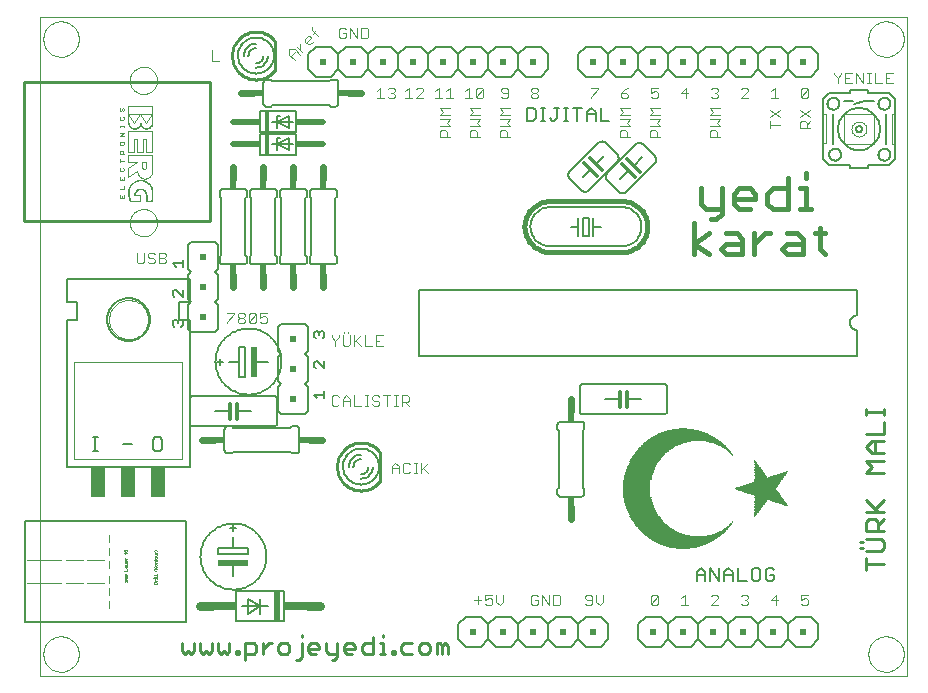
<source format=gto>
G75*
G70*
%OFA0B0*%
%FSLAX24Y24*%
%IPPOS*%
%LPD*%
%AMOC8*
5,1,8,0,0,1.08239X$1,22.5*
%
%ADD10C,0.0000*%
%ADD11C,0.0040*%
%ADD12C,0.0070*%
%ADD13C,0.0170*%
%ADD14C,0.0100*%
%ADD15C,0.0090*%
%ADD16C,0.0060*%
%ADD17C,0.0001*%
%ADD18C,0.0020*%
%ADD19C,0.0010*%
%ADD20C,0.0080*%
%ADD21R,0.0200X0.0200*%
%ADD22C,0.0050*%
%ADD23R,0.0240X0.0240*%
%ADD24R,0.0150X0.0700*%
%ADD25C,0.0200*%
%ADD26R,0.0550X0.0200*%
%ADD27R,0.0500X0.0350*%
%ADD28R,0.0500X0.0650*%
%ADD29R,0.0200X0.1000*%
%ADD30C,0.0300*%
%ADD31R,0.0750X0.0300*%
%ADD32R,0.1000X0.0200*%
%ADD33C,0.0240*%
%ADD34R,0.0240X0.0340*%
%ADD35R,0.0340X0.0240*%
%ADD36C,0.0160*%
%ADD37C,0.0120*%
%ADD38R,0.0240X0.0010*%
%ADD39R,0.0460X0.0010*%
%ADD40R,0.0620X0.0010*%
%ADD41R,0.0720X0.0010*%
%ADD42R,0.0840X0.0010*%
%ADD43R,0.0920X0.0010*%
%ADD44R,0.1000X0.0010*%
%ADD45R,0.1080X0.0010*%
%ADD46R,0.1140X0.0010*%
%ADD47R,0.1220X0.0010*%
%ADD48R,0.1280X0.0010*%
%ADD49R,0.1330X0.0010*%
%ADD50R,0.1380X0.0010*%
%ADD51R,0.1440X0.0010*%
%ADD52R,0.1480X0.0010*%
%ADD53R,0.1540X0.0010*%
%ADD54R,0.1580X0.0010*%
%ADD55R,0.1640X0.0010*%
%ADD56R,0.1680X0.0010*%
%ADD57R,0.1720X0.0010*%
%ADD58R,0.1760X0.0010*%
%ADD59R,0.1800X0.0010*%
%ADD60R,0.1840X0.0010*%
%ADD61R,0.1880X0.0010*%
%ADD62R,0.1920X0.0010*%
%ADD63R,0.1940X0.0010*%
%ADD64R,0.1980X0.0010*%
%ADD65R,0.2020X0.0010*%
%ADD66R,0.2060X0.0010*%
%ADD67R,0.2080X0.0010*%
%ADD68R,0.2120X0.0010*%
%ADD69R,0.2140X0.0010*%
%ADD70R,0.2180X0.0010*%
%ADD71R,0.2220X0.0010*%
%ADD72R,0.2240X0.0010*%
%ADD73R,0.2280X0.0010*%
%ADD74R,0.2300X0.0010*%
%ADD75R,0.2320X0.0010*%
%ADD76R,0.2360X0.0010*%
%ADD77R,0.2380X0.0010*%
%ADD78R,0.1560X0.0010*%
%ADD79R,0.0560X0.0010*%
%ADD80R,0.1490X0.0010*%
%ADD81R,0.0490X0.0010*%
%ADD82R,0.0440X0.0010*%
%ADD83R,0.1400X0.0010*%
%ADD84R,0.0400X0.0010*%
%ADD85R,0.0380X0.0010*%
%ADD86R,0.1350X0.0010*%
%ADD87R,0.0350X0.0010*%
%ADD88R,0.1320X0.0010*%
%ADD89R,0.0320X0.0010*%
%ADD90R,0.1300X0.0010*%
%ADD91R,0.0300X0.0010*%
%ADD92R,0.0280X0.0010*%
%ADD93R,0.1260X0.0010*%
%ADD94R,0.0260X0.0010*%
%ADD95R,0.1240X0.0010*%
%ADD96R,0.1230X0.0010*%
%ADD97R,0.0230X0.0010*%
%ADD98R,0.1210X0.0010*%
%ADD99R,0.0210X0.0010*%
%ADD100R,0.1200X0.0010*%
%ADD101R,0.0200X0.0010*%
%ADD102R,0.1190X0.0010*%
%ADD103R,0.0190X0.0010*%
%ADD104R,0.1180X0.0010*%
%ADD105R,0.0180X0.0010*%
%ADD106R,0.1170X0.0010*%
%ADD107R,0.0170X0.0010*%
%ADD108R,0.1160X0.0010*%
%ADD109R,0.0160X0.0010*%
%ADD110R,0.1150X0.0010*%
%ADD111R,0.0150X0.0010*%
%ADD112R,0.0140X0.0010*%
%ADD113R,0.1130X0.0010*%
%ADD114R,0.0130X0.0010*%
%ADD115R,0.1120X0.0010*%
%ADD116R,0.0120X0.0010*%
%ADD117R,0.1110X0.0010*%
%ADD118R,0.0110X0.0010*%
%ADD119R,0.1100X0.0010*%
%ADD120R,0.0100X0.0010*%
%ADD121R,0.0090X0.0010*%
%ADD122R,0.0080X0.0010*%
%ADD123R,0.1070X0.0010*%
%ADD124R,0.0070X0.0010*%
%ADD125R,0.1050X0.0010*%
%ADD126R,0.0050X0.0010*%
%ADD127R,0.1040X0.0010*%
%ADD128R,0.0040X0.0010*%
%ADD129R,0.1030X0.0010*%
%ADD130R,0.0030X0.0010*%
%ADD131R,0.1020X0.0010*%
%ADD132R,0.0020X0.0010*%
%ADD133R,0.1010X0.0010*%
%ADD134R,0.0010X0.0010*%
%ADD135R,0.0990X0.0010*%
%ADD136R,0.0980X0.0010*%
%ADD137R,0.0970X0.0010*%
%ADD138R,0.0960X0.0010*%
%ADD139R,0.0950X0.0010*%
%ADD140R,0.0060X0.0010*%
%ADD141R,0.0940X0.0010*%
%ADD142R,0.0930X0.0010*%
%ADD143R,0.0220X0.0010*%
%ADD144R,0.0250X0.0010*%
%ADD145R,0.0270X0.0010*%
%ADD146R,0.0290X0.0010*%
%ADD147R,0.0910X0.0010*%
%ADD148R,0.0310X0.0010*%
%ADD149R,0.0330X0.0010*%
%ADD150R,0.0340X0.0010*%
%ADD151R,0.0360X0.0010*%
%ADD152R,0.0370X0.0010*%
%ADD153R,0.0390X0.0010*%
%ADD154R,0.0420X0.0010*%
%ADD155R,0.0450X0.0010*%
%ADD156R,0.0410X0.0010*%
%ADD157R,0.0470X0.0010*%
%ADD158R,0.0900X0.0010*%
%ADD159R,0.0430X0.0010*%
%ADD160R,0.0520X0.0010*%
%ADD161R,0.0890X0.0010*%
%ADD162R,0.0880X0.0010*%
%ADD163R,0.0870X0.0010*%
%ADD164R,0.0860X0.0010*%
%ADD165R,0.0850X0.0010*%
%ADD166R,0.1060X0.0010*%
%ADD167R,0.1250X0.0010*%
%ADD168R,0.1270X0.0010*%
%ADD169R,0.1340X0.0010*%
%ADD170R,0.1360X0.0010*%
%ADD171R,0.1570X0.0010*%
%ADD172R,0.2150X0.0010*%
D10*
X000724Y000107D02*
X000724Y022103D01*
X029594Y022103D01*
X029594Y000107D01*
X000724Y000107D01*
X000818Y000855D02*
X000820Y000903D01*
X000826Y000951D01*
X000836Y000998D01*
X000849Y001044D01*
X000867Y001089D01*
X000887Y001133D01*
X000912Y001175D01*
X000940Y001214D01*
X000970Y001251D01*
X001004Y001285D01*
X001041Y001317D01*
X001079Y001346D01*
X001120Y001371D01*
X001163Y001393D01*
X001208Y001411D01*
X001254Y001425D01*
X001301Y001436D01*
X001349Y001443D01*
X001397Y001446D01*
X001445Y001445D01*
X001493Y001440D01*
X001541Y001431D01*
X001587Y001419D01*
X001632Y001402D01*
X001676Y001382D01*
X001718Y001359D01*
X001758Y001332D01*
X001796Y001302D01*
X001831Y001269D01*
X001863Y001233D01*
X001893Y001195D01*
X001919Y001154D01*
X001941Y001111D01*
X001961Y001067D01*
X001976Y001022D01*
X001988Y000975D01*
X001996Y000927D01*
X002000Y000879D01*
X002000Y000831D01*
X001996Y000783D01*
X001988Y000735D01*
X001976Y000688D01*
X001961Y000643D01*
X001941Y000599D01*
X001919Y000556D01*
X001893Y000515D01*
X001863Y000477D01*
X001831Y000441D01*
X001796Y000408D01*
X001758Y000378D01*
X001718Y000351D01*
X001676Y000328D01*
X001632Y000308D01*
X001587Y000291D01*
X001541Y000279D01*
X001493Y000270D01*
X001445Y000265D01*
X001397Y000264D01*
X001349Y000267D01*
X001301Y000274D01*
X001254Y000285D01*
X001208Y000299D01*
X001163Y000317D01*
X001120Y000339D01*
X001079Y000364D01*
X001041Y000393D01*
X001004Y000425D01*
X000970Y000459D01*
X000940Y000496D01*
X000912Y000535D01*
X000887Y000577D01*
X000867Y000621D01*
X000849Y000666D01*
X000836Y000712D01*
X000826Y000759D01*
X000820Y000807D01*
X000818Y000855D01*
X003009Y012005D02*
X003011Y012055D01*
X003017Y012105D01*
X003027Y012155D01*
X003040Y012203D01*
X003057Y012251D01*
X003078Y012297D01*
X003102Y012341D01*
X003130Y012383D01*
X003161Y012423D01*
X003195Y012460D01*
X003232Y012495D01*
X003271Y012526D01*
X003312Y012555D01*
X003356Y012580D01*
X003402Y012602D01*
X003449Y012620D01*
X003497Y012634D01*
X003546Y012645D01*
X003596Y012652D01*
X003646Y012655D01*
X003697Y012654D01*
X003747Y012649D01*
X003797Y012640D01*
X003845Y012628D01*
X003893Y012611D01*
X003939Y012591D01*
X003984Y012568D01*
X004027Y012541D01*
X004067Y012511D01*
X004105Y012478D01*
X004140Y012442D01*
X004173Y012403D01*
X004202Y012362D01*
X004228Y012319D01*
X004251Y012274D01*
X004270Y012227D01*
X004285Y012179D01*
X004297Y012130D01*
X004305Y012080D01*
X004309Y012030D01*
X004309Y011980D01*
X004305Y011930D01*
X004297Y011880D01*
X004285Y011831D01*
X004270Y011783D01*
X004251Y011736D01*
X004228Y011691D01*
X004202Y011648D01*
X004173Y011607D01*
X004140Y011568D01*
X004105Y011532D01*
X004067Y011499D01*
X004027Y011469D01*
X003984Y011442D01*
X003939Y011419D01*
X003893Y011399D01*
X003845Y011382D01*
X003797Y011370D01*
X003747Y011361D01*
X003697Y011356D01*
X003646Y011355D01*
X003596Y011358D01*
X003546Y011365D01*
X003497Y011376D01*
X003449Y011390D01*
X003402Y011408D01*
X003356Y011430D01*
X003312Y011455D01*
X003271Y011484D01*
X003232Y011515D01*
X003195Y011550D01*
X003161Y011587D01*
X003130Y011627D01*
X003102Y011669D01*
X003078Y011713D01*
X003057Y011759D01*
X003040Y011807D01*
X003027Y011855D01*
X003017Y011905D01*
X003011Y011955D01*
X003009Y012005D01*
X003706Y015235D02*
X003708Y015277D01*
X003714Y015319D01*
X003724Y015361D01*
X003737Y015401D01*
X003755Y015440D01*
X003776Y015477D01*
X003800Y015511D01*
X003828Y015544D01*
X003858Y015574D01*
X003891Y015600D01*
X003926Y015624D01*
X003964Y015644D01*
X004003Y015660D01*
X004043Y015673D01*
X004085Y015682D01*
X004127Y015687D01*
X004170Y015688D01*
X004212Y015685D01*
X004254Y015678D01*
X004295Y015667D01*
X004335Y015652D01*
X004373Y015634D01*
X004410Y015612D01*
X004444Y015587D01*
X004476Y015559D01*
X004504Y015528D01*
X004530Y015494D01*
X004553Y015458D01*
X004572Y015421D01*
X004588Y015381D01*
X004600Y015340D01*
X004608Y015299D01*
X004612Y015256D01*
X004612Y015214D01*
X004608Y015171D01*
X004600Y015130D01*
X004588Y015089D01*
X004572Y015049D01*
X004553Y015012D01*
X004530Y014976D01*
X004504Y014942D01*
X004476Y014911D01*
X004444Y014883D01*
X004410Y014858D01*
X004373Y014836D01*
X004335Y014818D01*
X004295Y014803D01*
X004254Y014792D01*
X004212Y014785D01*
X004170Y014782D01*
X004127Y014783D01*
X004085Y014788D01*
X004043Y014797D01*
X004003Y014810D01*
X003964Y014826D01*
X003926Y014846D01*
X003891Y014870D01*
X003858Y014896D01*
X003828Y014926D01*
X003800Y014959D01*
X003776Y014993D01*
X003755Y015030D01*
X003737Y015069D01*
X003724Y015109D01*
X003714Y015151D01*
X003708Y015193D01*
X003706Y015235D01*
X003706Y019975D02*
X003708Y020017D01*
X003714Y020059D01*
X003724Y020101D01*
X003737Y020141D01*
X003755Y020180D01*
X003776Y020217D01*
X003800Y020251D01*
X003828Y020284D01*
X003858Y020314D01*
X003891Y020340D01*
X003926Y020364D01*
X003964Y020384D01*
X004003Y020400D01*
X004043Y020413D01*
X004085Y020422D01*
X004127Y020427D01*
X004170Y020428D01*
X004212Y020425D01*
X004254Y020418D01*
X004295Y020407D01*
X004335Y020392D01*
X004373Y020374D01*
X004410Y020352D01*
X004444Y020327D01*
X004476Y020299D01*
X004504Y020268D01*
X004530Y020234D01*
X004553Y020198D01*
X004572Y020161D01*
X004588Y020121D01*
X004600Y020080D01*
X004608Y020039D01*
X004612Y019996D01*
X004612Y019954D01*
X004608Y019911D01*
X004600Y019870D01*
X004588Y019829D01*
X004572Y019789D01*
X004553Y019752D01*
X004530Y019716D01*
X004504Y019682D01*
X004476Y019651D01*
X004444Y019623D01*
X004410Y019598D01*
X004373Y019576D01*
X004335Y019558D01*
X004295Y019543D01*
X004254Y019532D01*
X004212Y019525D01*
X004170Y019522D01*
X004127Y019523D01*
X004085Y019528D01*
X004043Y019537D01*
X004003Y019550D01*
X003964Y019566D01*
X003926Y019586D01*
X003891Y019610D01*
X003858Y019636D01*
X003828Y019666D01*
X003800Y019699D01*
X003776Y019733D01*
X003755Y019770D01*
X003737Y019809D01*
X003724Y019849D01*
X003714Y019891D01*
X003708Y019933D01*
X003706Y019975D01*
X000818Y021355D02*
X000820Y021403D01*
X000826Y021451D01*
X000836Y021498D01*
X000849Y021544D01*
X000867Y021589D01*
X000887Y021633D01*
X000912Y021675D01*
X000940Y021714D01*
X000970Y021751D01*
X001004Y021785D01*
X001041Y021817D01*
X001079Y021846D01*
X001120Y021871D01*
X001163Y021893D01*
X001208Y021911D01*
X001254Y021925D01*
X001301Y021936D01*
X001349Y021943D01*
X001397Y021946D01*
X001445Y021945D01*
X001493Y021940D01*
X001541Y021931D01*
X001587Y021919D01*
X001632Y021902D01*
X001676Y021882D01*
X001718Y021859D01*
X001758Y021832D01*
X001796Y021802D01*
X001831Y021769D01*
X001863Y021733D01*
X001893Y021695D01*
X001919Y021654D01*
X001941Y021611D01*
X001961Y021567D01*
X001976Y021522D01*
X001988Y021475D01*
X001996Y021427D01*
X002000Y021379D01*
X002000Y021331D01*
X001996Y021283D01*
X001988Y021235D01*
X001976Y021188D01*
X001961Y021143D01*
X001941Y021099D01*
X001919Y021056D01*
X001893Y021015D01*
X001863Y020977D01*
X001831Y020941D01*
X001796Y020908D01*
X001758Y020878D01*
X001718Y020851D01*
X001676Y020828D01*
X001632Y020808D01*
X001587Y020791D01*
X001541Y020779D01*
X001493Y020770D01*
X001445Y020765D01*
X001397Y020764D01*
X001349Y020767D01*
X001301Y020774D01*
X001254Y020785D01*
X001208Y020799D01*
X001163Y020817D01*
X001120Y020839D01*
X001079Y020864D01*
X001041Y020893D01*
X001004Y020925D01*
X000970Y020959D01*
X000940Y020996D01*
X000912Y021035D01*
X000887Y021077D01*
X000867Y021121D01*
X000849Y021166D01*
X000836Y021212D01*
X000826Y021259D01*
X000820Y021307D01*
X000818Y021355D01*
X028318Y021355D02*
X028320Y021403D01*
X028326Y021451D01*
X028336Y021498D01*
X028349Y021544D01*
X028367Y021589D01*
X028387Y021633D01*
X028412Y021675D01*
X028440Y021714D01*
X028470Y021751D01*
X028504Y021785D01*
X028541Y021817D01*
X028579Y021846D01*
X028620Y021871D01*
X028663Y021893D01*
X028708Y021911D01*
X028754Y021925D01*
X028801Y021936D01*
X028849Y021943D01*
X028897Y021946D01*
X028945Y021945D01*
X028993Y021940D01*
X029041Y021931D01*
X029087Y021919D01*
X029132Y021902D01*
X029176Y021882D01*
X029218Y021859D01*
X029258Y021832D01*
X029296Y021802D01*
X029331Y021769D01*
X029363Y021733D01*
X029393Y021695D01*
X029419Y021654D01*
X029441Y021611D01*
X029461Y021567D01*
X029476Y021522D01*
X029488Y021475D01*
X029496Y021427D01*
X029500Y021379D01*
X029500Y021331D01*
X029496Y021283D01*
X029488Y021235D01*
X029476Y021188D01*
X029461Y021143D01*
X029441Y021099D01*
X029419Y021056D01*
X029393Y021015D01*
X029363Y020977D01*
X029331Y020941D01*
X029296Y020908D01*
X029258Y020878D01*
X029218Y020851D01*
X029176Y020828D01*
X029132Y020808D01*
X029087Y020791D01*
X029041Y020779D01*
X028993Y020770D01*
X028945Y020765D01*
X028897Y020764D01*
X028849Y020767D01*
X028801Y020774D01*
X028754Y020785D01*
X028708Y020799D01*
X028663Y020817D01*
X028620Y020839D01*
X028579Y020864D01*
X028541Y020893D01*
X028504Y020925D01*
X028470Y020959D01*
X028440Y020996D01*
X028412Y021035D01*
X028387Y021077D01*
X028367Y021121D01*
X028349Y021166D01*
X028336Y021212D01*
X028326Y021259D01*
X028320Y021307D01*
X028318Y021355D01*
X028318Y000855D02*
X028320Y000903D01*
X028326Y000951D01*
X028336Y000998D01*
X028349Y001044D01*
X028367Y001089D01*
X028387Y001133D01*
X028412Y001175D01*
X028440Y001214D01*
X028470Y001251D01*
X028504Y001285D01*
X028541Y001317D01*
X028579Y001346D01*
X028620Y001371D01*
X028663Y001393D01*
X028708Y001411D01*
X028754Y001425D01*
X028801Y001436D01*
X028849Y001443D01*
X028897Y001446D01*
X028945Y001445D01*
X028993Y001440D01*
X029041Y001431D01*
X029087Y001419D01*
X029132Y001402D01*
X029176Y001382D01*
X029218Y001359D01*
X029258Y001332D01*
X029296Y001302D01*
X029331Y001269D01*
X029363Y001233D01*
X029393Y001195D01*
X029419Y001154D01*
X029441Y001111D01*
X029461Y001067D01*
X029476Y001022D01*
X029488Y000975D01*
X029496Y000927D01*
X029500Y000879D01*
X029500Y000831D01*
X029496Y000783D01*
X029488Y000735D01*
X029476Y000688D01*
X029461Y000643D01*
X029441Y000599D01*
X029419Y000556D01*
X029393Y000515D01*
X029363Y000477D01*
X029331Y000441D01*
X029296Y000408D01*
X029258Y000378D01*
X029218Y000351D01*
X029176Y000328D01*
X029132Y000308D01*
X029087Y000291D01*
X029041Y000279D01*
X028993Y000270D01*
X028945Y000265D01*
X028897Y000264D01*
X028849Y000267D01*
X028801Y000274D01*
X028754Y000285D01*
X028708Y000299D01*
X028663Y000317D01*
X028620Y000339D01*
X028579Y000364D01*
X028541Y000393D01*
X028504Y000425D01*
X028470Y000459D01*
X028440Y000496D01*
X028412Y000535D01*
X028387Y000577D01*
X028367Y000621D01*
X028349Y000666D01*
X028336Y000712D01*
X028326Y000759D01*
X028320Y000807D01*
X028318Y000855D01*
D11*
X026319Y002535D02*
X026259Y002475D01*
X026139Y002475D01*
X026079Y002535D01*
X026079Y002655D02*
X026199Y002715D01*
X026259Y002715D01*
X026319Y002655D01*
X026319Y002535D01*
X026079Y002655D02*
X026079Y002835D01*
X026319Y002835D01*
X025319Y002655D02*
X025079Y002655D01*
X025259Y002835D01*
X025259Y002475D01*
X024319Y002535D02*
X024259Y002475D01*
X024139Y002475D01*
X024079Y002535D01*
X024199Y002655D02*
X024259Y002655D01*
X024319Y002595D01*
X024319Y002535D01*
X024259Y002655D02*
X024319Y002715D01*
X024319Y002775D01*
X024259Y002835D01*
X024139Y002835D01*
X024079Y002775D01*
X023319Y002775D02*
X023259Y002835D01*
X023139Y002835D01*
X023079Y002775D01*
X023319Y002775D02*
X023319Y002715D01*
X023079Y002475D01*
X023319Y002475D01*
X022319Y002475D02*
X022079Y002475D01*
X022199Y002475D02*
X022199Y002835D01*
X022079Y002715D01*
X021319Y002775D02*
X021319Y002535D01*
X021259Y002475D01*
X021139Y002475D01*
X021079Y002535D01*
X021319Y002775D01*
X021259Y002835D01*
X021139Y002835D01*
X021079Y002775D01*
X021079Y002535D01*
X019488Y002595D02*
X019488Y002835D01*
X019488Y002595D02*
X019367Y002475D01*
X019247Y002595D01*
X019247Y002835D01*
X019119Y002775D02*
X019059Y002835D01*
X018939Y002835D01*
X018879Y002775D01*
X018879Y002715D01*
X018939Y002655D01*
X019119Y002655D01*
X019119Y002535D02*
X019119Y002775D01*
X019119Y002535D02*
X019059Y002475D01*
X018939Y002475D01*
X018879Y002535D01*
X018056Y002535D02*
X018056Y002775D01*
X017996Y002835D01*
X017816Y002835D01*
X017816Y002475D01*
X017996Y002475D01*
X018056Y002535D01*
X017688Y002475D02*
X017688Y002835D01*
X017447Y002835D02*
X017447Y002475D01*
X017319Y002535D02*
X017319Y002655D01*
X017199Y002655D01*
X017079Y002775D02*
X017079Y002535D01*
X017139Y002475D01*
X017259Y002475D01*
X017319Y002535D01*
X017319Y002775D02*
X017259Y002835D01*
X017139Y002835D01*
X017079Y002775D01*
X017447Y002835D02*
X017688Y002475D01*
X016156Y002595D02*
X016156Y002835D01*
X016156Y002595D02*
X016036Y002475D01*
X015916Y002595D01*
X015916Y002835D01*
X015788Y002835D02*
X015547Y002835D01*
X015547Y002655D01*
X015667Y002715D01*
X015727Y002715D01*
X015788Y002655D01*
X015788Y002535D01*
X015727Y002475D01*
X015607Y002475D01*
X015547Y002535D01*
X015419Y002655D02*
X015179Y002655D01*
X015299Y002775D02*
X015299Y002535D01*
X013651Y006875D02*
X013471Y007055D01*
X013411Y006995D02*
X013651Y007235D01*
X013411Y007235D02*
X013411Y006875D01*
X013286Y006875D02*
X013166Y006875D01*
X013226Y006875D02*
X013226Y007235D01*
X013166Y007235D02*
X013286Y007235D01*
X013038Y007175D02*
X012977Y007235D01*
X012857Y007235D01*
X012797Y007175D01*
X012797Y006935D01*
X012857Y006875D01*
X012977Y006875D01*
X013038Y006935D01*
X012669Y006875D02*
X012669Y007115D01*
X012549Y007235D01*
X012429Y007115D01*
X012429Y006875D01*
X012429Y007055D02*
X012669Y007055D01*
X012636Y009125D02*
X012516Y009125D01*
X012576Y009125D02*
X012576Y009485D01*
X012516Y009485D02*
X012636Y009485D01*
X012762Y009485D02*
X012762Y009125D01*
X012762Y009245D02*
X012942Y009245D01*
X013002Y009305D01*
X013002Y009425D01*
X012942Y009485D01*
X012762Y009485D01*
X012882Y009245D02*
X013002Y009125D01*
X012388Y009485D02*
X012148Y009485D01*
X012268Y009485D02*
X012268Y009125D01*
X012020Y009185D02*
X011960Y009125D01*
X011840Y009125D01*
X011779Y009185D01*
X011840Y009305D02*
X011779Y009365D01*
X011779Y009425D01*
X011840Y009485D01*
X011960Y009485D01*
X012020Y009425D01*
X011960Y009305D02*
X012020Y009245D01*
X012020Y009185D01*
X011960Y009305D02*
X011840Y009305D01*
X011654Y009485D02*
X011534Y009485D01*
X011594Y009485D02*
X011594Y009125D01*
X011534Y009125D02*
X011654Y009125D01*
X011406Y009125D02*
X011166Y009125D01*
X011166Y009485D01*
X011038Y009365D02*
X011038Y009125D01*
X011038Y009305D02*
X010797Y009305D01*
X010797Y009365D02*
X010797Y009125D01*
X010669Y009185D02*
X010609Y009125D01*
X010489Y009125D01*
X010429Y009185D01*
X010429Y009425D01*
X010489Y009485D01*
X010609Y009485D01*
X010669Y009425D01*
X010797Y009365D02*
X010917Y009485D01*
X011038Y009365D01*
X010977Y011125D02*
X010857Y011125D01*
X010797Y011185D01*
X010797Y011485D01*
X010857Y011545D02*
X010857Y011605D01*
X010977Y011605D02*
X010977Y011545D01*
X011038Y011485D02*
X011038Y011185D01*
X010977Y011125D01*
X011166Y011125D02*
X011166Y011485D01*
X011226Y011305D02*
X011406Y011125D01*
X011534Y011125D02*
X011534Y011485D01*
X011406Y011485D02*
X011166Y011245D01*
X010669Y011425D02*
X010669Y011485D01*
X010669Y011425D02*
X010549Y011305D01*
X010549Y011125D01*
X010549Y011305D02*
X010429Y011425D01*
X010429Y011485D01*
X011534Y011125D02*
X011774Y011125D01*
X011902Y011125D02*
X011902Y011485D01*
X012142Y011485D01*
X012022Y011305D02*
X011902Y011305D01*
X011902Y011125D02*
X012142Y011125D01*
X008274Y011935D02*
X008214Y011875D01*
X008094Y011875D01*
X008034Y011935D01*
X008034Y012055D02*
X008154Y012115D01*
X008214Y012115D01*
X008274Y012055D01*
X008274Y011935D01*
X008034Y012055D02*
X008034Y012235D01*
X008274Y012235D01*
X007906Y012175D02*
X007666Y011935D01*
X007726Y011875D01*
X007846Y011875D01*
X007906Y011935D01*
X007906Y012175D01*
X007846Y012235D01*
X007726Y012235D01*
X007666Y012175D01*
X007666Y011935D01*
X007538Y011935D02*
X007538Y011995D01*
X007477Y012055D01*
X007357Y012055D01*
X007297Y012115D01*
X007297Y012175D01*
X007357Y012235D01*
X007477Y012235D01*
X007538Y012175D01*
X007538Y012115D01*
X007477Y012055D01*
X007357Y012055D02*
X007297Y011995D01*
X007297Y011935D01*
X007357Y011875D01*
X007477Y011875D01*
X007538Y011935D01*
X007169Y012175D02*
X006929Y011935D01*
X006929Y011875D01*
X007169Y012175D02*
X007169Y012235D01*
X006929Y012235D01*
X004906Y013935D02*
X004846Y013875D01*
X004666Y013875D01*
X004666Y014235D01*
X004846Y014235D01*
X004906Y014175D01*
X004906Y014115D01*
X004846Y014055D01*
X004666Y014055D01*
X004538Y013995D02*
X004538Y013935D01*
X004477Y013875D01*
X004357Y013875D01*
X004297Y013935D01*
X004169Y013935D02*
X004169Y014235D01*
X004297Y014175D02*
X004297Y014115D01*
X004357Y014055D01*
X004477Y014055D01*
X004538Y013995D01*
X004538Y014175D02*
X004477Y014235D01*
X004357Y014235D01*
X004297Y014175D01*
X004169Y013935D02*
X004109Y013875D01*
X003989Y013875D01*
X003929Y013935D01*
X003929Y014235D01*
X004846Y014055D02*
X004906Y013995D01*
X004906Y013935D01*
X011929Y019375D02*
X012169Y019375D01*
X012049Y019375D02*
X012049Y019735D01*
X011929Y019615D01*
X012297Y019675D02*
X012357Y019735D01*
X012477Y019735D01*
X012538Y019675D01*
X012538Y019615D01*
X012477Y019555D01*
X012538Y019495D01*
X012538Y019435D01*
X012477Y019375D01*
X012357Y019375D01*
X012297Y019435D01*
X012417Y019555D02*
X012477Y019555D01*
X012879Y019615D02*
X012999Y019735D01*
X012999Y019375D01*
X012879Y019375D02*
X013119Y019375D01*
X013247Y019375D02*
X013488Y019615D01*
X013488Y019675D01*
X013427Y019735D01*
X013307Y019735D01*
X013247Y019675D01*
X013247Y019375D02*
X013488Y019375D01*
X013879Y019375D02*
X014119Y019375D01*
X013999Y019375D02*
X013999Y019735D01*
X013879Y019615D01*
X014247Y019615D02*
X014367Y019735D01*
X014367Y019375D01*
X014247Y019375D02*
X014488Y019375D01*
X014389Y019052D02*
X014029Y019052D01*
X014149Y018931D01*
X014029Y018811D01*
X014389Y018811D01*
X014389Y018683D02*
X014029Y018683D01*
X014029Y018443D02*
X014389Y018443D01*
X014269Y018563D01*
X014389Y018683D01*
X014209Y018315D02*
X014269Y018255D01*
X014269Y018075D01*
X014389Y018075D02*
X014029Y018075D01*
X014029Y018255D01*
X014089Y018315D01*
X014209Y018315D01*
X015029Y018255D02*
X015029Y018075D01*
X015389Y018075D01*
X015269Y018075D02*
X015269Y018255D01*
X015209Y018315D01*
X015089Y018315D01*
X015029Y018255D01*
X015029Y018443D02*
X015389Y018443D01*
X015269Y018563D01*
X015389Y018683D01*
X015029Y018683D01*
X015029Y018811D02*
X015149Y018931D01*
X015029Y019052D01*
X015389Y019052D01*
X015389Y018811D02*
X015029Y018811D01*
X014999Y019375D02*
X014999Y019735D01*
X014879Y019615D01*
X014879Y019375D02*
X015119Y019375D01*
X015247Y019435D02*
X015488Y019675D01*
X015488Y019435D01*
X015427Y019375D01*
X015307Y019375D01*
X015247Y019435D01*
X015247Y019675D01*
X015307Y019735D01*
X015427Y019735D01*
X015488Y019675D01*
X016079Y019675D02*
X016079Y019615D01*
X016139Y019555D01*
X016319Y019555D01*
X016319Y019675D02*
X016259Y019735D01*
X016139Y019735D01*
X016079Y019675D01*
X016319Y019675D02*
X016319Y019435D01*
X016259Y019375D01*
X016139Y019375D01*
X016079Y019435D01*
X016029Y019052D02*
X016389Y019052D01*
X016389Y018811D02*
X016029Y018811D01*
X016149Y018931D01*
X016029Y019052D01*
X016029Y018683D02*
X016389Y018683D01*
X016269Y018563D01*
X016389Y018443D01*
X016029Y018443D01*
X016089Y018315D02*
X016209Y018315D01*
X016269Y018255D01*
X016269Y018075D01*
X016389Y018075D02*
X016029Y018075D01*
X016029Y018255D01*
X016089Y018315D01*
X017139Y019375D02*
X017079Y019435D01*
X017079Y019495D01*
X017139Y019555D01*
X017259Y019555D01*
X017319Y019495D01*
X017319Y019435D01*
X017259Y019375D01*
X017139Y019375D01*
X017139Y019555D02*
X017079Y019615D01*
X017079Y019675D01*
X017139Y019735D01*
X017259Y019735D01*
X017319Y019675D01*
X017319Y019615D01*
X017259Y019555D01*
X019079Y019435D02*
X019079Y019375D01*
X019079Y019435D02*
X019319Y019675D01*
X019319Y019735D01*
X019079Y019735D01*
X020079Y019555D02*
X020079Y019435D01*
X020139Y019375D01*
X020259Y019375D01*
X020319Y019435D01*
X020319Y019495D01*
X020259Y019555D01*
X020079Y019555D01*
X020199Y019675D01*
X020319Y019735D01*
X021079Y019735D02*
X021079Y019555D01*
X021199Y019615D01*
X021259Y019615D01*
X021319Y019555D01*
X021319Y019435D01*
X021259Y019375D01*
X021139Y019375D01*
X021079Y019435D01*
X021079Y019735D02*
X021319Y019735D01*
X021389Y019052D02*
X021029Y019052D01*
X021149Y018931D01*
X021029Y018811D01*
X021389Y018811D01*
X021389Y018683D02*
X021029Y018683D01*
X021029Y018443D02*
X021389Y018443D01*
X021269Y018563D01*
X021389Y018683D01*
X021209Y018315D02*
X021089Y018315D01*
X021029Y018255D01*
X021029Y018075D01*
X021389Y018075D01*
X021269Y018075D02*
X021269Y018255D01*
X021209Y018315D01*
X020389Y018443D02*
X020269Y018563D01*
X020389Y018683D01*
X020029Y018683D01*
X020029Y018811D02*
X020149Y018931D01*
X020029Y019052D01*
X020389Y019052D01*
X020389Y018811D02*
X020029Y018811D01*
X020029Y018443D02*
X020389Y018443D01*
X020209Y018315D02*
X020269Y018255D01*
X020269Y018075D01*
X020389Y018075D02*
X020029Y018075D01*
X020029Y018255D01*
X020089Y018315D01*
X020209Y018315D01*
X022079Y019555D02*
X022319Y019555D01*
X022259Y019735D02*
X022079Y019555D01*
X022259Y019375D02*
X022259Y019735D01*
X023079Y019675D02*
X023139Y019735D01*
X023259Y019735D01*
X023319Y019675D01*
X023319Y019615D01*
X023259Y019555D01*
X023319Y019495D01*
X023319Y019435D01*
X023259Y019375D01*
X023139Y019375D01*
X023079Y019435D01*
X023199Y019555D02*
X023259Y019555D01*
X023389Y019052D02*
X023029Y019052D01*
X023149Y018931D01*
X023029Y018811D01*
X023389Y018811D01*
X023389Y018683D02*
X023029Y018683D01*
X023029Y018443D02*
X023389Y018443D01*
X023269Y018563D01*
X023389Y018683D01*
X023209Y018315D02*
X023269Y018255D01*
X023269Y018075D01*
X023389Y018075D02*
X023029Y018075D01*
X023029Y018255D01*
X023089Y018315D01*
X023209Y018315D01*
X024079Y019375D02*
X024319Y019615D01*
X024319Y019675D01*
X024259Y019735D01*
X024139Y019735D01*
X024079Y019675D01*
X024079Y019375D02*
X024319Y019375D01*
X025079Y019375D02*
X025319Y019375D01*
X025199Y019375D02*
X025199Y019735D01*
X025079Y019615D01*
X025029Y018983D02*
X025389Y018743D01*
X025389Y018983D02*
X025029Y018743D01*
X025029Y018615D02*
X025029Y018375D01*
X025029Y018495D02*
X025389Y018495D01*
X026029Y018555D02*
X026029Y018375D01*
X026389Y018375D01*
X026269Y018375D02*
X026269Y018555D01*
X026209Y018615D01*
X026089Y018615D01*
X026029Y018555D01*
X026029Y018743D02*
X026389Y018983D01*
X026389Y018743D02*
X026029Y018983D01*
X026139Y019375D02*
X026079Y019435D01*
X026319Y019675D01*
X026319Y019435D01*
X026259Y019375D01*
X026139Y019375D01*
X026079Y019435D02*
X026079Y019675D01*
X026139Y019735D01*
X026259Y019735D01*
X026319Y019675D01*
X027179Y020175D02*
X027299Y020055D01*
X027299Y019875D01*
X027299Y020055D02*
X027419Y020175D01*
X027419Y020235D01*
X027547Y020235D02*
X027547Y019875D01*
X027788Y019875D01*
X027916Y019875D02*
X027916Y020235D01*
X028156Y019875D01*
X028156Y020235D01*
X028284Y020235D02*
X028404Y020235D01*
X028344Y020235D02*
X028344Y019875D01*
X028284Y019875D02*
X028404Y019875D01*
X028529Y019875D02*
X028770Y019875D01*
X028898Y019875D02*
X029138Y019875D01*
X029018Y020055D02*
X028898Y020055D01*
X028898Y020235D02*
X028898Y019875D01*
X028529Y019875D02*
X028529Y020235D01*
X028898Y020235D02*
X029138Y020235D01*
X027788Y020235D02*
X027547Y020235D01*
X027547Y020055D02*
X027667Y020055D01*
X027179Y020175D02*
X027179Y020235D01*
X026389Y018615D02*
X026269Y018495D01*
X011656Y021435D02*
X011656Y021675D01*
X011596Y021735D01*
X011416Y021735D01*
X011416Y021375D01*
X011596Y021375D01*
X011656Y021435D01*
X011288Y021375D02*
X011288Y021735D01*
X011047Y021735D02*
X011047Y021375D01*
X010919Y021435D02*
X010919Y021555D01*
X010799Y021555D01*
X010679Y021675D02*
X010679Y021435D01*
X010739Y021375D01*
X010859Y021375D01*
X010919Y021435D01*
X010919Y021675D02*
X010859Y021735D01*
X010739Y021735D01*
X010679Y021675D01*
X011047Y021735D02*
X011288Y021375D01*
X009975Y021449D02*
X009762Y021661D01*
X009762Y021746D01*
X009890Y021618D02*
X009805Y021533D01*
X009714Y021443D02*
X009757Y021400D01*
X009587Y021231D01*
X009544Y021273D02*
X009544Y021358D01*
X009629Y021443D01*
X009714Y021443D01*
X009799Y021273D02*
X009714Y021188D01*
X009629Y021188D01*
X009544Y021273D01*
X009412Y021226D02*
X009370Y021183D01*
X009370Y021014D01*
X009455Y020929D02*
X009285Y021099D01*
X009194Y021008D02*
X009364Y020838D01*
X009237Y020966D02*
X009067Y020796D01*
X009025Y020838D02*
X009025Y021008D01*
X009194Y021008D01*
X009025Y020838D02*
X009194Y020668D01*
X006669Y020625D02*
X006429Y020625D01*
X006429Y020985D01*
X002994Y004825D02*
X002994Y004589D01*
X002994Y004392D02*
X002994Y004156D01*
X002994Y003959D02*
X002994Y003723D01*
X002994Y003447D02*
X002994Y003211D01*
X002994Y003054D02*
X002994Y002817D01*
X002994Y002620D02*
X002994Y002384D01*
X002836Y003231D02*
X002285Y003231D01*
X002128Y003231D02*
X001576Y003231D01*
X001419Y003231D02*
X000278Y003231D01*
X000278Y003979D02*
X001419Y003979D01*
X001576Y003979D02*
X002128Y003979D01*
X002285Y003979D02*
X002836Y003979D01*
D12*
X022594Y003577D02*
X022594Y003290D01*
X022594Y003505D02*
X022881Y003505D01*
X022881Y003577D02*
X022881Y003290D01*
X023054Y003290D02*
X023054Y003720D01*
X023341Y003290D01*
X023341Y003720D01*
X023515Y003577D02*
X023658Y003720D01*
X023802Y003577D01*
X023802Y003290D01*
X023975Y003290D02*
X024262Y003290D01*
X024435Y003361D02*
X024507Y003290D01*
X024651Y003290D01*
X024722Y003361D01*
X024722Y003648D01*
X024651Y003720D01*
X024507Y003720D01*
X024435Y003648D01*
X024435Y003361D01*
X023975Y003290D02*
X023975Y003720D01*
X023802Y003505D02*
X023515Y003505D01*
X023515Y003577D02*
X023515Y003290D01*
X022881Y003577D02*
X022737Y003720D01*
X022594Y003577D01*
X024896Y003648D02*
X024896Y003361D01*
X024968Y003290D01*
X025111Y003290D01*
X025183Y003361D01*
X025183Y003505D01*
X025039Y003505D01*
X024896Y003648D02*
X024968Y003720D01*
X025111Y003720D01*
X025183Y003648D01*
X019686Y018640D02*
X019399Y018640D01*
X019399Y019070D01*
X019226Y018927D02*
X019226Y018640D01*
X019226Y018855D02*
X018939Y018855D01*
X018939Y018927D02*
X018939Y018640D01*
X018622Y018640D02*
X018622Y019070D01*
X018479Y019070D02*
X018765Y019070D01*
X018939Y018927D02*
X019082Y019070D01*
X019226Y018927D01*
X018315Y019070D02*
X018172Y019070D01*
X018243Y019070D02*
X018243Y018640D01*
X018172Y018640D02*
X018315Y018640D01*
X017926Y018711D02*
X017926Y019070D01*
X017855Y019070D02*
X017998Y019070D01*
X017926Y018711D02*
X017855Y018640D01*
X017783Y018640D01*
X017711Y018711D01*
X017548Y018640D02*
X017404Y018640D01*
X017476Y018640D02*
X017476Y019070D01*
X017404Y019070D02*
X017548Y019070D01*
X017231Y018998D02*
X017231Y018711D01*
X017159Y018640D01*
X016944Y018640D01*
X016944Y019070D01*
X017159Y019070D01*
X017231Y018998D01*
D13*
X022494Y015221D02*
X022494Y014190D01*
X022494Y014533D02*
X023009Y014877D01*
X023587Y014877D02*
X023930Y014877D01*
X024102Y014705D01*
X024102Y014190D01*
X023587Y014190D01*
X023415Y014362D01*
X023587Y014533D01*
X024102Y014533D01*
X024520Y014533D02*
X024863Y014877D01*
X025035Y014877D01*
X024520Y014877D02*
X024520Y014190D01*
X025440Y014362D02*
X025612Y014190D01*
X026128Y014190D01*
X026128Y014705D01*
X025956Y014877D01*
X025612Y014877D01*
X025612Y014533D02*
X026128Y014533D01*
X026545Y014877D02*
X026889Y014877D01*
X026717Y015049D02*
X026717Y014362D01*
X026889Y014190D01*
X025612Y014533D02*
X025440Y014362D01*
X025641Y015690D02*
X025126Y015690D01*
X024954Y015862D01*
X024954Y016205D01*
X025126Y016377D01*
X025641Y016377D01*
X025641Y016721D02*
X025641Y015690D01*
X026059Y015690D02*
X026402Y015690D01*
X026231Y015690D02*
X026231Y016377D01*
X026059Y016377D01*
X026231Y016721D02*
X026231Y016892D01*
X024536Y016205D02*
X024536Y016033D01*
X023849Y016033D01*
X023849Y015862D02*
X023849Y016205D01*
X024021Y016377D01*
X024364Y016377D01*
X024536Y016205D01*
X024364Y015690D02*
X024021Y015690D01*
X023849Y015862D01*
X023431Y015690D02*
X022916Y015690D01*
X022744Y015862D01*
X022744Y016377D01*
X023431Y016377D02*
X023431Y015518D01*
X023259Y015346D01*
X023088Y015346D01*
X022494Y014533D02*
X023009Y014190D01*
D14*
X028259Y009038D02*
X028259Y008838D01*
X028259Y008938D02*
X028859Y008938D01*
X028859Y008838D02*
X028859Y009038D01*
X028859Y008594D02*
X028859Y008194D01*
X028259Y008194D01*
X028459Y007950D02*
X028859Y007950D01*
X028559Y007950D02*
X028559Y007549D01*
X028459Y007549D02*
X028259Y007749D01*
X028459Y007950D01*
X028459Y007549D02*
X028859Y007549D01*
X028859Y007305D02*
X028259Y007305D01*
X028459Y007105D01*
X028259Y006905D01*
X028859Y006905D01*
X028859Y005989D02*
X028559Y005688D01*
X028659Y005588D02*
X028259Y005989D01*
X028259Y005588D02*
X028859Y005588D01*
X028859Y005344D02*
X028659Y005144D01*
X028659Y005244D02*
X028659Y004944D01*
X028859Y004944D02*
X028259Y004944D01*
X028259Y005244D01*
X028359Y005344D01*
X028559Y005344D01*
X028659Y005244D01*
X028759Y004700D02*
X028259Y004700D01*
X028158Y004599D02*
X028058Y004599D01*
X028058Y004399D02*
X028158Y004399D01*
X028259Y004299D02*
X028759Y004299D01*
X028859Y004399D01*
X028859Y004599D01*
X028759Y004700D01*
X028259Y004055D02*
X028259Y003655D01*
X028259Y003855D02*
X028859Y003855D01*
X012029Y006605D02*
X012029Y007605D01*
X011409Y007905D02*
X011355Y007903D01*
X011301Y007898D01*
X011248Y007889D01*
X011195Y007876D01*
X011144Y007860D01*
X011094Y007840D01*
X011045Y007817D01*
X010997Y007791D01*
X010952Y007762D01*
X010909Y007729D01*
X010868Y007694D01*
X010829Y007656D01*
X010793Y007616D01*
X010760Y007573D01*
X010730Y007528D01*
X010703Y007481D01*
X010714Y006708D02*
X010744Y006660D01*
X010777Y006615D01*
X010813Y006572D01*
X010851Y006531D01*
X010893Y006494D01*
X010937Y006459D01*
X010983Y006428D01*
X011032Y006399D01*
X011082Y006375D01*
X011134Y006354D01*
X011188Y006336D01*
X011242Y006323D01*
X011297Y006313D01*
X011353Y006307D01*
X011409Y006305D01*
X010728Y006686D02*
X010700Y006734D01*
X010676Y006783D01*
X010656Y006835D01*
X010639Y006887D01*
X010626Y006941D01*
X010617Y006995D01*
X010611Y007050D01*
X010609Y007105D01*
X010611Y007161D01*
X010617Y007218D01*
X010627Y007273D01*
X010641Y007328D01*
X010658Y007381D01*
X010680Y007434D01*
X010705Y007484D01*
X011409Y006305D02*
X011462Y006307D01*
X011516Y006312D01*
X011568Y006321D01*
X011620Y006333D01*
X011671Y006349D01*
X011721Y006368D01*
X011770Y006391D01*
X011817Y006417D01*
X011862Y006445D01*
X011905Y006477D01*
X011945Y006511D01*
X011984Y006549D01*
X012020Y006588D01*
X012024Y007617D02*
X011988Y007657D01*
X011949Y007695D01*
X011908Y007730D01*
X011865Y007762D01*
X011820Y007792D01*
X011773Y007818D01*
X011724Y007840D01*
X011673Y007860D01*
X011622Y007876D01*
X011570Y007889D01*
X011516Y007898D01*
X011463Y007903D01*
X011409Y007905D01*
X006364Y015282D02*
X006364Y019928D01*
X000163Y019928D01*
X000163Y015282D01*
X006364Y015282D01*
X008529Y020305D02*
X008529Y021305D01*
X007909Y021605D02*
X007855Y021603D01*
X007801Y021598D01*
X007748Y021589D01*
X007695Y021576D01*
X007644Y021560D01*
X007594Y021540D01*
X007545Y021517D01*
X007497Y021491D01*
X007452Y021462D01*
X007409Y021429D01*
X007368Y021394D01*
X007329Y021356D01*
X007293Y021316D01*
X007260Y021273D01*
X007230Y021228D01*
X007203Y021181D01*
X007214Y020408D02*
X007244Y020360D01*
X007277Y020315D01*
X007313Y020272D01*
X007351Y020231D01*
X007393Y020194D01*
X007437Y020159D01*
X007483Y020128D01*
X007532Y020099D01*
X007582Y020075D01*
X007634Y020054D01*
X007688Y020036D01*
X007742Y020023D01*
X007797Y020013D01*
X007853Y020007D01*
X007909Y020005D01*
X007228Y020386D02*
X007200Y020434D01*
X007176Y020483D01*
X007156Y020535D01*
X007139Y020587D01*
X007126Y020641D01*
X007117Y020695D01*
X007111Y020750D01*
X007109Y020805D01*
X007111Y020861D01*
X007117Y020918D01*
X007127Y020973D01*
X007141Y021028D01*
X007158Y021081D01*
X007180Y021134D01*
X007205Y021184D01*
X007909Y020005D02*
X007962Y020007D01*
X008016Y020012D01*
X008068Y020021D01*
X008120Y020033D01*
X008171Y020049D01*
X008221Y020068D01*
X008270Y020091D01*
X008317Y020117D01*
X008362Y020145D01*
X008405Y020177D01*
X008445Y020211D01*
X008484Y020249D01*
X008520Y020288D01*
X008524Y021317D02*
X008488Y021357D01*
X008449Y021395D01*
X008408Y021430D01*
X008365Y021462D01*
X008320Y021492D01*
X008273Y021518D01*
X008224Y021540D01*
X008173Y021560D01*
X008122Y021576D01*
X008070Y021589D01*
X008016Y021598D01*
X007963Y021603D01*
X007909Y021605D01*
D15*
X009431Y001504D02*
X009431Y001410D01*
X009431Y001223D02*
X009431Y000756D01*
X009338Y000663D01*
X009245Y000663D01*
X009020Y000943D02*
X008926Y000850D01*
X008739Y000850D01*
X008646Y000943D01*
X008646Y001130D01*
X008739Y001223D01*
X008926Y001223D01*
X009020Y001130D01*
X009020Y000943D01*
X009644Y000943D02*
X009644Y001130D01*
X009737Y001223D01*
X009924Y001223D01*
X010017Y001130D01*
X010017Y001037D01*
X009644Y001037D01*
X009644Y000943D02*
X009737Y000850D01*
X009924Y000850D01*
X010242Y000943D02*
X010335Y000850D01*
X010616Y000850D01*
X010616Y000756D02*
X010522Y000663D01*
X010429Y000663D01*
X010616Y000756D02*
X010616Y001223D01*
X010841Y001130D02*
X010934Y001223D01*
X011121Y001223D01*
X011214Y001130D01*
X011214Y001037D01*
X010841Y001037D01*
X010841Y001130D02*
X010841Y000943D01*
X010934Y000850D01*
X011121Y000850D01*
X011439Y000943D02*
X011439Y001130D01*
X011532Y001223D01*
X011813Y001223D01*
X011813Y001410D02*
X011813Y000850D01*
X011532Y000850D01*
X011439Y000943D01*
X012038Y000850D02*
X012224Y000850D01*
X012131Y000850D02*
X012131Y001223D01*
X012038Y001223D01*
X012131Y001410D02*
X012131Y001504D01*
X012437Y000943D02*
X012530Y000943D01*
X012530Y000850D01*
X012437Y000850D01*
X012437Y000943D01*
X012736Y000943D02*
X012829Y000850D01*
X013109Y000850D01*
X013334Y000943D02*
X013428Y000850D01*
X013615Y000850D01*
X013708Y000943D01*
X013708Y001130D01*
X013615Y001223D01*
X013428Y001223D01*
X013334Y001130D01*
X013334Y000943D01*
X013109Y001223D02*
X012829Y001223D01*
X012736Y001130D01*
X012736Y000943D01*
X013933Y000850D02*
X013933Y001223D01*
X014026Y001223D01*
X014120Y001130D01*
X014213Y001223D01*
X014306Y001130D01*
X014306Y000850D01*
X014120Y000850D02*
X014120Y001130D01*
X010242Y001223D02*
X010242Y000943D01*
X008428Y001223D02*
X008334Y001223D01*
X008147Y001037D01*
X008147Y001223D02*
X008147Y000850D01*
X007922Y000943D02*
X007829Y000850D01*
X007549Y000850D01*
X007549Y000663D02*
X007549Y001223D01*
X007829Y001223D01*
X007922Y001130D01*
X007922Y000943D01*
X007343Y000943D02*
X007343Y000850D01*
X007250Y000850D01*
X007250Y000943D01*
X007343Y000943D01*
X007025Y000943D02*
X007025Y001223D01*
X007025Y000943D02*
X006931Y000850D01*
X006838Y000943D01*
X006744Y000850D01*
X006651Y000943D01*
X006651Y001223D01*
X006426Y001223D02*
X006426Y000943D01*
X006333Y000850D01*
X006239Y000943D01*
X006146Y000850D01*
X006053Y000943D01*
X006053Y001223D01*
X005828Y001223D02*
X005828Y000943D01*
X005734Y000850D01*
X005641Y000943D01*
X005547Y000850D01*
X005454Y000943D01*
X005454Y001223D01*
D16*
X007259Y001955D02*
X008859Y001955D01*
X008859Y002955D01*
X007259Y002955D01*
X007259Y001955D01*
X007659Y002205D02*
X008059Y002455D01*
X008059Y002705D01*
X008059Y002455D02*
X008059Y002205D01*
X007659Y002205D02*
X007659Y002705D01*
X008059Y002455D01*
X007459Y002455D01*
X008059Y002455D02*
X008309Y002455D01*
X007159Y003455D02*
X007159Y003855D01*
X006059Y004105D02*
X006061Y004171D01*
X006067Y004236D01*
X006077Y004301D01*
X006090Y004366D01*
X006108Y004429D01*
X006129Y004492D01*
X006154Y004552D01*
X006183Y004612D01*
X006215Y004669D01*
X006250Y004725D01*
X006289Y004778D01*
X006331Y004829D01*
X006375Y004877D01*
X006423Y004922D01*
X006473Y004965D01*
X006526Y005004D01*
X006581Y005041D01*
X006638Y005074D01*
X006697Y005103D01*
X006757Y005129D01*
X006819Y005151D01*
X006882Y005170D01*
X006946Y005184D01*
X007011Y005195D01*
X007077Y005202D01*
X007143Y005205D01*
X007208Y005204D01*
X007274Y005199D01*
X007339Y005190D01*
X007404Y005177D01*
X007467Y005161D01*
X007530Y005141D01*
X007591Y005116D01*
X007651Y005089D01*
X007709Y005058D01*
X007765Y005023D01*
X007819Y004985D01*
X007870Y004944D01*
X007919Y004900D01*
X007965Y004853D01*
X008009Y004804D01*
X008049Y004752D01*
X008086Y004697D01*
X008120Y004641D01*
X008150Y004582D01*
X008177Y004522D01*
X008200Y004461D01*
X008219Y004398D01*
X008235Y004334D01*
X008247Y004269D01*
X008255Y004204D01*
X008259Y004138D01*
X008259Y004072D01*
X008255Y004006D01*
X008247Y003941D01*
X008235Y003876D01*
X008219Y003812D01*
X008200Y003749D01*
X008177Y003688D01*
X008150Y003628D01*
X008120Y003569D01*
X008086Y003513D01*
X008049Y003458D01*
X008009Y003406D01*
X007965Y003357D01*
X007919Y003310D01*
X007870Y003266D01*
X007819Y003225D01*
X007765Y003187D01*
X007709Y003152D01*
X007651Y003121D01*
X007591Y003094D01*
X007530Y003069D01*
X007467Y003049D01*
X007404Y003033D01*
X007339Y003020D01*
X007274Y003011D01*
X007208Y003006D01*
X007143Y003005D01*
X007077Y003008D01*
X007011Y003015D01*
X006946Y003026D01*
X006882Y003040D01*
X006819Y003059D01*
X006757Y003081D01*
X006697Y003107D01*
X006638Y003136D01*
X006581Y003169D01*
X006526Y003206D01*
X006473Y003245D01*
X006423Y003288D01*
X006375Y003333D01*
X006331Y003381D01*
X006289Y003432D01*
X006250Y003485D01*
X006215Y003541D01*
X006183Y003598D01*
X006154Y003658D01*
X006129Y003718D01*
X006108Y003781D01*
X006090Y003844D01*
X006077Y003909D01*
X006067Y003974D01*
X006061Y004039D01*
X006059Y004105D01*
X006659Y004205D02*
X007659Y004205D01*
X007659Y004405D01*
X007159Y004405D01*
X006659Y004405D01*
X006659Y004205D01*
X007159Y004405D02*
X007159Y004755D01*
X007159Y004955D02*
X007159Y005155D01*
X007059Y005055D02*
X007259Y005055D01*
X005709Y007105D02*
X005709Y012005D01*
X005359Y012005D01*
X005359Y012605D01*
X005709Y012605D01*
X005709Y013355D01*
X001609Y013355D01*
X001609Y012605D01*
X001959Y012605D01*
X001959Y012005D01*
X001609Y012005D01*
X001609Y007105D01*
X005709Y007105D01*
X006859Y007655D02*
X006859Y008355D01*
X006861Y008372D01*
X006865Y008389D01*
X006872Y008405D01*
X006882Y008419D01*
X006895Y008432D01*
X006909Y008442D01*
X006925Y008449D01*
X006942Y008453D01*
X006959Y008455D01*
X007109Y008455D01*
X007159Y008405D01*
X009059Y008405D01*
X009109Y008455D01*
X009259Y008455D01*
X009276Y008453D01*
X009293Y008449D01*
X009309Y008442D01*
X009323Y008432D01*
X009336Y008419D01*
X009346Y008405D01*
X009353Y008389D01*
X009357Y008372D01*
X009359Y008355D01*
X009359Y007655D01*
X009357Y007638D01*
X009353Y007621D01*
X009346Y007605D01*
X009336Y007591D01*
X009323Y007578D01*
X009309Y007568D01*
X009293Y007561D01*
X009276Y007557D01*
X009259Y007555D01*
X009109Y007555D01*
X009059Y007605D01*
X007159Y007605D01*
X007109Y007555D01*
X006959Y007555D01*
X006942Y007557D01*
X006925Y007561D01*
X006909Y007568D01*
X006895Y007578D01*
X006882Y007591D01*
X006872Y007605D01*
X006865Y007621D01*
X006861Y007638D01*
X006859Y007655D01*
X005809Y008455D02*
X008509Y008455D01*
X008526Y008457D01*
X008543Y008461D01*
X008559Y008468D01*
X008573Y008478D01*
X008586Y008491D01*
X008596Y008505D01*
X008603Y008521D01*
X008607Y008538D01*
X008609Y008555D01*
X008609Y009355D01*
X008607Y009372D01*
X008603Y009389D01*
X008596Y009405D01*
X008586Y009419D01*
X008573Y009432D01*
X008559Y009442D01*
X008543Y009449D01*
X008526Y009453D01*
X008509Y009455D01*
X005809Y009455D01*
X005792Y009453D01*
X005775Y009449D01*
X005759Y009442D01*
X005745Y009432D01*
X005732Y009419D01*
X005722Y009405D01*
X005715Y009389D01*
X005711Y009372D01*
X005709Y009355D01*
X005709Y008555D01*
X005711Y008538D01*
X005715Y008521D01*
X005722Y008505D01*
X005732Y008491D01*
X005745Y008478D01*
X005759Y008468D01*
X005775Y008461D01*
X005792Y008457D01*
X005809Y008455D01*
X006559Y008955D02*
X007029Y008955D01*
X007279Y008955D02*
X007759Y008955D01*
X008659Y008955D02*
X008659Y009755D01*
X008759Y009855D01*
X008659Y009955D01*
X008659Y010755D01*
X008759Y010855D01*
X008659Y010955D01*
X008659Y011755D01*
X008759Y011855D01*
X009559Y011855D01*
X009659Y011755D01*
X009659Y010955D01*
X009559Y010855D01*
X009659Y010755D01*
X009659Y009955D01*
X009559Y009855D01*
X009659Y009755D01*
X009659Y008955D01*
X009559Y008855D01*
X008759Y008855D01*
X008659Y008955D01*
X007559Y010105D02*
X007359Y010105D01*
X007359Y010605D01*
X007359Y011105D01*
X007559Y011105D01*
X007559Y010105D01*
X006559Y010605D02*
X006561Y010671D01*
X006567Y010736D01*
X006577Y010801D01*
X006590Y010866D01*
X006608Y010929D01*
X006629Y010992D01*
X006654Y011052D01*
X006683Y011112D01*
X006715Y011169D01*
X006750Y011225D01*
X006789Y011278D01*
X006831Y011329D01*
X006875Y011377D01*
X006923Y011422D01*
X006973Y011465D01*
X007026Y011504D01*
X007081Y011541D01*
X007138Y011574D01*
X007197Y011603D01*
X007257Y011629D01*
X007319Y011651D01*
X007382Y011670D01*
X007446Y011684D01*
X007511Y011695D01*
X007577Y011702D01*
X007643Y011705D01*
X007708Y011704D01*
X007774Y011699D01*
X007839Y011690D01*
X007904Y011677D01*
X007967Y011661D01*
X008030Y011641D01*
X008091Y011616D01*
X008151Y011589D01*
X008209Y011558D01*
X008265Y011523D01*
X008319Y011485D01*
X008370Y011444D01*
X008419Y011400D01*
X008465Y011353D01*
X008509Y011304D01*
X008549Y011252D01*
X008586Y011197D01*
X008620Y011141D01*
X008650Y011082D01*
X008677Y011022D01*
X008700Y010961D01*
X008719Y010898D01*
X008735Y010834D01*
X008747Y010769D01*
X008755Y010704D01*
X008759Y010638D01*
X008759Y010572D01*
X008755Y010506D01*
X008747Y010441D01*
X008735Y010376D01*
X008719Y010312D01*
X008700Y010249D01*
X008677Y010188D01*
X008650Y010128D01*
X008620Y010069D01*
X008586Y010013D01*
X008549Y009958D01*
X008509Y009906D01*
X008465Y009857D01*
X008419Y009810D01*
X008370Y009766D01*
X008319Y009725D01*
X008265Y009687D01*
X008209Y009652D01*
X008151Y009621D01*
X008091Y009594D01*
X008030Y009569D01*
X007967Y009549D01*
X007904Y009533D01*
X007839Y009520D01*
X007774Y009511D01*
X007708Y009506D01*
X007643Y009505D01*
X007577Y009508D01*
X007511Y009515D01*
X007446Y009526D01*
X007382Y009540D01*
X007319Y009559D01*
X007257Y009581D01*
X007197Y009607D01*
X007138Y009636D01*
X007081Y009669D01*
X007026Y009706D01*
X006973Y009745D01*
X006923Y009788D01*
X006875Y009833D01*
X006831Y009881D01*
X006789Y009932D01*
X006750Y009985D01*
X006715Y010041D01*
X006683Y010098D01*
X006654Y010158D01*
X006629Y010218D01*
X006608Y010281D01*
X006590Y010344D01*
X006577Y010409D01*
X006567Y010474D01*
X006561Y010539D01*
X006559Y010605D01*
X006609Y010605D02*
X006809Y010605D01*
X006709Y010505D02*
X006709Y010705D01*
X007009Y010605D02*
X007359Y010605D01*
X007909Y010605D02*
X008309Y010605D01*
X006659Y011705D02*
X006559Y011605D01*
X005759Y011605D01*
X005659Y011705D01*
X005659Y012505D01*
X005759Y012605D01*
X005659Y012705D01*
X005659Y013505D01*
X005759Y013605D01*
X005659Y013705D01*
X005659Y014505D01*
X005759Y014605D01*
X006559Y014605D01*
X006659Y014505D01*
X006659Y013705D01*
X006559Y013605D01*
X006659Y013505D01*
X006659Y012705D01*
X006559Y012605D01*
X006659Y012505D01*
X006659Y011705D01*
X006809Y013855D02*
X007509Y013855D01*
X007526Y013857D01*
X007543Y013861D01*
X007559Y013868D01*
X007573Y013878D01*
X007586Y013891D01*
X007596Y013905D01*
X007603Y013921D01*
X007607Y013938D01*
X007609Y013955D01*
X007609Y014105D01*
X007559Y014155D01*
X007559Y016055D01*
X007609Y016105D01*
X007609Y016255D01*
X007607Y016272D01*
X007603Y016289D01*
X007596Y016305D01*
X007586Y016319D01*
X007573Y016332D01*
X007559Y016342D01*
X007543Y016349D01*
X007526Y016353D01*
X007509Y016355D01*
X006809Y016355D01*
X006792Y016353D01*
X006775Y016349D01*
X006759Y016342D01*
X006745Y016332D01*
X006732Y016319D01*
X006722Y016305D01*
X006715Y016289D01*
X006711Y016272D01*
X006709Y016255D01*
X006709Y016105D01*
X006759Y016055D01*
X006759Y014155D01*
X006709Y014105D01*
X006709Y013955D01*
X006711Y013938D01*
X006715Y013921D01*
X006722Y013905D01*
X006732Y013891D01*
X006745Y013878D01*
X006759Y013868D01*
X006775Y013861D01*
X006792Y013857D01*
X006809Y013855D01*
X007709Y013955D02*
X007709Y014105D01*
X007759Y014155D01*
X007759Y016055D01*
X007709Y016105D01*
X007709Y016255D01*
X007711Y016272D01*
X007715Y016289D01*
X007722Y016305D01*
X007732Y016319D01*
X007745Y016332D01*
X007759Y016342D01*
X007775Y016349D01*
X007792Y016353D01*
X007809Y016355D01*
X008509Y016355D01*
X008526Y016353D01*
X008543Y016349D01*
X008559Y016342D01*
X008573Y016332D01*
X008586Y016319D01*
X008596Y016305D01*
X008603Y016289D01*
X008607Y016272D01*
X008609Y016255D01*
X008609Y016105D01*
X008559Y016055D01*
X008559Y014155D01*
X008609Y014105D01*
X008609Y013955D01*
X008607Y013938D01*
X008603Y013921D01*
X008596Y013905D01*
X008586Y013891D01*
X008573Y013878D01*
X008559Y013868D01*
X008543Y013861D01*
X008526Y013857D01*
X008509Y013855D01*
X007809Y013855D01*
X007792Y013857D01*
X007775Y013861D01*
X007759Y013868D01*
X007745Y013878D01*
X007732Y013891D01*
X007722Y013905D01*
X007715Y013921D01*
X007711Y013938D01*
X007709Y013955D01*
X008709Y013955D02*
X008709Y014105D01*
X008759Y014155D01*
X008759Y016055D01*
X008709Y016105D01*
X008709Y016255D01*
X008711Y016272D01*
X008715Y016289D01*
X008722Y016305D01*
X008732Y016319D01*
X008745Y016332D01*
X008759Y016342D01*
X008775Y016349D01*
X008792Y016353D01*
X008809Y016355D01*
X009509Y016355D01*
X009526Y016353D01*
X009543Y016349D01*
X009559Y016342D01*
X009573Y016332D01*
X009586Y016319D01*
X009596Y016305D01*
X009603Y016289D01*
X009607Y016272D01*
X009609Y016255D01*
X009609Y016105D01*
X009559Y016055D01*
X009559Y014155D01*
X009609Y014105D01*
X009609Y013955D01*
X009607Y013938D01*
X009603Y013921D01*
X009596Y013905D01*
X009586Y013891D01*
X009573Y013878D01*
X009559Y013868D01*
X009543Y013861D01*
X009526Y013857D01*
X009509Y013855D01*
X008809Y013855D01*
X008792Y013857D01*
X008775Y013861D01*
X008759Y013868D01*
X008745Y013878D01*
X008732Y013891D01*
X008722Y013905D01*
X008715Y013921D01*
X008711Y013938D01*
X008709Y013955D01*
X009709Y013955D02*
X009709Y014105D01*
X009759Y014155D01*
X009759Y016055D01*
X009709Y016105D01*
X009709Y016255D01*
X009711Y016272D01*
X009715Y016289D01*
X009722Y016305D01*
X009732Y016319D01*
X009745Y016332D01*
X009759Y016342D01*
X009775Y016349D01*
X009792Y016353D01*
X009809Y016355D01*
X010509Y016355D01*
X010526Y016353D01*
X010543Y016349D01*
X010559Y016342D01*
X010573Y016332D01*
X010586Y016319D01*
X010596Y016305D01*
X010603Y016289D01*
X010607Y016272D01*
X010609Y016255D01*
X010609Y016105D01*
X010559Y016055D01*
X010559Y014155D01*
X010609Y014105D01*
X010609Y013955D01*
X010607Y013938D01*
X010603Y013921D01*
X010596Y013905D01*
X010586Y013891D01*
X010573Y013878D01*
X010559Y013868D01*
X010543Y013861D01*
X010526Y013857D01*
X010509Y013855D01*
X009809Y013855D01*
X009792Y013857D01*
X009775Y013861D01*
X009759Y013868D01*
X009745Y013878D01*
X009732Y013891D01*
X009722Y013905D01*
X009715Y013921D01*
X009711Y013938D01*
X009709Y013955D01*
X013359Y013005D02*
X013359Y010805D01*
X027959Y010805D01*
X027959Y011655D01*
X027929Y011657D01*
X027899Y011662D01*
X027870Y011671D01*
X027843Y011684D01*
X027817Y011699D01*
X027793Y011718D01*
X027772Y011739D01*
X027753Y011763D01*
X027738Y011789D01*
X027725Y011816D01*
X027716Y011845D01*
X027711Y011875D01*
X027709Y011905D01*
X027711Y011935D01*
X027716Y011965D01*
X027725Y011994D01*
X027738Y012021D01*
X027753Y012047D01*
X027772Y012071D01*
X027793Y012092D01*
X027817Y012111D01*
X027843Y012126D01*
X027870Y012139D01*
X027899Y012148D01*
X027929Y012153D01*
X027959Y012155D01*
X027959Y013005D01*
X013359Y013005D01*
X017709Y014455D02*
X020109Y014455D01*
X020159Y014457D01*
X020208Y014463D01*
X020257Y014472D01*
X020305Y014485D01*
X020352Y014502D01*
X020397Y014522D01*
X020441Y014546D01*
X020483Y014573D01*
X020523Y014604D01*
X020560Y014637D01*
X020594Y014673D01*
X020626Y014711D01*
X020655Y014752D01*
X020680Y014794D01*
X020702Y014839D01*
X020721Y014885D01*
X020736Y014933D01*
X020747Y014981D01*
X020755Y015030D01*
X020759Y015080D01*
X020759Y015130D01*
X020755Y015180D01*
X020747Y015229D01*
X020736Y015277D01*
X020721Y015325D01*
X020702Y015371D01*
X020680Y015416D01*
X020655Y015458D01*
X020626Y015499D01*
X020594Y015537D01*
X020560Y015573D01*
X020523Y015606D01*
X020483Y015637D01*
X020441Y015664D01*
X020397Y015688D01*
X020352Y015708D01*
X020305Y015725D01*
X020257Y015738D01*
X020208Y015747D01*
X020159Y015753D01*
X020109Y015755D01*
X017709Y015755D01*
X017659Y015753D01*
X017610Y015747D01*
X017561Y015738D01*
X017513Y015725D01*
X017466Y015708D01*
X017421Y015688D01*
X017377Y015664D01*
X017335Y015637D01*
X017295Y015606D01*
X017258Y015573D01*
X017224Y015537D01*
X017192Y015499D01*
X017163Y015458D01*
X017138Y015416D01*
X017116Y015371D01*
X017097Y015325D01*
X017082Y015277D01*
X017071Y015229D01*
X017063Y015180D01*
X017059Y015130D01*
X017059Y015080D01*
X017063Y015030D01*
X017071Y014981D01*
X017082Y014933D01*
X017097Y014885D01*
X017116Y014839D01*
X017138Y014794D01*
X017163Y014752D01*
X017192Y014711D01*
X017224Y014673D01*
X017258Y014637D01*
X017295Y014604D01*
X017335Y014573D01*
X017377Y014546D01*
X017421Y014522D01*
X017466Y014502D01*
X017513Y014485D01*
X017561Y014472D01*
X017610Y014463D01*
X017659Y014457D01*
X017709Y014455D01*
X018409Y015105D02*
X018659Y015105D01*
X018659Y014805D01*
X018809Y014805D02*
X018809Y015405D01*
X019009Y015405D01*
X019009Y014805D01*
X018809Y014805D01*
X019159Y014805D02*
X019159Y015105D01*
X019409Y015105D01*
X019159Y015105D02*
X019159Y015405D01*
X018659Y015405D02*
X018659Y015105D01*
X018735Y016327D02*
X018381Y016680D01*
X018382Y016681D02*
X018364Y016700D01*
X018350Y016722D01*
X018338Y016745D01*
X018330Y016770D01*
X018325Y016796D01*
X018323Y016822D01*
X018325Y016848D01*
X018330Y016874D01*
X018338Y016899D01*
X018350Y016922D01*
X018364Y016944D01*
X018382Y016963D01*
X018381Y016963D02*
X019300Y017883D01*
X019301Y017882D02*
X019320Y017900D01*
X019342Y017914D01*
X019365Y017926D01*
X019390Y017934D01*
X019416Y017939D01*
X019442Y017941D01*
X019468Y017939D01*
X019494Y017934D01*
X019519Y017926D01*
X019542Y017914D01*
X019564Y017900D01*
X019583Y017882D01*
X019583Y017883D02*
X019937Y017529D01*
X019936Y017529D02*
X019954Y017510D01*
X019968Y017488D01*
X019980Y017465D01*
X019988Y017440D01*
X019993Y017414D01*
X019995Y017388D01*
X019993Y017362D01*
X019988Y017336D01*
X019980Y017311D01*
X019968Y017288D01*
X019954Y017266D01*
X019936Y017247D01*
X019937Y017246D02*
X019018Y016327D01*
X019017Y016327D02*
X018998Y016309D01*
X018976Y016295D01*
X018953Y016283D01*
X018928Y016275D01*
X018902Y016270D01*
X018876Y016268D01*
X018850Y016270D01*
X018824Y016275D01*
X018799Y016283D01*
X018776Y016295D01*
X018754Y016309D01*
X018735Y016327D01*
X018805Y016751D02*
X019067Y017013D01*
X019244Y017190D02*
X019513Y017458D01*
X019631Y016913D02*
X020550Y017833D01*
X020551Y017832D02*
X020570Y017850D01*
X020592Y017864D01*
X020615Y017876D01*
X020640Y017884D01*
X020666Y017889D01*
X020692Y017891D01*
X020718Y017889D01*
X020744Y017884D01*
X020769Y017876D01*
X020792Y017864D01*
X020814Y017850D01*
X020833Y017832D01*
X020833Y017833D02*
X021187Y017479D01*
X021186Y017479D02*
X021204Y017460D01*
X021218Y017438D01*
X021230Y017415D01*
X021238Y017390D01*
X021243Y017364D01*
X021245Y017338D01*
X021243Y017312D01*
X021238Y017286D01*
X021230Y017261D01*
X021218Y017238D01*
X021204Y017216D01*
X021186Y017197D01*
X021187Y017196D02*
X020268Y016277D01*
X020267Y016277D02*
X020248Y016259D01*
X020226Y016245D01*
X020203Y016233D01*
X020178Y016225D01*
X020152Y016220D01*
X020126Y016218D01*
X020100Y016220D01*
X020074Y016225D01*
X020049Y016233D01*
X020026Y016245D01*
X020004Y016259D01*
X019985Y016277D01*
X019631Y016630D01*
X019632Y016631D02*
X019614Y016650D01*
X019600Y016672D01*
X019588Y016695D01*
X019580Y016720D01*
X019575Y016746D01*
X019573Y016772D01*
X019575Y016798D01*
X019580Y016824D01*
X019588Y016849D01*
X019600Y016872D01*
X019614Y016894D01*
X019632Y016913D01*
X020055Y016701D02*
X020317Y016963D01*
X020494Y017140D02*
X020763Y017408D01*
X020909Y020105D02*
X020659Y020355D01*
X020409Y020105D01*
X019909Y020105D01*
X019659Y020355D01*
X019409Y020105D01*
X018909Y020105D01*
X018659Y020355D01*
X018659Y020855D01*
X018909Y021105D01*
X019409Y021105D01*
X019659Y020855D01*
X019909Y021105D01*
X020409Y021105D01*
X020659Y020855D01*
X020909Y021105D01*
X021409Y021105D01*
X021659Y020855D01*
X021909Y021105D01*
X022409Y021105D01*
X022659Y020855D01*
X022909Y021105D01*
X023409Y021105D01*
X023659Y020855D01*
X023909Y021105D01*
X024409Y021105D01*
X024659Y020855D01*
X024909Y021105D01*
X025409Y021105D01*
X025659Y020855D01*
X025909Y021105D01*
X026409Y021105D01*
X026659Y020855D01*
X026659Y020355D01*
X026409Y020105D01*
X025909Y020105D01*
X025659Y020355D01*
X025409Y020105D01*
X024909Y020105D01*
X024659Y020355D01*
X024659Y020855D01*
X024659Y020355D02*
X024409Y020105D01*
X023909Y020105D01*
X023659Y020355D01*
X023409Y020105D01*
X022909Y020105D01*
X022659Y020355D01*
X022409Y020105D01*
X021909Y020105D01*
X021659Y020355D01*
X021659Y020855D01*
X021659Y020355D02*
X021409Y020105D01*
X020909Y020105D01*
X020659Y020355D02*
X020659Y020855D01*
X019659Y020855D02*
X019659Y020355D01*
X017659Y020355D02*
X017409Y020105D01*
X016909Y020105D01*
X016659Y020355D01*
X016409Y020105D01*
X015909Y020105D01*
X015659Y020355D01*
X015659Y020855D01*
X015909Y021105D01*
X016409Y021105D01*
X016659Y020855D01*
X016909Y021105D01*
X017409Y021105D01*
X017659Y020855D01*
X017659Y020355D01*
X016659Y020355D02*
X016659Y020855D01*
X015659Y020855D02*
X015409Y021105D01*
X014909Y021105D01*
X014659Y020855D01*
X014409Y021105D01*
X013909Y021105D01*
X013659Y020855D01*
X013409Y021105D01*
X012909Y021105D01*
X012659Y020855D01*
X012659Y020355D01*
X012909Y020105D01*
X013409Y020105D01*
X013659Y020355D01*
X013659Y020855D01*
X013659Y020355D02*
X013909Y020105D01*
X014409Y020105D01*
X014659Y020355D01*
X014659Y020855D01*
X014659Y020355D02*
X014909Y020105D01*
X015409Y020105D01*
X015659Y020355D01*
X012659Y020355D02*
X012409Y020105D01*
X011909Y020105D01*
X011659Y020355D01*
X011409Y020105D01*
X010909Y020105D01*
X010659Y020355D01*
X010409Y020105D01*
X009909Y020105D01*
X009659Y020355D01*
X009659Y020855D01*
X009909Y021105D01*
X010409Y021105D01*
X010659Y020855D01*
X010909Y021105D01*
X011409Y021105D01*
X011659Y020855D01*
X011909Y021105D01*
X012409Y021105D01*
X012659Y020855D01*
X011659Y020855D02*
X011659Y020355D01*
X010659Y020355D02*
X010659Y020855D01*
X010559Y020005D02*
X010409Y020005D01*
X010359Y019955D01*
X008459Y019955D01*
X008409Y020005D01*
X008259Y020005D01*
X008242Y020003D01*
X008225Y019999D01*
X008209Y019992D01*
X008195Y019982D01*
X008182Y019969D01*
X008172Y019955D01*
X008165Y019939D01*
X008161Y019922D01*
X008159Y019905D01*
X008159Y019205D01*
X008161Y019188D01*
X008165Y019171D01*
X008172Y019155D01*
X008182Y019141D01*
X008195Y019128D01*
X008209Y019118D01*
X008225Y019111D01*
X008242Y019107D01*
X008259Y019105D01*
X008409Y019105D01*
X008459Y019155D01*
X010359Y019155D01*
X010409Y019105D01*
X010559Y019105D01*
X010576Y019107D01*
X010593Y019111D01*
X010609Y019118D01*
X010623Y019128D01*
X010636Y019141D01*
X010646Y019155D01*
X010653Y019171D01*
X010657Y019188D01*
X010659Y019205D01*
X010659Y019905D01*
X010657Y019922D01*
X010653Y019939D01*
X010646Y019955D01*
X010636Y019969D01*
X010623Y019982D01*
X010609Y019992D01*
X010593Y019999D01*
X010576Y020003D01*
X010559Y020005D01*
X009259Y018955D02*
X009259Y018255D01*
X008059Y018255D01*
X008059Y018955D01*
X009259Y018955D01*
X009009Y018805D02*
X008609Y018605D01*
X008609Y018805D01*
X008709Y018805D01*
X008609Y018605D02*
X008459Y018605D01*
X008609Y018605D02*
X008609Y018405D01*
X008609Y018605D02*
X009159Y018605D01*
X009009Y018805D02*
X009009Y018405D01*
X008609Y018605D01*
X008609Y018055D02*
X008609Y017855D01*
X008609Y017655D01*
X008609Y017855D02*
X008459Y017855D01*
X008609Y017855D02*
X009009Y018055D01*
X009009Y017655D01*
X008609Y017855D01*
X009159Y017855D01*
X009259Y017505D02*
X009259Y018205D01*
X008059Y018205D01*
X008059Y017505D01*
X009259Y017505D01*
X008709Y018055D02*
X008609Y018055D01*
X007461Y020406D02*
X007430Y020444D01*
X007402Y020484D01*
X007378Y020526D01*
X007357Y020569D01*
X007340Y020615D01*
X007327Y020661D01*
X007317Y020709D01*
X007311Y020757D01*
X007309Y020805D01*
X007909Y020405D02*
X007948Y020407D01*
X007987Y020413D01*
X008025Y020422D01*
X008062Y020435D01*
X008098Y020452D01*
X008131Y020472D01*
X008163Y020496D01*
X008192Y020522D01*
X008218Y020551D01*
X008242Y020583D01*
X008262Y020616D01*
X008279Y020652D01*
X008292Y020689D01*
X008301Y020727D01*
X008307Y020766D01*
X008309Y020805D01*
X008159Y020805D02*
X008157Y020775D01*
X008152Y020745D01*
X008143Y020716D01*
X008130Y020689D01*
X008115Y020663D01*
X008096Y020639D01*
X008075Y020618D01*
X008051Y020599D01*
X008025Y020584D01*
X007998Y020571D01*
X007969Y020562D01*
X007939Y020557D01*
X007909Y020555D01*
X007509Y020805D02*
X007511Y020844D01*
X007517Y020883D01*
X007526Y020921D01*
X007539Y020958D01*
X007556Y020994D01*
X007576Y021027D01*
X007600Y021059D01*
X007626Y021088D01*
X007655Y021114D01*
X007687Y021138D01*
X007720Y021158D01*
X007756Y021175D01*
X007793Y021188D01*
X007831Y021197D01*
X007870Y021203D01*
X007909Y021205D01*
X007909Y021055D02*
X007879Y021053D01*
X007849Y021048D01*
X007820Y021039D01*
X007793Y021026D01*
X007767Y021011D01*
X007743Y020992D01*
X007722Y020971D01*
X007703Y020947D01*
X007688Y020921D01*
X007675Y020894D01*
X007666Y020865D01*
X007661Y020835D01*
X007659Y020805D01*
X007435Y020437D02*
X007465Y020402D01*
X007496Y020369D01*
X007531Y020339D01*
X007567Y020312D01*
X007605Y020288D01*
X007645Y020266D01*
X007687Y020248D01*
X007730Y020232D01*
X007774Y020220D01*
X007818Y020212D01*
X007864Y020207D01*
X007909Y020205D01*
X007954Y020207D01*
X008000Y020212D01*
X008044Y020220D01*
X008088Y020232D01*
X008131Y020248D01*
X008173Y020266D01*
X008213Y020288D01*
X008251Y020312D01*
X008287Y020339D01*
X008322Y020369D01*
X008353Y020402D01*
X008383Y020437D01*
X007909Y021405D02*
X007863Y021403D01*
X007817Y021398D01*
X007771Y021389D01*
X007726Y021377D01*
X007683Y021361D01*
X007641Y021342D01*
X007600Y021319D01*
X007561Y021294D01*
X007525Y021266D01*
X007490Y021235D01*
X007458Y021201D01*
X007429Y021165D01*
X007909Y021405D02*
X007956Y021403D01*
X008004Y021397D01*
X008050Y021388D01*
X008096Y021375D01*
X008140Y021359D01*
X008184Y021339D01*
X008225Y021315D01*
X008264Y021289D01*
X008301Y021259D01*
X008336Y021226D01*
X008368Y021191D01*
X008397Y021154D01*
X008509Y020805D02*
X008507Y020759D01*
X008502Y020713D01*
X008493Y020667D01*
X008481Y020623D01*
X008465Y020579D01*
X008446Y020537D01*
X008424Y020496D01*
X008398Y020458D01*
X008370Y020421D01*
X008509Y020805D02*
X008507Y020852D01*
X008502Y020899D01*
X008492Y020945D01*
X008479Y020991D01*
X008463Y021035D01*
X008443Y021078D01*
X008420Y021119D01*
X008394Y021158D01*
X008365Y021195D01*
X007448Y021189D02*
X007420Y021152D01*
X007394Y021114D01*
X007372Y021073D01*
X007353Y021031D01*
X007337Y020987D01*
X007325Y020943D01*
X007316Y020897D01*
X007311Y020851D01*
X007309Y020805D01*
X002949Y012005D02*
X002951Y012058D01*
X002957Y012111D01*
X002967Y012163D01*
X002981Y012214D01*
X002998Y012264D01*
X003019Y012313D01*
X003044Y012360D01*
X003072Y012405D01*
X003104Y012448D01*
X003139Y012488D01*
X003176Y012525D01*
X003216Y012560D01*
X003259Y012592D01*
X003304Y012620D01*
X003351Y012645D01*
X003400Y012666D01*
X003450Y012683D01*
X003501Y012697D01*
X003553Y012707D01*
X003606Y012713D01*
X003659Y012715D01*
X003712Y012713D01*
X003765Y012707D01*
X003817Y012697D01*
X003868Y012683D01*
X003918Y012666D01*
X003967Y012645D01*
X004014Y012620D01*
X004059Y012592D01*
X004102Y012560D01*
X004142Y012525D01*
X004179Y012488D01*
X004214Y012448D01*
X004246Y012405D01*
X004274Y012360D01*
X004299Y012313D01*
X004320Y012264D01*
X004337Y012214D01*
X004351Y012163D01*
X004361Y012111D01*
X004367Y012058D01*
X004369Y012005D01*
X004367Y011952D01*
X004361Y011899D01*
X004351Y011847D01*
X004337Y011796D01*
X004320Y011746D01*
X004299Y011697D01*
X004274Y011650D01*
X004246Y011605D01*
X004214Y011562D01*
X004179Y011522D01*
X004142Y011485D01*
X004102Y011450D01*
X004059Y011418D01*
X004014Y011390D01*
X003967Y011365D01*
X003918Y011344D01*
X003868Y011327D01*
X003817Y011313D01*
X003765Y011303D01*
X003712Y011297D01*
X003659Y011295D01*
X003606Y011297D01*
X003553Y011303D01*
X003501Y011313D01*
X003450Y011327D01*
X003400Y011344D01*
X003351Y011365D01*
X003304Y011390D01*
X003259Y011418D01*
X003216Y011450D01*
X003176Y011485D01*
X003139Y011522D01*
X003104Y011562D01*
X003072Y011605D01*
X003044Y011650D01*
X003019Y011697D01*
X002998Y011746D01*
X002981Y011796D01*
X002967Y011847D01*
X002957Y011899D01*
X002951Y011952D01*
X002949Y012005D01*
X011409Y006705D02*
X011448Y006707D01*
X011487Y006713D01*
X011525Y006722D01*
X011562Y006735D01*
X011598Y006752D01*
X011631Y006772D01*
X011663Y006796D01*
X011692Y006822D01*
X011718Y006851D01*
X011742Y006883D01*
X011762Y006916D01*
X011779Y006952D01*
X011792Y006989D01*
X011801Y007027D01*
X011807Y007066D01*
X011809Y007105D01*
X011659Y007105D02*
X011657Y007075D01*
X011652Y007045D01*
X011643Y007016D01*
X011630Y006989D01*
X011615Y006963D01*
X011596Y006939D01*
X011575Y006918D01*
X011551Y006899D01*
X011525Y006884D01*
X011498Y006871D01*
X011469Y006862D01*
X011439Y006857D01*
X011409Y006855D01*
X010961Y006706D02*
X010930Y006744D01*
X010902Y006784D01*
X010878Y006826D01*
X010857Y006869D01*
X010840Y006915D01*
X010827Y006961D01*
X010817Y007009D01*
X010811Y007057D01*
X010809Y007105D01*
X011009Y007105D02*
X011011Y007144D01*
X011017Y007183D01*
X011026Y007221D01*
X011039Y007258D01*
X011056Y007294D01*
X011076Y007327D01*
X011100Y007359D01*
X011126Y007388D01*
X011155Y007414D01*
X011187Y007438D01*
X011220Y007458D01*
X011256Y007475D01*
X011293Y007488D01*
X011331Y007497D01*
X011370Y007503D01*
X011409Y007505D01*
X011409Y007355D02*
X011379Y007353D01*
X011349Y007348D01*
X011320Y007339D01*
X011293Y007326D01*
X011267Y007311D01*
X011243Y007292D01*
X011222Y007271D01*
X011203Y007247D01*
X011188Y007221D01*
X011175Y007194D01*
X011166Y007165D01*
X011161Y007135D01*
X011159Y007105D01*
X010935Y006737D02*
X010965Y006702D01*
X010996Y006669D01*
X011031Y006639D01*
X011067Y006612D01*
X011105Y006588D01*
X011145Y006566D01*
X011187Y006548D01*
X011230Y006532D01*
X011274Y006520D01*
X011318Y006512D01*
X011364Y006507D01*
X011409Y006505D01*
X011454Y006507D01*
X011500Y006512D01*
X011544Y006520D01*
X011588Y006532D01*
X011631Y006548D01*
X011673Y006566D01*
X011713Y006588D01*
X011751Y006612D01*
X011787Y006639D01*
X011822Y006669D01*
X011853Y006702D01*
X011883Y006737D01*
X011409Y007705D02*
X011363Y007703D01*
X011317Y007698D01*
X011271Y007689D01*
X011226Y007677D01*
X011183Y007661D01*
X011141Y007642D01*
X011100Y007619D01*
X011061Y007594D01*
X011025Y007566D01*
X010990Y007535D01*
X010958Y007501D01*
X010929Y007465D01*
X011409Y007705D02*
X011456Y007703D01*
X011504Y007697D01*
X011550Y007688D01*
X011596Y007675D01*
X011640Y007659D01*
X011684Y007639D01*
X011725Y007615D01*
X011764Y007589D01*
X011801Y007559D01*
X011836Y007526D01*
X011868Y007491D01*
X011897Y007454D01*
X012009Y007105D02*
X012007Y007059D01*
X012002Y007013D01*
X011993Y006967D01*
X011981Y006923D01*
X011965Y006879D01*
X011946Y006837D01*
X011924Y006796D01*
X011898Y006758D01*
X011870Y006721D01*
X012009Y007105D02*
X012007Y007152D01*
X012002Y007199D01*
X011992Y007245D01*
X011979Y007291D01*
X011963Y007335D01*
X011943Y007378D01*
X011920Y007419D01*
X011894Y007458D01*
X011865Y007495D01*
X010948Y007489D02*
X010920Y007452D01*
X010894Y007414D01*
X010872Y007373D01*
X010853Y007331D01*
X010837Y007287D01*
X010825Y007243D01*
X010816Y007197D01*
X010811Y007151D01*
X010809Y007105D01*
X014909Y002105D02*
X014659Y001855D01*
X014659Y001355D01*
X014909Y001105D01*
X015409Y001105D01*
X015659Y001355D01*
X015909Y001105D01*
X016409Y001105D01*
X016659Y001355D01*
X016659Y001855D01*
X016409Y002105D01*
X015909Y002105D01*
X015659Y001855D01*
X015659Y001355D01*
X015659Y001855D02*
X015409Y002105D01*
X014909Y002105D01*
X016659Y001855D02*
X016909Y002105D01*
X017409Y002105D01*
X017659Y001855D01*
X017909Y002105D01*
X018409Y002105D01*
X018659Y001855D01*
X018909Y002105D01*
X019409Y002105D01*
X019659Y001855D01*
X019659Y001355D01*
X019409Y001105D01*
X018909Y001105D01*
X018659Y001355D01*
X018409Y001105D01*
X017909Y001105D01*
X017659Y001355D01*
X017409Y001105D01*
X016909Y001105D01*
X016659Y001355D01*
X017659Y001355D02*
X017659Y001855D01*
X018659Y001855D02*
X018659Y001355D01*
X020659Y001355D02*
X020909Y001105D01*
X021409Y001105D01*
X021659Y001355D01*
X021909Y001105D01*
X022409Y001105D01*
X022659Y001355D01*
X022659Y001855D01*
X022409Y002105D01*
X021909Y002105D01*
X021659Y001855D01*
X021659Y001355D01*
X021659Y001855D02*
X021409Y002105D01*
X020909Y002105D01*
X020659Y001855D01*
X020659Y001355D01*
X022659Y001355D02*
X022909Y001105D01*
X023409Y001105D01*
X023659Y001355D01*
X023909Y001105D01*
X024409Y001105D01*
X024659Y001355D01*
X024909Y001105D01*
X025409Y001105D01*
X025659Y001355D01*
X025909Y001105D01*
X026409Y001105D01*
X026659Y001355D01*
X026659Y001855D01*
X026409Y002105D01*
X025909Y002105D01*
X025659Y001855D01*
X025659Y001355D01*
X025659Y001855D02*
X025409Y002105D01*
X024909Y002105D01*
X024659Y001855D01*
X024659Y001355D01*
X024659Y001855D02*
X024409Y002105D01*
X023909Y002105D01*
X023659Y001855D01*
X023659Y001355D01*
X023659Y001855D02*
X023409Y002105D01*
X022909Y002105D01*
X022659Y001855D01*
X018759Y006105D02*
X018059Y006105D01*
X018042Y006107D01*
X018025Y006111D01*
X018009Y006118D01*
X017995Y006128D01*
X017982Y006141D01*
X017972Y006155D01*
X017965Y006171D01*
X017961Y006188D01*
X017959Y006205D01*
X017959Y006355D01*
X018009Y006405D01*
X018009Y008305D01*
X017959Y008355D01*
X017959Y008505D01*
X017961Y008522D01*
X017965Y008539D01*
X017972Y008555D01*
X017982Y008569D01*
X017995Y008582D01*
X018009Y008592D01*
X018025Y008599D01*
X018042Y008603D01*
X018059Y008605D01*
X018759Y008605D01*
X018776Y008603D01*
X018793Y008599D01*
X018809Y008592D01*
X018823Y008582D01*
X018836Y008569D01*
X018846Y008555D01*
X018853Y008539D01*
X018857Y008522D01*
X018859Y008505D01*
X018859Y008355D01*
X018809Y008305D01*
X018809Y006405D01*
X018859Y006355D01*
X018859Y006205D01*
X018857Y006188D01*
X018853Y006171D01*
X018846Y006155D01*
X018836Y006141D01*
X018823Y006128D01*
X018809Y006118D01*
X018793Y006111D01*
X018776Y006107D01*
X018759Y006105D01*
X018809Y008855D02*
X021509Y008855D01*
X021526Y008857D01*
X021543Y008861D01*
X021559Y008868D01*
X021573Y008878D01*
X021586Y008891D01*
X021596Y008905D01*
X021603Y008921D01*
X021607Y008938D01*
X021609Y008955D01*
X021609Y009755D01*
X021607Y009772D01*
X021603Y009789D01*
X021596Y009805D01*
X021586Y009819D01*
X021573Y009832D01*
X021559Y009842D01*
X021543Y009849D01*
X021526Y009853D01*
X021509Y009855D01*
X018809Y009855D01*
X018792Y009853D01*
X018775Y009849D01*
X018759Y009842D01*
X018745Y009832D01*
X018732Y009819D01*
X018722Y009805D01*
X018715Y009789D01*
X018711Y009772D01*
X018709Y009755D01*
X018709Y008955D01*
X018711Y008938D01*
X018715Y008921D01*
X018722Y008905D01*
X018732Y008891D01*
X018745Y008878D01*
X018759Y008868D01*
X018775Y008861D01*
X018792Y008857D01*
X018809Y008855D01*
X019559Y009355D02*
X020029Y009355D01*
X020279Y009355D02*
X020759Y009355D01*
X027709Y017055D02*
X028309Y017055D01*
X028309Y017155D01*
X028409Y017155D01*
X029009Y017155D01*
X029209Y017355D01*
X029209Y017505D01*
X029209Y017855D01*
X029209Y018855D01*
X029209Y019205D01*
X029209Y019355D01*
X029009Y019555D01*
X028409Y019555D01*
X028309Y019555D01*
X028309Y019655D01*
X027709Y019655D01*
X027709Y019555D01*
X027609Y019555D01*
X027009Y019555D01*
X026809Y019355D01*
X026809Y019205D01*
X026809Y018855D01*
X026809Y017905D01*
X026809Y017505D01*
X026809Y017355D01*
X027009Y017155D01*
X027609Y017155D01*
X027709Y017155D01*
X027709Y017055D01*
X027009Y017505D02*
X027011Y017533D01*
X027017Y017560D01*
X027026Y017586D01*
X027039Y017611D01*
X027056Y017634D01*
X027075Y017654D01*
X027097Y017671D01*
X027121Y017685D01*
X027147Y017695D01*
X027174Y017702D01*
X027202Y017705D01*
X027230Y017704D01*
X027257Y017699D01*
X027284Y017690D01*
X027309Y017678D01*
X027332Y017663D01*
X027353Y017644D01*
X027371Y017623D01*
X027386Y017599D01*
X027397Y017573D01*
X027405Y017547D01*
X027409Y017519D01*
X027409Y017491D01*
X027405Y017463D01*
X027397Y017437D01*
X027386Y017411D01*
X027371Y017387D01*
X027353Y017366D01*
X027332Y017347D01*
X027309Y017332D01*
X027284Y017320D01*
X027257Y017311D01*
X027230Y017306D01*
X027202Y017305D01*
X027174Y017308D01*
X027147Y017315D01*
X027121Y017325D01*
X027097Y017339D01*
X027075Y017356D01*
X027056Y017376D01*
X027039Y017399D01*
X027026Y017424D01*
X027017Y017450D01*
X027011Y017477D01*
X027009Y017505D01*
X027159Y017855D02*
X027159Y018855D01*
X026959Y019205D02*
X026961Y019233D01*
X026967Y019260D01*
X026976Y019286D01*
X026989Y019311D01*
X027006Y019334D01*
X027025Y019354D01*
X027047Y019371D01*
X027071Y019385D01*
X027097Y019395D01*
X027124Y019402D01*
X027152Y019405D01*
X027180Y019404D01*
X027207Y019399D01*
X027234Y019390D01*
X027259Y019378D01*
X027282Y019363D01*
X027303Y019344D01*
X027321Y019323D01*
X027336Y019299D01*
X027347Y019273D01*
X027355Y019247D01*
X027359Y019219D01*
X027359Y019191D01*
X027355Y019163D01*
X027347Y019137D01*
X027336Y019111D01*
X027321Y019087D01*
X027303Y019066D01*
X027282Y019047D01*
X027259Y019032D01*
X027234Y019020D01*
X027207Y019011D01*
X027180Y019006D01*
X027152Y019005D01*
X027124Y019008D01*
X027097Y019015D01*
X027071Y019025D01*
X027047Y019039D01*
X027025Y019056D01*
X027006Y019076D01*
X026989Y019099D01*
X026976Y019124D01*
X026967Y019150D01*
X026961Y019177D01*
X026959Y019205D01*
X027509Y019305D02*
X027809Y019305D01*
X027859Y019205D02*
X028209Y019305D01*
X028509Y019305D01*
X028659Y019205D02*
X028661Y019233D01*
X028667Y019260D01*
X028676Y019286D01*
X028689Y019311D01*
X028706Y019334D01*
X028725Y019354D01*
X028747Y019371D01*
X028771Y019385D01*
X028797Y019395D01*
X028824Y019402D01*
X028852Y019405D01*
X028880Y019404D01*
X028907Y019399D01*
X028934Y019390D01*
X028959Y019378D01*
X028982Y019363D01*
X029003Y019344D01*
X029021Y019323D01*
X029036Y019299D01*
X029047Y019273D01*
X029055Y019247D01*
X029059Y019219D01*
X029059Y019191D01*
X029055Y019163D01*
X029047Y019137D01*
X029036Y019111D01*
X029021Y019087D01*
X029003Y019066D01*
X028982Y019047D01*
X028959Y019032D01*
X028934Y019020D01*
X028907Y019011D01*
X028880Y019006D01*
X028852Y019005D01*
X028824Y019008D01*
X028797Y019015D01*
X028771Y019025D01*
X028747Y019039D01*
X028725Y019056D01*
X028706Y019076D01*
X028689Y019099D01*
X028676Y019124D01*
X028667Y019150D01*
X028661Y019177D01*
X028659Y019205D01*
X028909Y018855D02*
X028909Y017855D01*
X028659Y017505D02*
X028661Y017533D01*
X028667Y017560D01*
X028676Y017586D01*
X028689Y017611D01*
X028706Y017634D01*
X028725Y017654D01*
X028747Y017671D01*
X028771Y017685D01*
X028797Y017695D01*
X028824Y017702D01*
X028852Y017705D01*
X028880Y017704D01*
X028907Y017699D01*
X028934Y017690D01*
X028959Y017678D01*
X028982Y017663D01*
X029003Y017644D01*
X029021Y017623D01*
X029036Y017599D01*
X029047Y017573D01*
X029055Y017547D01*
X029059Y017519D01*
X029059Y017491D01*
X029055Y017463D01*
X029047Y017437D01*
X029036Y017411D01*
X029021Y017387D01*
X029003Y017366D01*
X028982Y017347D01*
X028959Y017332D01*
X028934Y017320D01*
X028907Y017311D01*
X028880Y017306D01*
X028852Y017305D01*
X028824Y017308D01*
X028797Y017315D01*
X028771Y017325D01*
X028747Y017339D01*
X028725Y017356D01*
X028706Y017376D01*
X028689Y017399D01*
X028676Y017424D01*
X028667Y017450D01*
X028661Y017477D01*
X028659Y017505D01*
X027909Y018355D02*
X027911Y018375D01*
X027917Y018393D01*
X027926Y018411D01*
X027938Y018426D01*
X027953Y018438D01*
X027971Y018447D01*
X027989Y018453D01*
X028009Y018455D01*
X028029Y018453D01*
X028047Y018447D01*
X028065Y018438D01*
X028080Y018426D01*
X028092Y018411D01*
X028101Y018393D01*
X028107Y018375D01*
X028109Y018355D01*
X028107Y018335D01*
X028101Y018317D01*
X028092Y018299D01*
X028080Y018284D01*
X028065Y018272D01*
X028047Y018263D01*
X028029Y018257D01*
X028009Y018255D01*
X027989Y018257D01*
X027971Y018263D01*
X027953Y018272D01*
X027938Y018284D01*
X027926Y018299D01*
X027917Y018317D01*
X027911Y018335D01*
X027909Y018355D01*
X027309Y018355D02*
X027311Y018407D01*
X027317Y018459D01*
X027327Y018511D01*
X027340Y018561D01*
X027357Y018611D01*
X027378Y018659D01*
X027403Y018705D01*
X027431Y018749D01*
X027462Y018791D01*
X027496Y018831D01*
X027533Y018868D01*
X027573Y018902D01*
X027615Y018933D01*
X027659Y018961D01*
X027705Y018986D01*
X027753Y019007D01*
X027803Y019024D01*
X027853Y019037D01*
X027905Y019047D01*
X027957Y019053D01*
X028009Y019055D01*
X028061Y019053D01*
X028113Y019047D01*
X028165Y019037D01*
X028215Y019024D01*
X028265Y019007D01*
X028313Y018986D01*
X028359Y018961D01*
X028403Y018933D01*
X028445Y018902D01*
X028485Y018868D01*
X028522Y018831D01*
X028556Y018791D01*
X028587Y018749D01*
X028615Y018705D01*
X028640Y018659D01*
X028661Y018611D01*
X028678Y018561D01*
X028691Y018511D01*
X028701Y018459D01*
X028707Y018407D01*
X028709Y018355D01*
X028707Y018303D01*
X028701Y018251D01*
X028691Y018199D01*
X028678Y018149D01*
X028661Y018099D01*
X028640Y018051D01*
X028615Y018005D01*
X028587Y017961D01*
X028556Y017919D01*
X028522Y017879D01*
X028485Y017842D01*
X028445Y017808D01*
X028403Y017777D01*
X028359Y017749D01*
X028313Y017724D01*
X028265Y017703D01*
X028215Y017686D01*
X028165Y017673D01*
X028113Y017663D01*
X028061Y017657D01*
X028009Y017655D01*
X027957Y017657D01*
X027905Y017663D01*
X027853Y017673D01*
X027803Y017686D01*
X027753Y017703D01*
X027705Y017724D01*
X027659Y017749D01*
X027615Y017777D01*
X027573Y017808D01*
X027533Y017842D01*
X027496Y017879D01*
X027462Y017919D01*
X027431Y017961D01*
X027403Y018005D01*
X027378Y018051D01*
X027357Y018099D01*
X027340Y018149D01*
X027327Y018199D01*
X027317Y018251D01*
X027311Y018303D01*
X027309Y018355D01*
X025659Y020355D02*
X025659Y020855D01*
X023659Y020855D02*
X023659Y020355D01*
X022659Y020355D02*
X022659Y020855D01*
D17*
X003650Y016260D02*
X003669Y016260D01*
X003668Y016259D02*
X003670Y016200D01*
X003676Y016141D01*
X003686Y016083D01*
X003699Y016025D01*
X003717Y015968D01*
X003699Y015962D01*
X003681Y016020D01*
X003667Y016079D01*
X003657Y016139D01*
X003651Y016199D01*
X003649Y016259D01*
X003650Y016259D01*
X003652Y016199D01*
X003658Y016139D01*
X003668Y016079D01*
X003682Y016020D01*
X003700Y015962D01*
X003700Y015963D01*
X003683Y016020D01*
X003669Y016079D01*
X003659Y016139D01*
X003653Y016199D01*
X003651Y016259D01*
X003652Y016259D01*
X003654Y016199D01*
X003660Y016139D01*
X003670Y016079D01*
X003684Y016021D01*
X003701Y015963D01*
X003702Y015963D01*
X003685Y016021D01*
X003671Y016080D01*
X003661Y016139D01*
X003655Y016199D01*
X003653Y016259D01*
X003654Y016259D01*
X003656Y016199D01*
X003662Y016139D01*
X003672Y016080D01*
X003686Y016021D01*
X003703Y015964D01*
X003704Y015964D01*
X003687Y016021D01*
X003673Y016080D01*
X003663Y016139D01*
X003657Y016199D01*
X003655Y016259D01*
X003656Y016259D01*
X003658Y016199D01*
X003664Y016140D01*
X003674Y016080D01*
X003688Y016022D01*
X003705Y015964D01*
X003706Y015964D01*
X003689Y016022D01*
X003675Y016080D01*
X003665Y016140D01*
X003659Y016199D01*
X003657Y016259D01*
X003658Y016259D01*
X003660Y016199D01*
X003666Y016140D01*
X003676Y016081D01*
X003690Y016022D01*
X003707Y015965D01*
X003708Y015965D01*
X003691Y016022D01*
X003677Y016081D01*
X003667Y016140D01*
X003661Y016200D01*
X003659Y016259D01*
X003660Y016259D01*
X003662Y016200D01*
X003668Y016140D01*
X003678Y016081D01*
X003692Y016023D01*
X003709Y015965D01*
X003710Y015966D01*
X003693Y016023D01*
X003679Y016081D01*
X003669Y016140D01*
X003663Y016200D01*
X003661Y016259D01*
X003662Y016259D01*
X003664Y016200D01*
X003670Y016140D01*
X003680Y016081D01*
X003694Y016023D01*
X003711Y015966D01*
X003712Y015966D01*
X003695Y016023D01*
X003681Y016082D01*
X003671Y016140D01*
X003665Y016200D01*
X003663Y016259D01*
X003664Y016259D01*
X003666Y016200D01*
X003672Y016141D01*
X003682Y016082D01*
X003696Y016024D01*
X003713Y015967D01*
X003714Y015967D01*
X003697Y016024D01*
X003683Y016082D01*
X003673Y016141D01*
X003667Y016200D01*
X003665Y016259D01*
X003666Y016259D01*
X003668Y016200D01*
X003674Y016141D01*
X003684Y016082D01*
X003697Y016024D01*
X003715Y015967D01*
X003716Y015968D01*
X003698Y016025D01*
X003685Y016082D01*
X003675Y016141D01*
X003669Y016200D01*
X003667Y016259D01*
X004259Y015964D02*
X004240Y015967D01*
X004241Y015966D02*
X004245Y016015D01*
X004247Y016063D01*
X004245Y016111D01*
X004241Y016160D01*
X004259Y016162D01*
X004264Y016113D01*
X004266Y016063D01*
X004264Y016013D01*
X004259Y015964D01*
X004258Y015964D01*
X004263Y016013D01*
X004265Y016063D01*
X004263Y016113D01*
X004258Y016162D01*
X004257Y016162D01*
X004262Y016113D01*
X004264Y016063D01*
X004262Y016013D01*
X004257Y015964D01*
X004256Y015964D01*
X004261Y016013D01*
X004263Y016063D01*
X004261Y016113D01*
X004256Y016162D01*
X004255Y016162D01*
X004260Y016112D01*
X004262Y016063D01*
X004260Y016014D01*
X004255Y015964D01*
X004254Y015964D01*
X004259Y016014D01*
X004261Y016063D01*
X004259Y016112D01*
X004254Y016162D01*
X004253Y016161D01*
X004258Y016112D01*
X004260Y016063D01*
X004258Y016014D01*
X004253Y015965D01*
X004257Y016014D01*
X004259Y016063D01*
X004257Y016112D01*
X004253Y016161D01*
X004252Y016161D01*
X004256Y016112D01*
X004258Y016063D01*
X004256Y016014D01*
X004252Y015965D01*
X004251Y015965D01*
X004255Y016014D01*
X004257Y016063D01*
X004255Y016112D01*
X004251Y016161D01*
X004250Y016161D01*
X004254Y016112D01*
X004256Y016063D01*
X004254Y016014D01*
X004250Y015965D01*
X004249Y015965D01*
X004253Y016014D01*
X004255Y016063D01*
X004253Y016112D01*
X004249Y016161D01*
X004248Y016161D01*
X004252Y016112D01*
X004254Y016063D01*
X004252Y016014D01*
X004248Y015965D01*
X004247Y015965D01*
X004251Y016014D01*
X004253Y016063D01*
X004251Y016112D01*
X004247Y016161D01*
X004246Y016160D01*
X004250Y016112D01*
X004252Y016063D01*
X004250Y016014D01*
X004246Y015966D01*
X004245Y015966D01*
X004249Y016014D01*
X004251Y016063D01*
X004249Y016112D01*
X004245Y016160D01*
X004244Y016160D01*
X004248Y016112D01*
X004250Y016063D01*
X004248Y016014D01*
X004244Y015966D01*
X004243Y015966D01*
X004247Y016014D01*
X004249Y016063D01*
X004247Y016112D01*
X004243Y016160D01*
X004242Y016160D01*
X004246Y016112D01*
X004248Y016063D01*
X004246Y016014D01*
X004242Y015966D01*
X004259Y016162D02*
X004240Y016162D01*
X004241Y016162D02*
X004239Y016189D01*
X004233Y016215D01*
X004224Y016240D01*
X004211Y016264D01*
X004195Y016285D01*
X004176Y016304D01*
X004154Y016320D01*
X004131Y016333D01*
X004106Y016342D01*
X004080Y016348D01*
X004053Y016350D01*
X004026Y016348D01*
X004000Y016342D01*
X003975Y016333D01*
X003952Y016320D01*
X003930Y016304D01*
X003911Y016285D01*
X003895Y016264D01*
X003882Y016240D01*
X003873Y016215D01*
X003867Y016189D01*
X003865Y016162D01*
X003847Y016162D01*
X003846Y016162D01*
X003848Y016191D01*
X003854Y016218D01*
X003863Y016245D01*
X003876Y016270D01*
X003893Y016293D01*
X003912Y016313D01*
X003934Y016331D01*
X003958Y016346D01*
X003984Y016357D01*
X004011Y016365D01*
X004039Y016369D01*
X004067Y016369D01*
X004095Y016365D01*
X004122Y016357D01*
X004148Y016346D01*
X004172Y016331D01*
X004194Y016313D01*
X004213Y016293D01*
X004230Y016270D01*
X004243Y016245D01*
X004252Y016218D01*
X004258Y016191D01*
X004260Y016162D01*
X004259Y016162D01*
X004257Y016191D01*
X004251Y016218D01*
X004242Y016244D01*
X004229Y016269D01*
X004213Y016292D01*
X004193Y016313D01*
X004172Y016330D01*
X004148Y016345D01*
X004122Y016356D01*
X004095Y016364D01*
X004067Y016368D01*
X004039Y016368D01*
X004011Y016364D01*
X003984Y016356D01*
X003958Y016345D01*
X003934Y016330D01*
X003913Y016313D01*
X003893Y016292D01*
X003877Y016269D01*
X003864Y016244D01*
X003855Y016218D01*
X003849Y016191D01*
X003847Y016162D01*
X003848Y016162D01*
X003850Y016190D01*
X003856Y016218D01*
X003865Y016244D01*
X003878Y016269D01*
X003894Y016292D01*
X003913Y016312D01*
X003935Y016330D01*
X003959Y016344D01*
X003984Y016355D01*
X004011Y016363D01*
X004039Y016367D01*
X004067Y016367D01*
X004095Y016363D01*
X004122Y016355D01*
X004147Y016344D01*
X004171Y016330D01*
X004193Y016312D01*
X004212Y016292D01*
X004228Y016269D01*
X004241Y016244D01*
X004250Y016218D01*
X004256Y016190D01*
X004258Y016162D01*
X004257Y016162D01*
X004255Y016190D01*
X004249Y016217D01*
X004240Y016244D01*
X004227Y016268D01*
X004211Y016291D01*
X004192Y016311D01*
X004170Y016329D01*
X004147Y016343D01*
X004121Y016354D01*
X004094Y016362D01*
X004067Y016366D01*
X004039Y016366D01*
X004012Y016362D01*
X003985Y016354D01*
X003959Y016343D01*
X003936Y016329D01*
X003914Y016311D01*
X003895Y016291D01*
X003879Y016268D01*
X003866Y016244D01*
X003857Y016217D01*
X003851Y016190D01*
X003849Y016162D01*
X003850Y016162D01*
X003852Y016190D01*
X003858Y016217D01*
X003867Y016243D01*
X003880Y016268D01*
X003896Y016290D01*
X003915Y016311D01*
X003936Y016328D01*
X003960Y016342D01*
X003985Y016353D01*
X004012Y016361D01*
X004039Y016365D01*
X004067Y016365D01*
X004094Y016361D01*
X004121Y016353D01*
X004146Y016342D01*
X004170Y016328D01*
X004191Y016311D01*
X004210Y016290D01*
X004226Y016268D01*
X004239Y016243D01*
X004248Y016217D01*
X004254Y016190D01*
X004256Y016162D01*
X004255Y016162D01*
X004253Y016190D01*
X004247Y016217D01*
X004238Y016243D01*
X004225Y016267D01*
X004210Y016290D01*
X004191Y016310D01*
X004169Y016327D01*
X004146Y016341D01*
X004121Y016352D01*
X004094Y016360D01*
X004067Y016364D01*
X004039Y016364D01*
X004012Y016360D01*
X003985Y016352D01*
X003960Y016341D01*
X003937Y016327D01*
X003915Y016310D01*
X003896Y016290D01*
X003881Y016267D01*
X003868Y016243D01*
X003859Y016217D01*
X003853Y016190D01*
X003851Y016162D01*
X003852Y016162D01*
X003854Y016190D01*
X003860Y016217D01*
X003869Y016242D01*
X003881Y016267D01*
X003897Y016289D01*
X003916Y016309D01*
X003937Y016326D01*
X003961Y016341D01*
X003986Y016351D01*
X004012Y016359D01*
X004039Y016363D01*
X004067Y016363D01*
X004094Y016359D01*
X004120Y016351D01*
X004145Y016341D01*
X004169Y016326D01*
X004190Y016309D01*
X004209Y016289D01*
X004225Y016267D01*
X004237Y016242D01*
X004246Y016217D01*
X004252Y016190D01*
X004254Y016162D01*
X004253Y016162D01*
X004251Y016190D01*
X004245Y016216D01*
X004236Y016242D01*
X004224Y016266D01*
X004208Y016288D01*
X004189Y016308D01*
X004168Y016326D01*
X004145Y016340D01*
X004120Y016350D01*
X004094Y016358D01*
X004067Y016362D01*
X004039Y016362D01*
X004012Y016358D01*
X003986Y016350D01*
X003961Y016340D01*
X003938Y016326D01*
X003917Y016308D01*
X003898Y016288D01*
X003882Y016266D01*
X003870Y016242D01*
X003861Y016216D01*
X003855Y016190D01*
X003853Y016162D01*
X003854Y016162D01*
X003856Y016190D01*
X003861Y016216D01*
X003871Y016242D01*
X003883Y016266D01*
X003899Y016288D01*
X003917Y016308D01*
X003938Y016325D01*
X003962Y016339D01*
X003986Y016350D01*
X004013Y016357D01*
X004039Y016361D01*
X004067Y016361D01*
X004093Y016357D01*
X004120Y016350D01*
X004144Y016339D01*
X004168Y016325D01*
X004189Y016308D01*
X004207Y016288D01*
X004223Y016266D01*
X004235Y016242D01*
X004245Y016216D01*
X004250Y016190D01*
X004252Y016162D01*
X004251Y016162D01*
X004249Y016189D01*
X004244Y016216D01*
X004234Y016241D01*
X004222Y016265D01*
X004206Y016287D01*
X004188Y016307D01*
X004167Y016324D01*
X004144Y016338D01*
X004119Y016349D01*
X004093Y016356D01*
X004066Y016360D01*
X004040Y016360D01*
X004013Y016356D01*
X003987Y016349D01*
X003962Y016338D01*
X003939Y016324D01*
X003918Y016307D01*
X003900Y016287D01*
X003884Y016265D01*
X003872Y016241D01*
X003862Y016216D01*
X003857Y016189D01*
X003855Y016162D01*
X003856Y016162D01*
X003858Y016189D01*
X003863Y016216D01*
X003872Y016241D01*
X003885Y016265D01*
X003900Y016287D01*
X003919Y016306D01*
X003940Y016323D01*
X003963Y016337D01*
X003987Y016348D01*
X004013Y016355D01*
X004040Y016359D01*
X004066Y016359D01*
X004093Y016355D01*
X004119Y016348D01*
X004143Y016337D01*
X004166Y016323D01*
X004187Y016306D01*
X004206Y016287D01*
X004221Y016265D01*
X004234Y016241D01*
X004243Y016216D01*
X004248Y016189D01*
X004250Y016162D01*
X004249Y016162D01*
X004247Y016189D01*
X004242Y016215D01*
X004233Y016240D01*
X004220Y016264D01*
X004205Y016286D01*
X004187Y016305D01*
X004166Y016322D01*
X004143Y016336D01*
X004119Y016347D01*
X004093Y016354D01*
X004066Y016358D01*
X004040Y016358D01*
X004013Y016354D01*
X003987Y016347D01*
X003963Y016336D01*
X003940Y016322D01*
X003919Y016305D01*
X003901Y016286D01*
X003886Y016264D01*
X003873Y016240D01*
X003864Y016215D01*
X003859Y016189D01*
X003857Y016162D01*
X003858Y016162D01*
X003860Y016190D01*
X003866Y016217D01*
X003876Y016243D01*
X003889Y016268D01*
X003906Y016290D01*
X003925Y016310D01*
X003948Y016326D01*
X003972Y016339D01*
X003998Y016349D01*
X004025Y016355D01*
X004053Y016357D01*
X004081Y016355D01*
X004108Y016349D01*
X004134Y016339D01*
X004158Y016326D01*
X004181Y016310D01*
X004200Y016290D01*
X004217Y016268D01*
X004230Y016243D01*
X004240Y016217D01*
X004246Y016190D01*
X004248Y016162D01*
X004247Y016162D01*
X004245Y016190D01*
X004239Y016217D01*
X004229Y016243D01*
X004216Y016267D01*
X004199Y016289D01*
X004180Y016309D01*
X004158Y016325D01*
X004133Y016339D01*
X004108Y016348D01*
X004081Y016354D01*
X004053Y016356D01*
X004025Y016354D01*
X003998Y016348D01*
X003973Y016339D01*
X003948Y016325D01*
X003926Y016309D01*
X003907Y016289D01*
X003890Y016267D01*
X003877Y016243D01*
X003867Y016217D01*
X003861Y016190D01*
X003859Y016162D01*
X003860Y016162D01*
X003862Y016190D01*
X003868Y016217D01*
X003878Y016243D01*
X003891Y016267D01*
X003907Y016289D01*
X003927Y016308D01*
X003949Y016324D01*
X003973Y016338D01*
X003999Y016347D01*
X004026Y016353D01*
X004053Y016355D01*
X004080Y016353D01*
X004107Y016347D01*
X004133Y016338D01*
X004157Y016324D01*
X004179Y016308D01*
X004199Y016289D01*
X004215Y016267D01*
X004228Y016243D01*
X004238Y016217D01*
X004244Y016190D01*
X004246Y016162D01*
X004245Y016162D01*
X004243Y016190D01*
X004237Y016216D01*
X004227Y016242D01*
X004214Y016266D01*
X004198Y016288D01*
X004179Y016307D01*
X004157Y016324D01*
X004133Y016337D01*
X004107Y016346D01*
X004080Y016352D01*
X004053Y016354D01*
X004026Y016352D01*
X003999Y016346D01*
X003973Y016337D01*
X003949Y016324D01*
X003927Y016307D01*
X003908Y016288D01*
X003892Y016266D01*
X003879Y016242D01*
X003869Y016216D01*
X003863Y016190D01*
X003861Y016162D01*
X003862Y016162D01*
X003864Y016190D01*
X003870Y016216D01*
X003879Y016242D01*
X003892Y016266D01*
X003909Y016287D01*
X003928Y016306D01*
X003950Y016323D01*
X003974Y016336D01*
X003999Y016345D01*
X004026Y016351D01*
X004053Y016353D01*
X004080Y016351D01*
X004107Y016345D01*
X004132Y016336D01*
X004156Y016323D01*
X004178Y016306D01*
X004197Y016287D01*
X004214Y016266D01*
X004227Y016242D01*
X004236Y016216D01*
X004242Y016190D01*
X004244Y016162D01*
X004243Y016162D01*
X004241Y016189D01*
X004235Y016216D01*
X004226Y016241D01*
X004213Y016265D01*
X004196Y016287D01*
X004177Y016306D01*
X004156Y016322D01*
X004132Y016335D01*
X004106Y016344D01*
X004080Y016350D01*
X004053Y016352D01*
X004026Y016350D01*
X004000Y016344D01*
X003974Y016335D01*
X003950Y016322D01*
X003929Y016306D01*
X003910Y016287D01*
X003893Y016265D01*
X003880Y016241D01*
X003871Y016216D01*
X003865Y016189D01*
X003863Y016162D01*
X003864Y016162D01*
X003866Y016189D01*
X003872Y016216D01*
X003881Y016241D01*
X003894Y016264D01*
X003910Y016286D01*
X003929Y016305D01*
X003951Y016321D01*
X003975Y016334D01*
X004000Y016343D01*
X004026Y016349D01*
X004053Y016351D01*
X004080Y016349D01*
X004106Y016343D01*
X004131Y016334D01*
X004155Y016321D01*
X004177Y016305D01*
X004196Y016286D01*
X004212Y016264D01*
X004225Y016241D01*
X004234Y016216D01*
X004240Y016189D01*
X004242Y016162D01*
X004456Y016260D02*
X004437Y016260D01*
X004438Y016260D02*
X004436Y016299D01*
X004430Y016338D01*
X004420Y016376D01*
X004407Y016412D01*
X004389Y016447D01*
X004369Y016480D01*
X004345Y016511D01*
X004318Y016539D01*
X004288Y016565D01*
X004257Y016587D01*
X004222Y016606D01*
X004187Y016621D01*
X004149Y016633D01*
X004111Y016641D01*
X004072Y016645D01*
X004034Y016645D01*
X003995Y016641D01*
X003957Y016633D01*
X003919Y016621D01*
X003884Y016606D01*
X003849Y016587D01*
X003818Y016565D01*
X003788Y016539D01*
X003761Y016511D01*
X003737Y016480D01*
X003717Y016447D01*
X003699Y016412D01*
X003686Y016376D01*
X003676Y016338D01*
X003670Y016299D01*
X003668Y016260D01*
X003650Y016260D01*
X003649Y016260D01*
X003651Y016300D01*
X003657Y016339D01*
X003667Y016378D01*
X003680Y016415D01*
X003697Y016451D01*
X003717Y016485D01*
X003741Y016517D01*
X003768Y016546D01*
X003797Y016572D01*
X003829Y016596D01*
X003863Y016616D01*
X003899Y016633D01*
X003936Y016647D01*
X003974Y016656D01*
X004013Y016662D01*
X004053Y016664D01*
X004093Y016662D01*
X004132Y016656D01*
X004170Y016647D01*
X004207Y016633D01*
X004243Y016616D01*
X004277Y016596D01*
X004309Y016572D01*
X004338Y016546D01*
X004365Y016517D01*
X004389Y016485D01*
X004409Y016451D01*
X004426Y016415D01*
X004439Y016378D01*
X004449Y016339D01*
X004455Y016300D01*
X004457Y016260D01*
X004456Y016260D01*
X004454Y016300D01*
X004448Y016339D01*
X004439Y016377D01*
X004425Y016415D01*
X004408Y016450D01*
X004388Y016484D01*
X004364Y016516D01*
X004338Y016545D01*
X004308Y016572D01*
X004277Y016595D01*
X004243Y016615D01*
X004207Y016632D01*
X004170Y016646D01*
X004132Y016655D01*
X004092Y016661D01*
X004053Y016663D01*
X004014Y016661D01*
X003974Y016655D01*
X003936Y016646D01*
X003899Y016632D01*
X003863Y016615D01*
X003829Y016595D01*
X003798Y016572D01*
X003768Y016545D01*
X003742Y016516D01*
X003718Y016484D01*
X003698Y016450D01*
X003681Y016415D01*
X003667Y016377D01*
X003658Y016339D01*
X003652Y016300D01*
X003650Y016260D01*
X003651Y016260D01*
X003653Y016300D01*
X003659Y016339D01*
X003668Y016377D01*
X003682Y016414D01*
X003699Y016450D01*
X003719Y016484D01*
X003742Y016515D01*
X003769Y016544D01*
X003798Y016571D01*
X003830Y016594D01*
X003864Y016615D01*
X003899Y016631D01*
X003936Y016645D01*
X003975Y016654D01*
X004014Y016660D01*
X004053Y016662D01*
X004092Y016660D01*
X004131Y016654D01*
X004170Y016645D01*
X004207Y016631D01*
X004242Y016615D01*
X004276Y016594D01*
X004308Y016571D01*
X004337Y016544D01*
X004364Y016515D01*
X004387Y016484D01*
X004407Y016450D01*
X004424Y016414D01*
X004438Y016377D01*
X004447Y016339D01*
X004453Y016300D01*
X004455Y016260D01*
X004454Y016260D01*
X004452Y016300D01*
X004446Y016339D01*
X004437Y016377D01*
X004423Y016414D01*
X004406Y016449D01*
X004386Y016483D01*
X004363Y016515D01*
X004336Y016544D01*
X004307Y016570D01*
X004276Y016594D01*
X004242Y016614D01*
X004206Y016631D01*
X004169Y016644D01*
X004131Y016653D01*
X004092Y016659D01*
X004053Y016661D01*
X004014Y016659D01*
X003975Y016653D01*
X003937Y016644D01*
X003900Y016631D01*
X003864Y016614D01*
X003830Y016594D01*
X003799Y016570D01*
X003770Y016544D01*
X003743Y016515D01*
X003720Y016483D01*
X003700Y016449D01*
X003683Y016414D01*
X003669Y016377D01*
X003660Y016339D01*
X003654Y016300D01*
X003652Y016260D01*
X003653Y016260D01*
X003655Y016300D01*
X003661Y016338D01*
X003670Y016377D01*
X003684Y016413D01*
X003700Y016449D01*
X003721Y016482D01*
X003744Y016514D01*
X003770Y016543D01*
X003799Y016569D01*
X003831Y016593D01*
X003865Y016613D01*
X003900Y016630D01*
X003937Y016643D01*
X003975Y016652D01*
X004014Y016658D01*
X004053Y016660D01*
X004092Y016658D01*
X004131Y016652D01*
X004169Y016643D01*
X004206Y016630D01*
X004241Y016613D01*
X004275Y016593D01*
X004307Y016569D01*
X004336Y016543D01*
X004362Y016514D01*
X004385Y016482D01*
X004406Y016449D01*
X004422Y016413D01*
X004436Y016377D01*
X004445Y016338D01*
X004451Y016300D01*
X004453Y016260D01*
X004452Y016260D01*
X004450Y016300D01*
X004444Y016338D01*
X004435Y016376D01*
X004421Y016413D01*
X004405Y016448D01*
X004385Y016482D01*
X004361Y016513D01*
X004335Y016542D01*
X004306Y016569D01*
X004275Y016592D01*
X004241Y016612D01*
X004206Y016629D01*
X004169Y016642D01*
X004131Y016651D01*
X004092Y016657D01*
X004053Y016659D01*
X004014Y016657D01*
X003975Y016651D01*
X003937Y016642D01*
X003900Y016629D01*
X003865Y016612D01*
X003831Y016592D01*
X003800Y016569D01*
X003771Y016542D01*
X003745Y016513D01*
X003721Y016482D01*
X003701Y016448D01*
X003685Y016413D01*
X003671Y016376D01*
X003662Y016338D01*
X003656Y016300D01*
X003654Y016260D01*
X003655Y016260D01*
X003657Y016299D01*
X003663Y016338D01*
X003672Y016376D01*
X003685Y016413D01*
X003702Y016448D01*
X003722Y016481D01*
X003746Y016513D01*
X003772Y016542D01*
X003801Y016568D01*
X003832Y016591D01*
X003866Y016611D01*
X003901Y016628D01*
X003938Y016641D01*
X003975Y016650D01*
X004014Y016656D01*
X004053Y016658D01*
X004092Y016656D01*
X004131Y016650D01*
X004168Y016641D01*
X004205Y016628D01*
X004240Y016611D01*
X004274Y016591D01*
X004305Y016568D01*
X004334Y016542D01*
X004360Y016513D01*
X004384Y016481D01*
X004404Y016448D01*
X004421Y016413D01*
X004434Y016376D01*
X004443Y016338D01*
X004449Y016299D01*
X004451Y016260D01*
X004450Y016260D01*
X004448Y016299D01*
X004442Y016338D01*
X004433Y016376D01*
X004420Y016412D01*
X004403Y016447D01*
X004383Y016481D01*
X004360Y016512D01*
X004334Y016541D01*
X004305Y016567D01*
X004273Y016590D01*
X004240Y016610D01*
X004205Y016627D01*
X004168Y016640D01*
X004130Y016649D01*
X004092Y016655D01*
X004053Y016657D01*
X004014Y016655D01*
X003976Y016649D01*
X003938Y016640D01*
X003901Y016627D01*
X003866Y016610D01*
X003833Y016590D01*
X003801Y016567D01*
X003772Y016541D01*
X003746Y016512D01*
X003723Y016481D01*
X003703Y016447D01*
X003686Y016412D01*
X003673Y016376D01*
X003664Y016338D01*
X003658Y016299D01*
X003656Y016260D01*
X003657Y016260D01*
X003659Y016299D01*
X003665Y016338D01*
X003674Y016375D01*
X003687Y016412D01*
X003704Y016447D01*
X003724Y016480D01*
X003747Y016511D01*
X003773Y016540D01*
X003802Y016566D01*
X003833Y016589D01*
X003866Y016609D01*
X003902Y016626D01*
X003938Y016639D01*
X003976Y016648D01*
X004014Y016654D01*
X004053Y016656D01*
X004092Y016654D01*
X004130Y016648D01*
X004168Y016639D01*
X004204Y016626D01*
X004240Y016609D01*
X004273Y016589D01*
X004304Y016566D01*
X004333Y016540D01*
X004359Y016511D01*
X004382Y016480D01*
X004402Y016447D01*
X004419Y016412D01*
X004432Y016375D01*
X004441Y016338D01*
X004447Y016299D01*
X004449Y016260D01*
X004448Y016260D01*
X004446Y016299D01*
X004440Y016337D01*
X004431Y016375D01*
X004418Y016412D01*
X004401Y016447D01*
X004381Y016480D01*
X004358Y016511D01*
X004332Y016539D01*
X004303Y016565D01*
X004272Y016589D01*
X004239Y016608D01*
X004204Y016625D01*
X004168Y016638D01*
X004130Y016647D01*
X004092Y016653D01*
X004053Y016655D01*
X004014Y016653D01*
X003976Y016647D01*
X003938Y016638D01*
X003902Y016625D01*
X003867Y016608D01*
X003834Y016589D01*
X003803Y016565D01*
X003774Y016539D01*
X003748Y016511D01*
X003725Y016480D01*
X003705Y016447D01*
X003688Y016412D01*
X003675Y016375D01*
X003666Y016337D01*
X003660Y016299D01*
X003658Y016260D01*
X003659Y016260D01*
X003661Y016299D01*
X003667Y016337D01*
X003676Y016375D01*
X003689Y016411D01*
X003706Y016446D01*
X003726Y016479D01*
X003749Y016510D01*
X003775Y016539D01*
X003803Y016565D01*
X003834Y016588D01*
X003867Y016608D01*
X003902Y016624D01*
X003939Y016637D01*
X003976Y016646D01*
X004014Y016652D01*
X004053Y016654D01*
X004092Y016652D01*
X004130Y016646D01*
X004167Y016637D01*
X004204Y016624D01*
X004239Y016608D01*
X004272Y016588D01*
X004303Y016565D01*
X004331Y016539D01*
X004357Y016510D01*
X004380Y016479D01*
X004400Y016446D01*
X004417Y016411D01*
X004430Y016375D01*
X004439Y016337D01*
X004445Y016299D01*
X004447Y016260D01*
X004446Y016260D01*
X004444Y016299D01*
X004438Y016337D01*
X004429Y016374D01*
X004416Y016411D01*
X004399Y016446D01*
X004380Y016479D01*
X004357Y016510D01*
X004331Y016538D01*
X004302Y016564D01*
X004271Y016587D01*
X004238Y016607D01*
X004203Y016623D01*
X004167Y016636D01*
X004130Y016645D01*
X004091Y016651D01*
X004053Y016653D01*
X004015Y016651D01*
X003976Y016645D01*
X003939Y016636D01*
X003903Y016623D01*
X003868Y016607D01*
X003835Y016587D01*
X003804Y016564D01*
X003775Y016538D01*
X003749Y016510D01*
X003726Y016479D01*
X003707Y016446D01*
X003690Y016411D01*
X003677Y016374D01*
X003668Y016337D01*
X003662Y016299D01*
X003660Y016260D01*
X003661Y016260D01*
X003663Y016299D01*
X003669Y016337D01*
X003678Y016374D01*
X003691Y016410D01*
X003707Y016445D01*
X003727Y016478D01*
X003750Y016509D01*
X003776Y016537D01*
X003804Y016563D01*
X003835Y016586D01*
X003868Y016606D01*
X003903Y016622D01*
X003939Y016635D01*
X003977Y016644D01*
X004015Y016650D01*
X004053Y016652D01*
X004091Y016650D01*
X004129Y016644D01*
X004167Y016635D01*
X004203Y016622D01*
X004238Y016606D01*
X004271Y016586D01*
X004302Y016563D01*
X004330Y016537D01*
X004356Y016509D01*
X004379Y016478D01*
X004399Y016445D01*
X004415Y016410D01*
X004428Y016374D01*
X004437Y016337D01*
X004443Y016299D01*
X004445Y016260D01*
X004444Y016260D01*
X004442Y016299D01*
X004436Y016337D01*
X004427Y016374D01*
X004414Y016410D01*
X004398Y016445D01*
X004378Y016477D01*
X004355Y016508D01*
X004329Y016537D01*
X004301Y016562D01*
X004270Y016585D01*
X004237Y016605D01*
X004203Y016621D01*
X004166Y016634D01*
X004129Y016643D01*
X004091Y016649D01*
X004053Y016651D01*
X004015Y016649D01*
X003977Y016643D01*
X003940Y016634D01*
X003903Y016621D01*
X003869Y016605D01*
X003836Y016585D01*
X003805Y016562D01*
X003777Y016537D01*
X003751Y016508D01*
X003728Y016477D01*
X003708Y016445D01*
X003692Y016410D01*
X003679Y016374D01*
X003670Y016337D01*
X003664Y016299D01*
X003662Y016260D01*
X003663Y016260D01*
X003665Y016299D01*
X003671Y016337D01*
X003680Y016374D01*
X003693Y016410D01*
X003709Y016444D01*
X003729Y016477D01*
X003752Y016508D01*
X003777Y016536D01*
X003806Y016562D01*
X003836Y016584D01*
X003869Y016604D01*
X003904Y016620D01*
X003940Y016633D01*
X003977Y016643D01*
X004015Y016648D01*
X004053Y016650D01*
X004091Y016648D01*
X004129Y016643D01*
X004166Y016633D01*
X004202Y016620D01*
X004237Y016604D01*
X004270Y016584D01*
X004300Y016562D01*
X004329Y016536D01*
X004354Y016508D01*
X004377Y016477D01*
X004397Y016444D01*
X004413Y016410D01*
X004426Y016374D01*
X004435Y016337D01*
X004441Y016299D01*
X004443Y016260D01*
X004442Y016260D01*
X004440Y016300D01*
X004434Y016339D01*
X004424Y016377D01*
X004410Y016414D01*
X004393Y016449D01*
X004372Y016482D01*
X004348Y016514D01*
X004321Y016542D01*
X004291Y016568D01*
X004259Y016590D01*
X004224Y016609D01*
X004188Y016625D01*
X004150Y016637D01*
X004112Y016645D01*
X004073Y016649D01*
X004033Y016649D01*
X003994Y016645D01*
X003956Y016637D01*
X003918Y016625D01*
X003882Y016609D01*
X003847Y016590D01*
X003815Y016568D01*
X003785Y016542D01*
X003758Y016514D01*
X003734Y016482D01*
X003713Y016449D01*
X003696Y016414D01*
X003682Y016377D01*
X003672Y016339D01*
X003666Y016300D01*
X003664Y016260D01*
X003665Y016260D01*
X003667Y016300D01*
X003673Y016339D01*
X003683Y016377D01*
X003697Y016413D01*
X003714Y016449D01*
X003735Y016482D01*
X003759Y016513D01*
X003786Y016541D01*
X003816Y016567D01*
X003848Y016589D01*
X003882Y016608D01*
X003918Y016624D01*
X003956Y016636D01*
X003994Y016644D01*
X004033Y016648D01*
X004073Y016648D01*
X004112Y016644D01*
X004150Y016636D01*
X004188Y016624D01*
X004224Y016608D01*
X004258Y016589D01*
X004290Y016567D01*
X004320Y016541D01*
X004347Y016513D01*
X004371Y016482D01*
X004392Y016449D01*
X004409Y016413D01*
X004423Y016377D01*
X004433Y016339D01*
X004439Y016300D01*
X004441Y016260D01*
X004440Y016260D01*
X004438Y016300D01*
X004432Y016338D01*
X004422Y016376D01*
X004408Y016413D01*
X004391Y016448D01*
X004370Y016481D01*
X004346Y016512D01*
X004319Y016541D01*
X004290Y016566D01*
X004258Y016589D01*
X004223Y016608D01*
X004187Y016623D01*
X004150Y016635D01*
X004112Y016643D01*
X004073Y016647D01*
X004033Y016647D01*
X003994Y016643D01*
X003956Y016635D01*
X003919Y016623D01*
X003883Y016608D01*
X003848Y016589D01*
X003816Y016566D01*
X003787Y016541D01*
X003760Y016512D01*
X003736Y016481D01*
X003715Y016448D01*
X003698Y016413D01*
X003684Y016376D01*
X003674Y016338D01*
X003668Y016300D01*
X003666Y016260D01*
X003667Y016260D01*
X003669Y016300D01*
X003675Y016338D01*
X003685Y016376D01*
X003698Y016413D01*
X003716Y016448D01*
X003736Y016481D01*
X003760Y016512D01*
X003787Y016540D01*
X003817Y016565D01*
X003849Y016588D01*
X003883Y016607D01*
X003919Y016622D01*
X003956Y016634D01*
X003995Y016642D01*
X004033Y016646D01*
X004073Y016646D01*
X004111Y016642D01*
X004150Y016634D01*
X004187Y016622D01*
X004223Y016607D01*
X004257Y016588D01*
X004289Y016565D01*
X004319Y016540D01*
X004346Y016512D01*
X004370Y016481D01*
X004390Y016448D01*
X004408Y016413D01*
X004421Y016376D01*
X004431Y016338D01*
X004437Y016300D01*
X004439Y016260D01*
X004434Y015960D02*
X004415Y015963D01*
X004416Y015963D02*
X004427Y016037D01*
X004434Y016111D01*
X004438Y016185D01*
X004437Y016259D01*
X004456Y016259D01*
X004456Y016260D01*
X004457Y016200D01*
X004455Y016139D01*
X004451Y016079D01*
X004444Y016019D01*
X004434Y015960D01*
X004443Y016019D01*
X004450Y016079D01*
X004454Y016139D01*
X004456Y016200D01*
X004455Y016260D01*
X004454Y016260D01*
X004455Y016200D01*
X004453Y016139D01*
X004449Y016079D01*
X004442Y016019D01*
X004433Y015960D01*
X004432Y015960D01*
X004441Y016020D01*
X004448Y016079D01*
X004452Y016139D01*
X004454Y016200D01*
X004453Y016260D01*
X004452Y016260D01*
X004453Y016185D01*
X004449Y016109D01*
X004442Y016035D01*
X004431Y015960D01*
X004430Y015960D01*
X004441Y016035D01*
X004448Y016110D01*
X004452Y016185D01*
X004451Y016260D01*
X004450Y016260D01*
X004451Y016185D01*
X004447Y016110D01*
X004440Y016035D01*
X004429Y015961D01*
X004428Y015961D01*
X004439Y016035D01*
X004446Y016110D01*
X004450Y016185D01*
X004449Y016260D01*
X004448Y016260D01*
X004449Y016185D01*
X004445Y016110D01*
X004438Y016035D01*
X004427Y015961D01*
X004426Y015961D01*
X004437Y016035D01*
X004444Y016110D01*
X004448Y016185D01*
X004447Y016260D01*
X004446Y016260D01*
X004447Y016185D01*
X004443Y016110D01*
X004436Y016035D01*
X004425Y015961D01*
X004424Y015962D01*
X004435Y016036D01*
X004442Y016110D01*
X004446Y016185D01*
X004445Y016260D01*
X004444Y016260D01*
X004445Y016185D01*
X004441Y016110D01*
X004434Y016036D01*
X004423Y015962D01*
X004422Y015962D01*
X004433Y016036D01*
X004440Y016110D01*
X004444Y016185D01*
X004443Y016259D01*
X004442Y016259D01*
X004443Y016185D01*
X004439Y016110D01*
X004432Y016036D01*
X004421Y015962D01*
X004420Y015962D01*
X004431Y016036D01*
X004438Y016110D01*
X004442Y016185D01*
X004441Y016259D01*
X004440Y016259D01*
X004441Y016185D01*
X004437Y016110D01*
X004430Y016036D01*
X004419Y015962D01*
X004418Y015963D01*
X004429Y016036D01*
X004436Y016110D01*
X004440Y016185D01*
X004439Y016259D01*
X004438Y016259D01*
X004439Y016185D01*
X004435Y016110D01*
X004428Y016036D01*
X004417Y015963D01*
X004044Y018573D02*
X004063Y018573D01*
X004062Y018573D02*
X004064Y018546D01*
X004070Y018520D01*
X004079Y018495D01*
X004092Y018471D01*
X004108Y018450D01*
X004127Y018431D01*
X004149Y018415D01*
X004172Y018402D01*
X004197Y018393D01*
X004223Y018387D01*
X004250Y018385D01*
X004277Y018387D01*
X004303Y018393D01*
X004328Y018402D01*
X004351Y018415D01*
X004373Y018431D01*
X004392Y018450D01*
X004408Y018471D01*
X004421Y018495D01*
X004430Y018520D01*
X004436Y018546D01*
X004438Y018573D01*
X004456Y018573D01*
X004457Y018573D01*
X004455Y018544D01*
X004449Y018517D01*
X004440Y018490D01*
X004427Y018465D01*
X004410Y018442D01*
X004391Y018422D01*
X004369Y018404D01*
X004345Y018389D01*
X004319Y018378D01*
X004292Y018370D01*
X004264Y018366D01*
X004236Y018366D01*
X004208Y018370D01*
X004181Y018378D01*
X004155Y018389D01*
X004131Y018404D01*
X004109Y018422D01*
X004090Y018442D01*
X004073Y018465D01*
X004060Y018490D01*
X004051Y018517D01*
X004045Y018544D01*
X004043Y018573D01*
X004044Y018573D01*
X004046Y018544D01*
X004052Y018517D01*
X004061Y018491D01*
X004074Y018466D01*
X004090Y018443D01*
X004110Y018422D01*
X004131Y018405D01*
X004155Y018390D01*
X004181Y018379D01*
X004208Y018371D01*
X004236Y018367D01*
X004264Y018367D01*
X004292Y018371D01*
X004319Y018379D01*
X004345Y018390D01*
X004369Y018405D01*
X004390Y018422D01*
X004410Y018443D01*
X004426Y018466D01*
X004439Y018491D01*
X004448Y018517D01*
X004454Y018544D01*
X004456Y018573D01*
X004455Y018573D01*
X004453Y018545D01*
X004447Y018517D01*
X004438Y018491D01*
X004425Y018466D01*
X004409Y018443D01*
X004390Y018423D01*
X004368Y018405D01*
X004344Y018391D01*
X004319Y018380D01*
X004292Y018372D01*
X004264Y018368D01*
X004236Y018368D01*
X004208Y018372D01*
X004181Y018380D01*
X004156Y018391D01*
X004132Y018405D01*
X004110Y018423D01*
X004091Y018443D01*
X004075Y018466D01*
X004062Y018491D01*
X004053Y018517D01*
X004047Y018545D01*
X004045Y018573D01*
X004046Y018573D01*
X004048Y018545D01*
X004054Y018518D01*
X004063Y018491D01*
X004076Y018467D01*
X004092Y018444D01*
X004111Y018424D01*
X004133Y018406D01*
X004156Y018392D01*
X004182Y018381D01*
X004209Y018373D01*
X004236Y018369D01*
X004264Y018369D01*
X004291Y018373D01*
X004318Y018381D01*
X004344Y018392D01*
X004367Y018406D01*
X004389Y018424D01*
X004408Y018444D01*
X004424Y018467D01*
X004437Y018491D01*
X004446Y018518D01*
X004452Y018545D01*
X004454Y018573D01*
X004453Y018573D01*
X004451Y018545D01*
X004445Y018518D01*
X004436Y018492D01*
X004423Y018467D01*
X004407Y018445D01*
X004388Y018424D01*
X004367Y018407D01*
X004343Y018393D01*
X004318Y018382D01*
X004291Y018374D01*
X004264Y018370D01*
X004236Y018370D01*
X004209Y018374D01*
X004182Y018382D01*
X004157Y018393D01*
X004133Y018407D01*
X004112Y018424D01*
X004093Y018445D01*
X004077Y018467D01*
X004064Y018492D01*
X004055Y018518D01*
X004049Y018545D01*
X004047Y018573D01*
X004048Y018573D01*
X004050Y018545D01*
X004056Y018518D01*
X004065Y018492D01*
X004078Y018468D01*
X004093Y018445D01*
X004112Y018425D01*
X004134Y018408D01*
X004157Y018394D01*
X004182Y018383D01*
X004209Y018375D01*
X004236Y018371D01*
X004264Y018371D01*
X004291Y018375D01*
X004318Y018383D01*
X004343Y018394D01*
X004366Y018408D01*
X004388Y018425D01*
X004407Y018445D01*
X004422Y018468D01*
X004435Y018492D01*
X004444Y018518D01*
X004450Y018545D01*
X004452Y018573D01*
X004451Y018573D01*
X004449Y018545D01*
X004443Y018518D01*
X004434Y018493D01*
X004422Y018468D01*
X004406Y018446D01*
X004387Y018426D01*
X004366Y018409D01*
X004342Y018394D01*
X004317Y018384D01*
X004291Y018376D01*
X004264Y018372D01*
X004236Y018372D01*
X004209Y018376D01*
X004183Y018384D01*
X004158Y018394D01*
X004134Y018409D01*
X004113Y018426D01*
X004094Y018446D01*
X004078Y018468D01*
X004066Y018493D01*
X004057Y018518D01*
X004051Y018545D01*
X004049Y018573D01*
X004050Y018573D01*
X004052Y018545D01*
X004058Y018519D01*
X004067Y018493D01*
X004079Y018469D01*
X004095Y018447D01*
X004114Y018427D01*
X004135Y018409D01*
X004158Y018395D01*
X004183Y018385D01*
X004209Y018377D01*
X004236Y018373D01*
X004264Y018373D01*
X004291Y018377D01*
X004317Y018385D01*
X004342Y018395D01*
X004365Y018409D01*
X004386Y018427D01*
X004405Y018447D01*
X004421Y018469D01*
X004433Y018493D01*
X004442Y018519D01*
X004448Y018545D01*
X004450Y018573D01*
X004449Y018573D01*
X004447Y018545D01*
X004442Y018519D01*
X004432Y018493D01*
X004420Y018469D01*
X004404Y018447D01*
X004386Y018427D01*
X004365Y018410D01*
X004341Y018396D01*
X004317Y018385D01*
X004290Y018378D01*
X004264Y018374D01*
X004236Y018374D01*
X004210Y018378D01*
X004183Y018385D01*
X004159Y018396D01*
X004135Y018410D01*
X004114Y018427D01*
X004096Y018447D01*
X004080Y018469D01*
X004068Y018493D01*
X004058Y018519D01*
X004053Y018545D01*
X004051Y018573D01*
X004052Y018573D01*
X004054Y018546D01*
X004059Y018519D01*
X004069Y018494D01*
X004081Y018470D01*
X004097Y018448D01*
X004115Y018428D01*
X004136Y018411D01*
X004159Y018397D01*
X004184Y018386D01*
X004210Y018379D01*
X004237Y018375D01*
X004263Y018375D01*
X004290Y018379D01*
X004316Y018386D01*
X004341Y018397D01*
X004364Y018411D01*
X004385Y018428D01*
X004403Y018448D01*
X004419Y018470D01*
X004431Y018494D01*
X004441Y018519D01*
X004446Y018546D01*
X004448Y018573D01*
X004447Y018573D01*
X004445Y018546D01*
X004440Y018519D01*
X004431Y018494D01*
X004418Y018470D01*
X004403Y018448D01*
X004384Y018429D01*
X004363Y018412D01*
X004340Y018398D01*
X004316Y018387D01*
X004290Y018380D01*
X004263Y018376D01*
X004237Y018376D01*
X004210Y018380D01*
X004184Y018387D01*
X004160Y018398D01*
X004137Y018412D01*
X004116Y018429D01*
X004097Y018448D01*
X004082Y018470D01*
X004069Y018494D01*
X004060Y018519D01*
X004055Y018546D01*
X004053Y018573D01*
X004054Y018573D01*
X004056Y018546D01*
X004061Y018520D01*
X004070Y018495D01*
X004083Y018471D01*
X004098Y018449D01*
X004116Y018430D01*
X004137Y018413D01*
X004160Y018399D01*
X004184Y018388D01*
X004210Y018381D01*
X004237Y018377D01*
X004263Y018377D01*
X004290Y018381D01*
X004316Y018388D01*
X004340Y018399D01*
X004363Y018413D01*
X004384Y018430D01*
X004402Y018449D01*
X004417Y018471D01*
X004430Y018495D01*
X004439Y018520D01*
X004444Y018546D01*
X004446Y018573D01*
X004445Y018573D01*
X004443Y018545D01*
X004437Y018518D01*
X004427Y018492D01*
X004414Y018467D01*
X004397Y018445D01*
X004378Y018425D01*
X004355Y018409D01*
X004331Y018396D01*
X004305Y018386D01*
X004278Y018380D01*
X004250Y018378D01*
X004222Y018380D01*
X004195Y018386D01*
X004169Y018396D01*
X004145Y018409D01*
X004122Y018425D01*
X004103Y018445D01*
X004086Y018467D01*
X004073Y018492D01*
X004063Y018518D01*
X004057Y018545D01*
X004055Y018573D01*
X004056Y018573D01*
X004058Y018545D01*
X004064Y018518D01*
X004074Y018492D01*
X004087Y018468D01*
X004104Y018446D01*
X004123Y018426D01*
X004145Y018410D01*
X004170Y018396D01*
X004195Y018387D01*
X004222Y018381D01*
X004250Y018379D01*
X004278Y018381D01*
X004305Y018387D01*
X004330Y018396D01*
X004355Y018410D01*
X004377Y018426D01*
X004396Y018446D01*
X004413Y018468D01*
X004426Y018492D01*
X004436Y018518D01*
X004442Y018545D01*
X004444Y018573D01*
X004443Y018573D01*
X004441Y018545D01*
X004435Y018518D01*
X004425Y018492D01*
X004412Y018468D01*
X004396Y018446D01*
X004376Y018427D01*
X004354Y018411D01*
X004330Y018397D01*
X004304Y018388D01*
X004277Y018382D01*
X004250Y018380D01*
X004223Y018382D01*
X004196Y018388D01*
X004170Y018397D01*
X004146Y018411D01*
X004124Y018427D01*
X004104Y018446D01*
X004088Y018468D01*
X004075Y018492D01*
X004065Y018518D01*
X004059Y018545D01*
X004057Y018573D01*
X004058Y018573D01*
X004060Y018545D01*
X004066Y018519D01*
X004076Y018493D01*
X004089Y018469D01*
X004105Y018447D01*
X004124Y018428D01*
X004146Y018411D01*
X004170Y018398D01*
X004196Y018389D01*
X004223Y018383D01*
X004250Y018381D01*
X004277Y018383D01*
X004304Y018389D01*
X004330Y018398D01*
X004354Y018411D01*
X004376Y018428D01*
X004395Y018447D01*
X004411Y018469D01*
X004424Y018493D01*
X004434Y018519D01*
X004440Y018545D01*
X004442Y018573D01*
X004441Y018573D01*
X004439Y018545D01*
X004433Y018519D01*
X004424Y018493D01*
X004411Y018469D01*
X004394Y018448D01*
X004375Y018429D01*
X004353Y018412D01*
X004329Y018399D01*
X004304Y018390D01*
X004277Y018384D01*
X004250Y018382D01*
X004223Y018384D01*
X004196Y018390D01*
X004171Y018399D01*
X004147Y018412D01*
X004125Y018429D01*
X004106Y018448D01*
X004089Y018469D01*
X004076Y018493D01*
X004067Y018519D01*
X004061Y018545D01*
X004059Y018573D01*
X004060Y018573D01*
X004062Y018546D01*
X004068Y018519D01*
X004077Y018494D01*
X004090Y018470D01*
X004107Y018448D01*
X004126Y018429D01*
X004147Y018413D01*
X004171Y018400D01*
X004197Y018391D01*
X004223Y018385D01*
X004250Y018383D01*
X004277Y018385D01*
X004303Y018391D01*
X004329Y018400D01*
X004353Y018413D01*
X004374Y018429D01*
X004393Y018448D01*
X004410Y018470D01*
X004423Y018494D01*
X004432Y018519D01*
X004438Y018546D01*
X004440Y018573D01*
X004439Y018573D01*
X004437Y018546D01*
X004431Y018519D01*
X004422Y018494D01*
X004409Y018471D01*
X004393Y018449D01*
X004374Y018430D01*
X004352Y018414D01*
X004328Y018401D01*
X004303Y018392D01*
X004277Y018386D01*
X004250Y018384D01*
X004223Y018386D01*
X004197Y018392D01*
X004172Y018401D01*
X004148Y018414D01*
X004126Y018430D01*
X004107Y018449D01*
X004091Y018471D01*
X004078Y018494D01*
X004069Y018519D01*
X004063Y018546D01*
X004061Y018573D01*
X003650Y018573D02*
X003669Y018573D01*
X003668Y018573D02*
X003670Y018546D01*
X003676Y018520D01*
X003685Y018495D01*
X003698Y018471D01*
X003714Y018450D01*
X003733Y018431D01*
X003755Y018415D01*
X003778Y018402D01*
X003803Y018393D01*
X003829Y018387D01*
X003856Y018385D01*
X003883Y018387D01*
X003909Y018393D01*
X003934Y018402D01*
X003957Y018415D01*
X003979Y018431D01*
X003998Y018450D01*
X004014Y018471D01*
X004027Y018495D01*
X004036Y018520D01*
X004042Y018546D01*
X004044Y018573D01*
X004062Y018573D01*
X004063Y018573D01*
X004061Y018544D01*
X004055Y018517D01*
X004046Y018490D01*
X004033Y018465D01*
X004016Y018442D01*
X003997Y018422D01*
X003975Y018404D01*
X003951Y018389D01*
X003925Y018378D01*
X003898Y018370D01*
X003870Y018366D01*
X003842Y018366D01*
X003814Y018370D01*
X003787Y018378D01*
X003761Y018389D01*
X003737Y018404D01*
X003715Y018422D01*
X003696Y018442D01*
X003679Y018465D01*
X003666Y018490D01*
X003657Y018517D01*
X003651Y018544D01*
X003649Y018573D01*
X003650Y018573D01*
X003652Y018544D01*
X003658Y018517D01*
X003667Y018491D01*
X003680Y018466D01*
X003696Y018443D01*
X003716Y018422D01*
X003737Y018405D01*
X003761Y018390D01*
X003787Y018379D01*
X003814Y018371D01*
X003842Y018367D01*
X003870Y018367D01*
X003898Y018371D01*
X003925Y018379D01*
X003951Y018390D01*
X003975Y018405D01*
X003996Y018422D01*
X004016Y018443D01*
X004032Y018466D01*
X004045Y018491D01*
X004054Y018517D01*
X004060Y018544D01*
X004062Y018573D01*
X004061Y018573D01*
X004059Y018545D01*
X004053Y018517D01*
X004044Y018491D01*
X004031Y018466D01*
X004015Y018443D01*
X003996Y018423D01*
X003974Y018405D01*
X003950Y018391D01*
X003925Y018380D01*
X003898Y018372D01*
X003870Y018368D01*
X003842Y018368D01*
X003814Y018372D01*
X003787Y018380D01*
X003762Y018391D01*
X003738Y018405D01*
X003716Y018423D01*
X003697Y018443D01*
X003681Y018466D01*
X003668Y018491D01*
X003659Y018517D01*
X003653Y018545D01*
X003651Y018573D01*
X003652Y018573D01*
X003654Y018545D01*
X003660Y018518D01*
X003669Y018491D01*
X003682Y018467D01*
X003698Y018444D01*
X003717Y018424D01*
X003739Y018406D01*
X003762Y018392D01*
X003788Y018381D01*
X003815Y018373D01*
X003842Y018369D01*
X003870Y018369D01*
X003897Y018373D01*
X003924Y018381D01*
X003950Y018392D01*
X003973Y018406D01*
X003995Y018424D01*
X004014Y018444D01*
X004030Y018467D01*
X004043Y018491D01*
X004052Y018518D01*
X004058Y018545D01*
X004060Y018573D01*
X004059Y018573D01*
X004057Y018545D01*
X004051Y018518D01*
X004042Y018492D01*
X004029Y018467D01*
X004013Y018445D01*
X003994Y018424D01*
X003973Y018407D01*
X003949Y018393D01*
X003924Y018382D01*
X003897Y018374D01*
X003870Y018370D01*
X003842Y018370D01*
X003815Y018374D01*
X003788Y018382D01*
X003763Y018393D01*
X003739Y018407D01*
X003718Y018424D01*
X003699Y018445D01*
X003683Y018467D01*
X003670Y018492D01*
X003661Y018518D01*
X003655Y018545D01*
X003653Y018573D01*
X003654Y018573D01*
X003656Y018545D01*
X003662Y018518D01*
X003671Y018492D01*
X003684Y018468D01*
X003699Y018445D01*
X003718Y018425D01*
X003740Y018408D01*
X003763Y018394D01*
X003788Y018383D01*
X003815Y018375D01*
X003842Y018371D01*
X003870Y018371D01*
X003897Y018375D01*
X003924Y018383D01*
X003949Y018394D01*
X003972Y018408D01*
X003994Y018425D01*
X004013Y018445D01*
X004028Y018468D01*
X004041Y018492D01*
X004050Y018518D01*
X004056Y018545D01*
X004058Y018573D01*
X004057Y018573D01*
X004055Y018545D01*
X004049Y018518D01*
X004040Y018493D01*
X004028Y018468D01*
X004012Y018446D01*
X003993Y018426D01*
X003972Y018409D01*
X003948Y018394D01*
X003923Y018384D01*
X003897Y018376D01*
X003870Y018372D01*
X003842Y018372D01*
X003815Y018376D01*
X003789Y018384D01*
X003764Y018394D01*
X003740Y018409D01*
X003719Y018426D01*
X003700Y018446D01*
X003684Y018468D01*
X003672Y018493D01*
X003663Y018518D01*
X003657Y018545D01*
X003655Y018573D01*
X003656Y018573D01*
X003658Y018545D01*
X003664Y018519D01*
X003673Y018493D01*
X003685Y018469D01*
X003701Y018447D01*
X003720Y018427D01*
X003741Y018409D01*
X003764Y018395D01*
X003789Y018385D01*
X003815Y018377D01*
X003842Y018373D01*
X003870Y018373D01*
X003897Y018377D01*
X003923Y018385D01*
X003948Y018395D01*
X003971Y018409D01*
X003992Y018427D01*
X004011Y018447D01*
X004027Y018469D01*
X004039Y018493D01*
X004048Y018519D01*
X004054Y018545D01*
X004056Y018573D01*
X004055Y018573D01*
X004053Y018545D01*
X004048Y018519D01*
X004038Y018493D01*
X004026Y018469D01*
X004010Y018447D01*
X003992Y018427D01*
X003971Y018410D01*
X003947Y018396D01*
X003923Y018385D01*
X003896Y018378D01*
X003870Y018374D01*
X003842Y018374D01*
X003816Y018378D01*
X003789Y018385D01*
X003765Y018396D01*
X003741Y018410D01*
X003720Y018427D01*
X003702Y018447D01*
X003686Y018469D01*
X003674Y018493D01*
X003664Y018519D01*
X003659Y018545D01*
X003657Y018573D01*
X003658Y018573D01*
X003660Y018546D01*
X003665Y018519D01*
X003675Y018494D01*
X003687Y018470D01*
X003703Y018448D01*
X003721Y018428D01*
X003742Y018411D01*
X003765Y018397D01*
X003790Y018386D01*
X003816Y018379D01*
X003843Y018375D01*
X003869Y018375D01*
X003896Y018379D01*
X003922Y018386D01*
X003947Y018397D01*
X003970Y018411D01*
X003991Y018428D01*
X004009Y018448D01*
X004025Y018470D01*
X004037Y018494D01*
X004047Y018519D01*
X004052Y018546D01*
X004054Y018573D01*
X004053Y018573D01*
X004051Y018546D01*
X004046Y018519D01*
X004037Y018494D01*
X004024Y018470D01*
X004009Y018448D01*
X003990Y018429D01*
X003969Y018412D01*
X003946Y018398D01*
X003922Y018387D01*
X003896Y018380D01*
X003869Y018376D01*
X003843Y018376D01*
X003816Y018380D01*
X003790Y018387D01*
X003766Y018398D01*
X003743Y018412D01*
X003722Y018429D01*
X003703Y018448D01*
X003688Y018470D01*
X003675Y018494D01*
X003666Y018519D01*
X003661Y018546D01*
X003659Y018573D01*
X003660Y018573D01*
X003662Y018546D01*
X003667Y018520D01*
X003676Y018495D01*
X003689Y018471D01*
X003704Y018449D01*
X003722Y018430D01*
X003743Y018413D01*
X003766Y018399D01*
X003790Y018388D01*
X003816Y018381D01*
X003843Y018377D01*
X003869Y018377D01*
X003896Y018381D01*
X003922Y018388D01*
X003946Y018399D01*
X003969Y018413D01*
X003990Y018430D01*
X004008Y018449D01*
X004023Y018471D01*
X004036Y018495D01*
X004045Y018520D01*
X004050Y018546D01*
X004052Y018573D01*
X004051Y018573D01*
X004049Y018545D01*
X004043Y018518D01*
X004033Y018492D01*
X004020Y018467D01*
X004003Y018445D01*
X003984Y018425D01*
X003961Y018409D01*
X003937Y018396D01*
X003911Y018386D01*
X003884Y018380D01*
X003856Y018378D01*
X003828Y018380D01*
X003801Y018386D01*
X003775Y018396D01*
X003751Y018409D01*
X003728Y018425D01*
X003709Y018445D01*
X003692Y018467D01*
X003679Y018492D01*
X003669Y018518D01*
X003663Y018545D01*
X003661Y018573D01*
X003662Y018573D01*
X003664Y018545D01*
X003670Y018518D01*
X003680Y018492D01*
X003693Y018468D01*
X003710Y018446D01*
X003729Y018426D01*
X003751Y018410D01*
X003776Y018396D01*
X003801Y018387D01*
X003828Y018381D01*
X003856Y018379D01*
X003884Y018381D01*
X003911Y018387D01*
X003936Y018396D01*
X003961Y018410D01*
X003983Y018426D01*
X004002Y018446D01*
X004019Y018468D01*
X004032Y018492D01*
X004042Y018518D01*
X004048Y018545D01*
X004050Y018573D01*
X004049Y018573D01*
X004047Y018545D01*
X004041Y018518D01*
X004031Y018492D01*
X004018Y018468D01*
X004002Y018446D01*
X003982Y018427D01*
X003960Y018411D01*
X003936Y018397D01*
X003910Y018388D01*
X003883Y018382D01*
X003856Y018380D01*
X003829Y018382D01*
X003802Y018388D01*
X003776Y018397D01*
X003752Y018411D01*
X003730Y018427D01*
X003710Y018446D01*
X003694Y018468D01*
X003681Y018492D01*
X003671Y018518D01*
X003665Y018545D01*
X003663Y018573D01*
X003664Y018573D01*
X003666Y018545D01*
X003672Y018519D01*
X003682Y018493D01*
X003695Y018469D01*
X003711Y018447D01*
X003730Y018428D01*
X003752Y018411D01*
X003776Y018398D01*
X003802Y018389D01*
X003829Y018383D01*
X003856Y018381D01*
X003883Y018383D01*
X003910Y018389D01*
X003936Y018398D01*
X003960Y018411D01*
X003982Y018428D01*
X004001Y018447D01*
X004017Y018469D01*
X004030Y018493D01*
X004040Y018519D01*
X004046Y018545D01*
X004048Y018573D01*
X004047Y018573D01*
X004045Y018545D01*
X004039Y018519D01*
X004030Y018493D01*
X004017Y018469D01*
X004000Y018448D01*
X003981Y018429D01*
X003959Y018412D01*
X003935Y018399D01*
X003910Y018390D01*
X003883Y018384D01*
X003856Y018382D01*
X003829Y018384D01*
X003802Y018390D01*
X003777Y018399D01*
X003753Y018412D01*
X003731Y018429D01*
X003712Y018448D01*
X003695Y018469D01*
X003682Y018493D01*
X003673Y018519D01*
X003667Y018545D01*
X003665Y018573D01*
X003666Y018573D01*
X003668Y018546D01*
X003674Y018519D01*
X003683Y018494D01*
X003696Y018470D01*
X003713Y018448D01*
X003732Y018429D01*
X003753Y018413D01*
X003777Y018400D01*
X003803Y018391D01*
X003829Y018385D01*
X003856Y018383D01*
X003883Y018385D01*
X003909Y018391D01*
X003935Y018400D01*
X003959Y018413D01*
X003980Y018429D01*
X003999Y018448D01*
X004016Y018470D01*
X004029Y018494D01*
X004038Y018519D01*
X004044Y018546D01*
X004046Y018573D01*
X004045Y018573D01*
X004043Y018546D01*
X004037Y018519D01*
X004028Y018494D01*
X004015Y018471D01*
X003999Y018449D01*
X003980Y018430D01*
X003958Y018414D01*
X003934Y018401D01*
X003909Y018392D01*
X003883Y018386D01*
X003856Y018384D01*
X003829Y018386D01*
X003803Y018392D01*
X003778Y018401D01*
X003754Y018414D01*
X003732Y018430D01*
X003713Y018449D01*
X003697Y018471D01*
X003684Y018494D01*
X003675Y018519D01*
X003669Y018546D01*
X003667Y018573D01*
D18*
X003659Y018573D02*
X003659Y018869D01*
X003856Y018573D01*
X004053Y018869D01*
X004250Y018573D01*
X004446Y018869D01*
X004446Y018573D01*
X004446Y018278D02*
X004446Y017589D01*
X004250Y017589D01*
X004250Y018032D01*
X004151Y018032D01*
X004151Y017589D01*
X003954Y017589D01*
X003954Y018032D01*
X003856Y018032D01*
X003856Y017589D01*
X003659Y017589D01*
X003659Y018278D01*
X004446Y018278D01*
X004446Y018869D02*
X004053Y018869D01*
X003659Y018869D01*
X003659Y019115D01*
X004446Y019115D01*
X004446Y018869D01*
X004446Y017491D02*
X003659Y017491D01*
X003659Y017244D01*
X003954Y017244D01*
X003659Y017048D01*
X003659Y016752D01*
X003954Y016949D01*
X004102Y017097D02*
X004102Y017244D01*
X004250Y017244D01*
X004250Y017097D01*
X004248Y017082D01*
X004244Y017067D01*
X004236Y017054D01*
X004226Y017042D01*
X004213Y017033D01*
X004199Y017027D01*
X004184Y017023D01*
X004168Y017023D01*
X004153Y017027D01*
X004139Y017033D01*
X004126Y017042D01*
X004116Y017054D01*
X004108Y017067D01*
X004104Y017082D01*
X004102Y017097D01*
X003954Y016949D02*
X003956Y016919D01*
X003961Y016890D01*
X003970Y016862D01*
X003982Y016835D01*
X003998Y016809D01*
X004016Y016786D01*
X004037Y016765D01*
X004060Y016747D01*
X004086Y016731D01*
X004113Y016719D01*
X004141Y016710D01*
X004170Y016705D01*
X004200Y016703D01*
X004230Y016705D01*
X004259Y016710D01*
X004287Y016719D01*
X004314Y016731D01*
X004340Y016747D01*
X004363Y016765D01*
X004384Y016786D01*
X004402Y016809D01*
X004418Y016835D01*
X004430Y016862D01*
X004439Y016890D01*
X004444Y016919D01*
X004446Y016949D01*
X004446Y017491D01*
X004053Y016162D02*
X003856Y016162D01*
X004053Y016162D02*
X004053Y015965D01*
X003708Y015965D01*
X004250Y015967D02*
X004425Y015967D01*
X005459Y010605D02*
X001859Y010605D01*
X001859Y007355D01*
X005459Y007355D01*
X005459Y010605D01*
X026809Y017905D02*
X026909Y017905D01*
X026909Y018855D01*
X026809Y018855D01*
X027509Y018855D02*
X027509Y017855D01*
X028509Y017855D01*
X028509Y018855D01*
X027509Y018855D01*
X027759Y018355D02*
X027761Y018386D01*
X027767Y018417D01*
X027777Y018447D01*
X027790Y018475D01*
X027807Y018502D01*
X027827Y018526D01*
X027850Y018548D01*
X027875Y018566D01*
X027903Y018581D01*
X027932Y018593D01*
X027962Y018601D01*
X027993Y018605D01*
X028025Y018605D01*
X028056Y018601D01*
X028086Y018593D01*
X028115Y018581D01*
X028143Y018566D01*
X028168Y018548D01*
X028191Y018526D01*
X028211Y018502D01*
X028228Y018475D01*
X028241Y018447D01*
X028251Y018417D01*
X028257Y018386D01*
X028259Y018355D01*
X028257Y018324D01*
X028251Y018293D01*
X028241Y018263D01*
X028228Y018235D01*
X028211Y018208D01*
X028191Y018184D01*
X028168Y018162D01*
X028143Y018144D01*
X028115Y018129D01*
X028086Y018117D01*
X028056Y018109D01*
X028025Y018105D01*
X027993Y018105D01*
X027962Y018109D01*
X027932Y018117D01*
X027903Y018129D01*
X027875Y018144D01*
X027850Y018162D01*
X027827Y018184D01*
X027807Y018208D01*
X027790Y018235D01*
X027777Y018263D01*
X027767Y018293D01*
X027761Y018324D01*
X027759Y018355D01*
X029109Y017855D02*
X029109Y018855D01*
X029209Y018855D01*
X029209Y017855D02*
X029109Y017855D01*
D19*
X004595Y004298D02*
X004565Y004328D01*
X004535Y004328D01*
X004505Y004298D01*
X004535Y004266D02*
X004535Y004251D01*
X004565Y004221D01*
X004595Y004221D02*
X004535Y004221D01*
X004535Y004189D02*
X004595Y004189D01*
X004595Y004144D01*
X004580Y004129D01*
X004535Y004129D01*
X004550Y004097D02*
X004535Y004082D01*
X004535Y004052D01*
X004550Y004037D01*
X004580Y004037D01*
X004595Y004052D01*
X004595Y004082D01*
X004580Y004097D01*
X004550Y004097D01*
X004535Y004006D02*
X004535Y003976D01*
X004520Y003991D02*
X004580Y003991D01*
X004595Y004006D01*
X004595Y003944D02*
X004550Y003944D01*
X004535Y003929D01*
X004535Y003884D01*
X004595Y003884D01*
X004580Y003852D02*
X004550Y003852D01*
X004535Y003837D01*
X004535Y003807D01*
X004550Y003792D01*
X004580Y003792D01*
X004595Y003807D01*
X004595Y003837D01*
X004580Y003852D01*
X004595Y003760D02*
X004550Y003715D01*
X004565Y003700D02*
X004505Y003760D01*
X004505Y003700D02*
X004595Y003700D01*
X004595Y003668D02*
X004565Y003638D01*
X004535Y003638D01*
X004505Y003668D01*
X004505Y003500D02*
X004595Y003500D01*
X004595Y003485D02*
X004595Y003515D01*
X004595Y003454D02*
X004595Y003424D01*
X004595Y003439D02*
X004505Y003439D01*
X004505Y003424D01*
X004505Y003377D02*
X004490Y003377D01*
X004535Y003377D02*
X004595Y003377D01*
X004595Y003362D02*
X004595Y003392D01*
X004535Y003377D02*
X004535Y003362D01*
X004535Y003330D02*
X004535Y003315D01*
X004565Y003285D01*
X004595Y003285D02*
X004535Y003285D01*
X004520Y003253D02*
X004505Y003238D01*
X004505Y003193D01*
X004595Y003193D01*
X004595Y003238D01*
X004580Y003253D01*
X004520Y003253D01*
X004505Y003485D02*
X004505Y003500D01*
X003595Y003499D02*
X003595Y003469D01*
X003580Y003454D01*
X003550Y003454D01*
X003535Y003469D01*
X003535Y003499D01*
X003550Y003514D01*
X003565Y003514D01*
X003565Y003454D01*
X003565Y003422D02*
X003565Y003362D01*
X003580Y003362D02*
X003550Y003362D01*
X003535Y003377D01*
X003535Y003407D01*
X003550Y003422D01*
X003565Y003422D01*
X003595Y003407D02*
X003595Y003377D01*
X003580Y003362D01*
X003580Y003330D02*
X003565Y003315D01*
X003565Y003285D01*
X003550Y003270D01*
X003535Y003285D01*
X003535Y003330D01*
X003580Y003330D02*
X003595Y003315D01*
X003595Y003270D01*
X003595Y003638D02*
X003595Y003698D01*
X003580Y003730D02*
X003565Y003745D01*
X003565Y003790D01*
X003550Y003790D02*
X003595Y003790D01*
X003595Y003745D01*
X003580Y003730D01*
X003535Y003745D02*
X003535Y003775D01*
X003550Y003790D01*
X003535Y003822D02*
X003580Y003822D01*
X003595Y003837D01*
X003595Y003882D01*
X003610Y003882D02*
X003625Y003867D01*
X003625Y003852D01*
X003610Y003882D02*
X003535Y003882D01*
X003550Y003914D02*
X003535Y003929D01*
X003535Y003959D01*
X003550Y003975D01*
X003565Y003975D01*
X003565Y003914D01*
X003580Y003914D02*
X003550Y003914D01*
X003580Y003914D02*
X003595Y003929D01*
X003595Y003959D01*
X003595Y004007D02*
X003535Y004007D01*
X003535Y004037D02*
X003535Y004052D01*
X003535Y004037D02*
X003565Y004007D01*
X003550Y004175D02*
X003550Y004235D01*
X003550Y004267D02*
X003550Y004312D01*
X003565Y004327D01*
X003580Y004327D01*
X003595Y004312D01*
X003595Y004282D01*
X003580Y004267D01*
X003550Y004267D01*
X003520Y004297D01*
X003505Y004327D01*
X003505Y004220D02*
X003550Y004175D01*
X003595Y004220D02*
X003505Y004220D01*
X003505Y003638D02*
X003595Y003638D01*
X003511Y016065D02*
X003511Y016165D01*
X003436Y016115D02*
X003436Y016065D01*
X003361Y016065D02*
X003511Y016065D01*
X003361Y016065D02*
X003361Y016165D01*
X003361Y016360D02*
X003511Y016360D01*
X003511Y016460D01*
X003511Y016654D02*
X003511Y016754D01*
X003436Y016704D02*
X003436Y016654D01*
X003361Y016654D02*
X003511Y016654D01*
X003361Y016654D02*
X003361Y016754D01*
X003386Y016949D02*
X003486Y016949D01*
X003511Y016974D01*
X003511Y017024D01*
X003486Y017049D01*
X003386Y017049D02*
X003361Y017024D01*
X003361Y016974D01*
X003386Y016949D01*
X003361Y017244D02*
X003361Y017344D01*
X003361Y017294D02*
X003511Y017294D01*
X003511Y017538D02*
X003361Y017538D01*
X003361Y017613D01*
X003386Y017638D01*
X003436Y017638D01*
X003461Y017613D01*
X003461Y017538D01*
X003461Y017588D02*
X003511Y017638D01*
X003486Y017833D02*
X003511Y017858D01*
X003511Y017908D01*
X003486Y017933D01*
X003386Y017933D01*
X003361Y017908D01*
X003361Y017858D01*
X003386Y017833D01*
X003486Y017833D01*
X003511Y018128D02*
X003361Y018128D01*
X003511Y018228D01*
X003361Y018228D01*
X003361Y018422D02*
X003361Y018472D01*
X003361Y018447D02*
X003511Y018447D01*
X003511Y018422D02*
X003511Y018472D01*
X003486Y018668D02*
X003511Y018693D01*
X003511Y018743D01*
X003486Y018768D01*
X003386Y018768D02*
X003361Y018743D01*
X003361Y018693D01*
X003386Y018668D01*
X003486Y018668D01*
X003486Y018962D02*
X003511Y018987D01*
X003511Y019037D01*
X003486Y019062D01*
X003461Y019062D01*
X003436Y019037D01*
X003436Y018987D01*
X003411Y018962D01*
X003386Y018962D01*
X003361Y018987D01*
X003361Y019037D01*
X003386Y019062D01*
D20*
X005572Y005278D02*
X000199Y005278D01*
X000199Y001931D01*
X005572Y001931D01*
X005572Y005278D01*
D21*
X015159Y001605D03*
X016159Y001605D03*
X017159Y001605D03*
X018159Y001605D03*
X019159Y001605D03*
X021159Y001605D03*
X022159Y001605D03*
X023159Y001605D03*
X024159Y001605D03*
X025159Y001605D03*
X026159Y001605D03*
X026159Y020605D03*
X025159Y020605D03*
X024159Y020605D03*
X023159Y020605D03*
X022159Y020605D03*
X021159Y020605D03*
X020159Y020605D03*
X019159Y020605D03*
X017159Y020605D03*
X016159Y020605D03*
X015159Y020605D03*
X014159Y020605D03*
X013159Y020605D03*
X012159Y020605D03*
X011159Y020605D03*
X010159Y020605D03*
D22*
X005474Y013997D02*
X005474Y013771D01*
X005474Y013884D02*
X005134Y013884D01*
X005247Y013771D01*
X005247Y012997D02*
X005191Y012997D01*
X005134Y012941D01*
X005134Y012827D01*
X005191Y012771D01*
X005247Y012997D02*
X005474Y012771D01*
X005474Y012997D01*
X005417Y011997D02*
X005474Y011941D01*
X005474Y011827D01*
X005417Y011771D01*
X005304Y011884D02*
X005304Y011941D01*
X005361Y011997D01*
X005417Y011997D01*
X005304Y011941D02*
X005247Y011997D01*
X005191Y011997D01*
X005134Y011941D01*
X005134Y011827D01*
X005191Y011771D01*
X009844Y011550D02*
X009901Y011607D01*
X009957Y011607D01*
X010014Y011550D01*
X010071Y011607D01*
X010127Y011607D01*
X010184Y011550D01*
X010184Y011436D01*
X010127Y011380D01*
X010014Y011493D02*
X010014Y011550D01*
X009844Y011550D02*
X009844Y011436D01*
X009901Y011380D01*
X009901Y010607D02*
X009844Y010550D01*
X009844Y010436D01*
X009901Y010380D01*
X009901Y010607D02*
X009957Y010607D01*
X010184Y010380D01*
X010184Y010607D01*
X010184Y009607D02*
X010184Y009380D01*
X010184Y009493D02*
X009844Y009493D01*
X009957Y009380D01*
X004784Y008005D02*
X004784Y007705D01*
X004709Y007630D01*
X004559Y007630D01*
X004484Y007705D01*
X004484Y008005D01*
X004559Y008080D01*
X004709Y008080D01*
X004784Y008005D01*
X003784Y007855D02*
X003484Y007855D01*
X002634Y008080D02*
X002484Y008080D01*
X002559Y008080D02*
X002559Y007630D01*
X002484Y007630D02*
X002634Y007630D01*
D23*
X006159Y012105D03*
X006159Y013105D03*
X006159Y014105D03*
X009159Y011355D03*
X009159Y010355D03*
X009159Y009355D03*
D24*
X008284Y017855D03*
X008284Y018605D03*
D25*
X007509Y018605D02*
X007159Y018605D01*
X007159Y017855D02*
X007509Y017855D01*
X009809Y017855D02*
X010159Y017855D01*
X010159Y018605D02*
X009809Y018605D01*
D26*
X009534Y018605D03*
X009534Y017855D03*
X007784Y017855D03*
X007784Y018605D03*
D27*
X004659Y006930D03*
X003659Y006930D03*
X002659Y006930D03*
D28*
X002659Y006430D03*
X003659Y006430D03*
X004659Y006430D03*
D29*
X008609Y002455D03*
X007859Y010605D03*
D30*
X006459Y002455D02*
X006059Y002455D01*
X009659Y002455D02*
X010059Y002455D01*
D31*
X009234Y002455D03*
X006884Y002455D03*
D32*
X007159Y003905D03*
D33*
X006509Y008005D02*
X006109Y008005D01*
X009709Y008005D02*
X010109Y008005D01*
X010159Y013105D02*
X010159Y013505D01*
X009159Y013505D02*
X009159Y013105D01*
X008159Y013105D02*
X008159Y013505D01*
X007159Y013505D02*
X007159Y013105D01*
X007159Y016705D02*
X007159Y017105D01*
X008159Y017105D02*
X008159Y016705D01*
X009159Y016705D02*
X009159Y017105D01*
X010159Y017105D02*
X010159Y016705D01*
X011009Y019555D02*
X011409Y019555D01*
X007809Y019555D02*
X007409Y019555D01*
X018409Y009355D02*
X018409Y008955D01*
X018409Y005755D02*
X018409Y005355D01*
D34*
X018409Y005935D03*
X018409Y008775D03*
X010159Y013685D03*
X009159Y013685D03*
X008159Y013685D03*
X007159Y013685D03*
X007159Y016525D03*
X008159Y016525D03*
X009159Y016525D03*
X010159Y016525D03*
D35*
X010829Y019555D03*
X007989Y019555D03*
X006689Y008005D03*
X009529Y008005D03*
D36*
X017709Y014255D02*
X020109Y014255D01*
X020166Y014257D01*
X020222Y014263D01*
X020278Y014272D01*
X020334Y014285D01*
X020388Y014302D01*
X020441Y014322D01*
X020492Y014346D01*
X020542Y014374D01*
X020590Y014404D01*
X020636Y014438D01*
X020679Y014475D01*
X020720Y014514D01*
X020758Y014556D01*
X020793Y014601D01*
X020825Y014648D01*
X020854Y014697D01*
X020880Y014747D01*
X020902Y014800D01*
X020921Y014853D01*
X020936Y014908D01*
X020947Y014964D01*
X020955Y015020D01*
X020959Y015077D01*
X020959Y015133D01*
X020955Y015190D01*
X020947Y015246D01*
X020936Y015302D01*
X020921Y015357D01*
X020902Y015410D01*
X020880Y015463D01*
X020854Y015513D01*
X020825Y015562D01*
X020793Y015609D01*
X020758Y015654D01*
X020720Y015696D01*
X020679Y015735D01*
X020636Y015772D01*
X020590Y015806D01*
X020542Y015836D01*
X020492Y015864D01*
X020441Y015888D01*
X020388Y015908D01*
X020334Y015925D01*
X020278Y015938D01*
X020222Y015947D01*
X020166Y015953D01*
X020109Y015955D01*
X017709Y015955D01*
X017652Y015953D01*
X017596Y015947D01*
X017540Y015938D01*
X017484Y015925D01*
X017430Y015908D01*
X017377Y015888D01*
X017326Y015864D01*
X017276Y015836D01*
X017228Y015806D01*
X017182Y015772D01*
X017139Y015735D01*
X017098Y015696D01*
X017060Y015654D01*
X017025Y015609D01*
X016993Y015562D01*
X016964Y015513D01*
X016938Y015463D01*
X016916Y015410D01*
X016897Y015357D01*
X016882Y015302D01*
X016871Y015246D01*
X016863Y015190D01*
X016859Y015133D01*
X016859Y015077D01*
X016863Y015020D01*
X016871Y014964D01*
X016882Y014908D01*
X016897Y014853D01*
X016916Y014800D01*
X016938Y014747D01*
X016964Y014697D01*
X016993Y014648D01*
X017025Y014601D01*
X017060Y014556D01*
X017098Y014514D01*
X017139Y014475D01*
X017182Y014438D01*
X017228Y014404D01*
X017276Y014374D01*
X017326Y014346D01*
X017377Y014322D01*
X017430Y014302D01*
X017484Y014285D01*
X017540Y014272D01*
X017596Y014263D01*
X017652Y014257D01*
X017709Y014255D01*
D37*
X019279Y016801D02*
X018855Y017225D01*
X019032Y017402D02*
X019456Y016977D01*
X020105Y017175D02*
X020529Y016751D01*
X020706Y016927D02*
X020282Y017352D01*
X020279Y009605D02*
X020279Y009355D01*
X020279Y009105D01*
X020029Y009105D02*
X020029Y009355D01*
X020029Y009605D01*
X007279Y009205D02*
X007279Y008955D01*
X007279Y008705D01*
X007029Y008705D02*
X007029Y008955D01*
X007029Y009205D01*
D38*
X022154Y008345D03*
X023374Y007835D03*
X024654Y006975D03*
X024654Y006965D03*
X024654Y005735D03*
X024654Y005725D03*
X023374Y004865D03*
X022154Y004355D03*
D39*
X022154Y004365D03*
X022154Y008335D03*
D40*
X022154Y008325D03*
X022154Y004375D03*
D41*
X022154Y004385D03*
X022154Y008315D03*
D42*
X022154Y008305D03*
X022154Y004395D03*
D43*
X022154Y004405D03*
X020724Y005705D03*
X020714Y005735D03*
X020704Y005755D03*
X020704Y005765D03*
X020704Y005775D03*
X020694Y005785D03*
X020694Y005795D03*
X020684Y005815D03*
X020684Y005825D03*
X020674Y005855D03*
X020674Y006845D03*
X020684Y006875D03*
X020684Y006885D03*
X020694Y006905D03*
X020694Y006915D03*
X020704Y006925D03*
X020704Y006935D03*
X020704Y006945D03*
X020714Y006965D03*
X020724Y006995D03*
X022154Y008295D03*
X024904Y006545D03*
X024994Y006665D03*
X024904Y006155D03*
X024994Y006035D03*
D44*
X022154Y004415D03*
X020984Y005255D03*
X020974Y005265D03*
X020964Y005285D03*
X020954Y005295D03*
X020954Y007405D03*
X020964Y007425D03*
X020974Y007435D03*
X020984Y007445D03*
X022154Y008285D03*
D45*
X022154Y008275D03*
X021184Y007655D03*
X021174Y007645D03*
X024774Y006475D03*
X024774Y006225D03*
X022154Y004425D03*
X021184Y005045D03*
X021174Y005055D03*
X021164Y005065D03*
D46*
X021284Y004965D03*
X021294Y004955D03*
X022154Y004435D03*
X021284Y007735D03*
X021294Y007745D03*
X022154Y008265D03*
D47*
X022154Y008255D03*
X022154Y004445D03*
D48*
X022154Y004455D03*
X021494Y004835D03*
X021494Y007865D03*
X022154Y008245D03*
D49*
X022149Y004465D03*
D50*
X022154Y004475D03*
X021584Y004795D03*
X021584Y007905D03*
X022154Y008225D03*
D51*
X022154Y008215D03*
X021644Y007925D03*
X021644Y004775D03*
X022154Y004485D03*
D52*
X022154Y004495D03*
X022154Y008205D03*
D53*
X022154Y008195D03*
X022154Y004505D03*
D54*
X022154Y004515D03*
X022154Y008185D03*
D55*
X022154Y008175D03*
X022154Y004525D03*
D56*
X022154Y004535D03*
X022154Y008165D03*
D57*
X022154Y008155D03*
X022154Y004545D03*
D58*
X022154Y004555D03*
X022154Y008145D03*
D59*
X022154Y008135D03*
X022154Y004565D03*
D60*
X022154Y004575D03*
X022154Y008125D03*
D61*
X022154Y008115D03*
X022154Y004585D03*
D62*
X022154Y004595D03*
X022154Y008105D03*
D63*
X022154Y008095D03*
X022154Y004605D03*
D64*
X022154Y004615D03*
X022154Y008085D03*
D65*
X022154Y008075D03*
X022154Y004625D03*
D66*
X022154Y004635D03*
X022154Y008065D03*
D67*
X022154Y008055D03*
X022154Y004645D03*
D68*
X022154Y004655D03*
X022154Y008045D03*
D69*
X022154Y004665D03*
D70*
X022154Y004675D03*
X022154Y008025D03*
D71*
X022154Y008015D03*
X022154Y004685D03*
D72*
X022154Y004695D03*
X022154Y008005D03*
D73*
X022154Y007995D03*
X022154Y004705D03*
D74*
X022154Y004715D03*
X022154Y007985D03*
D75*
X022154Y007975D03*
X022154Y004725D03*
D76*
X022154Y004735D03*
X022154Y007965D03*
D77*
X022154Y007955D03*
X022154Y004745D03*
D78*
X021734Y004755D03*
D79*
X023074Y004755D03*
X023074Y007945D03*
D80*
X021679Y007935D03*
X021679Y004765D03*
D81*
X023129Y004765D03*
X025249Y005975D03*
X025249Y006725D03*
X023129Y007935D03*
D82*
X023164Y007925D03*
X023164Y004775D03*
D83*
X021614Y004785D03*
X021614Y007915D03*
D84*
X023194Y007915D03*
X024734Y006755D03*
X024734Y006745D03*
X025324Y006765D03*
X025324Y005935D03*
X024734Y005945D03*
X024734Y005955D03*
X023194Y004785D03*
D85*
X023224Y004795D03*
X024724Y005925D03*
X025344Y005925D03*
X025344Y006775D03*
X024724Y006775D03*
X023224Y007905D03*
D86*
X021559Y007895D03*
X021559Y004805D03*
D87*
X023249Y004805D03*
X024709Y005875D03*
X024709Y005885D03*
X024709Y006815D03*
X024709Y006825D03*
X023249Y007895D03*
D88*
X021534Y007885D03*
X024584Y006375D03*
X024584Y006325D03*
X021534Y004815D03*
D89*
X023274Y004815D03*
X024694Y005835D03*
X024694Y005845D03*
X024694Y006855D03*
X024694Y006865D03*
X023274Y007885D03*
D90*
X021514Y007875D03*
X024604Y006385D03*
X024604Y006315D03*
X021514Y004825D03*
D91*
X023294Y004825D03*
X024684Y005815D03*
X024684Y006885D03*
X023294Y007875D03*
D92*
X023314Y007865D03*
X024674Y006915D03*
X024674Y005785D03*
X023314Y004835D03*
D93*
X021474Y004845D03*
X021454Y004855D03*
X021454Y007845D03*
D94*
X023334Y007855D03*
X023354Y007845D03*
X024664Y006945D03*
X025444Y006825D03*
X025444Y005875D03*
X024664Y005755D03*
X023354Y004855D03*
X023334Y004845D03*
D95*
X021434Y004865D03*
X021434Y007835D03*
D96*
X021419Y007825D03*
X024659Y006415D03*
X024659Y006285D03*
X021419Y004875D03*
D97*
X023389Y004875D03*
X024649Y005715D03*
X025459Y005865D03*
X025459Y006835D03*
X024649Y006985D03*
X023389Y007825D03*
D98*
X024679Y006425D03*
X024679Y006275D03*
X021399Y004885D03*
X021399Y007815D03*
D99*
X023409Y007815D03*
X024639Y007015D03*
X024639Y007005D03*
X025479Y006845D03*
X025479Y005855D03*
X024639Y005695D03*
X024639Y005685D03*
X023409Y004885D03*
D100*
X021384Y004895D03*
X021384Y007805D03*
D101*
X023424Y007805D03*
X024634Y007025D03*
X024634Y005675D03*
X023424Y004895D03*
D102*
X021369Y004905D03*
X021369Y007795D03*
D103*
X023439Y007795D03*
X024629Y007045D03*
X024629Y007035D03*
X025499Y006855D03*
X025499Y005845D03*
X024629Y005665D03*
X024629Y005655D03*
X023439Y004905D03*
D104*
X021354Y004915D03*
X021354Y007785D03*
D105*
X023454Y007785D03*
X024624Y007055D03*
X024624Y005645D03*
X023454Y004915D03*
D106*
X024699Y006265D03*
X024699Y006435D03*
X021339Y007775D03*
X021339Y004925D03*
D107*
X023469Y004925D03*
X024619Y005635D03*
X024619Y007065D03*
X023469Y007775D03*
D108*
X021324Y007765D03*
X021324Y004935D03*
D109*
X023484Y004935D03*
X024614Y005615D03*
X024614Y005625D03*
X025514Y005835D03*
X025514Y006865D03*
X024614Y007075D03*
X024614Y007085D03*
X023484Y007765D03*
D110*
X024719Y006445D03*
X024719Y006255D03*
X021309Y004945D03*
X021309Y007755D03*
D111*
X023499Y007755D03*
X024609Y007095D03*
X024609Y005605D03*
X023499Y004945D03*
D112*
X023514Y004955D03*
X023524Y004965D03*
X024604Y005595D03*
X025534Y005825D03*
X025534Y006875D03*
X024604Y007105D03*
X023524Y007735D03*
X023514Y007745D03*
D113*
X024739Y006455D03*
X024739Y006245D03*
X021269Y004975D03*
X021269Y007725D03*
D114*
X023539Y007725D03*
X024599Y007125D03*
X024599Y007115D03*
X024599Y005585D03*
X024599Y005575D03*
X023539Y004975D03*
D115*
X021254Y004985D03*
X021244Y004995D03*
X021244Y007705D03*
X021254Y007715D03*
D116*
X023554Y007715D03*
X023564Y007705D03*
X024594Y007135D03*
X025554Y006885D03*
X025554Y005815D03*
X024594Y005565D03*
X023564Y004995D03*
X023554Y004985D03*
D117*
X021229Y005005D03*
X021219Y005015D03*
X021219Y007685D03*
X021229Y007695D03*
D118*
X023579Y007695D03*
X023589Y007685D03*
X024589Y007155D03*
X024589Y007145D03*
X024589Y005555D03*
X024589Y005545D03*
X023589Y005015D03*
X023579Y005005D03*
D119*
X024754Y006235D03*
X024754Y006465D03*
X021204Y007675D03*
X021194Y007665D03*
X021194Y005035D03*
X021204Y005025D03*
D120*
X023604Y005025D03*
X024584Y005535D03*
X025574Y005805D03*
X025574Y006895D03*
X024584Y007165D03*
X023604Y007675D03*
D121*
X023609Y007665D03*
X024579Y007175D03*
X024579Y005525D03*
X023609Y005035D03*
D122*
X023624Y005045D03*
X023634Y005055D03*
X023644Y005065D03*
X024574Y005505D03*
X024574Y005515D03*
X024574Y007185D03*
X024574Y007195D03*
X023644Y007635D03*
X023634Y007645D03*
X023624Y007655D03*
D123*
X021159Y007635D03*
X021149Y007625D03*
X021139Y007615D03*
X021129Y007605D03*
X021129Y005095D03*
X021139Y005085D03*
X021149Y005075D03*
D124*
X023659Y005075D03*
X023669Y005085D03*
X023679Y005095D03*
X024569Y005495D03*
X025589Y005795D03*
X025589Y006905D03*
X024569Y007205D03*
X023679Y007605D03*
X023669Y007615D03*
X023659Y007625D03*
D125*
X021119Y007595D03*
X021109Y007585D03*
X021099Y007575D03*
X021089Y007565D03*
X021089Y005135D03*
X021099Y005125D03*
X021109Y005115D03*
X021119Y005105D03*
D126*
X023689Y005105D03*
X023699Y005115D03*
X023709Y005125D03*
X023719Y005135D03*
X024559Y005465D03*
X024559Y005475D03*
X025609Y005785D03*
X025609Y006915D03*
X024559Y007225D03*
X024559Y007235D03*
X023719Y007565D03*
X023709Y007575D03*
X023699Y007585D03*
X023689Y007595D03*
D127*
X024814Y006495D03*
X024814Y006205D03*
X021084Y005145D03*
X021084Y007555D03*
D128*
X023724Y007555D03*
X024554Y007245D03*
X024554Y005455D03*
X023734Y005155D03*
X023724Y005145D03*
D129*
X021069Y005155D03*
X021059Y005165D03*
X021049Y005175D03*
X021049Y007525D03*
X021059Y007535D03*
X021069Y007545D03*
D130*
X023739Y007545D03*
X023749Y007535D03*
X023759Y007525D03*
X024549Y007265D03*
X024549Y007255D03*
X025629Y006925D03*
X025629Y005775D03*
X024549Y005445D03*
X024549Y005435D03*
X023759Y005175D03*
X023749Y005165D03*
D131*
X021044Y005185D03*
X021034Y005195D03*
X021024Y005205D03*
X021014Y005215D03*
X021014Y007485D03*
X021024Y007495D03*
X021034Y007505D03*
X021044Y007515D03*
D132*
X023764Y007515D03*
X023774Y007505D03*
X023784Y007495D03*
X023794Y007485D03*
X024544Y007275D03*
X024544Y005425D03*
X023794Y005215D03*
X023784Y005205D03*
X023774Y005195D03*
X023764Y005185D03*
D133*
X024829Y006195D03*
X024829Y006505D03*
X021009Y007475D03*
X020999Y007465D03*
X020989Y007455D03*
X020989Y005245D03*
X020999Y005235D03*
X021009Y005225D03*
D134*
X023799Y005225D03*
X023809Y005235D03*
X023819Y005245D03*
X024539Y005415D03*
X024539Y007285D03*
X023819Y007455D03*
X023809Y007465D03*
X023799Y007475D03*
D135*
X024849Y006515D03*
X024849Y006185D03*
X020969Y005275D03*
X020949Y005305D03*
X020939Y005315D03*
X020929Y005325D03*
X020929Y007375D03*
X020939Y007385D03*
X020949Y007395D03*
X020959Y007415D03*
D136*
X020924Y007365D03*
X020914Y007355D03*
X020914Y007345D03*
X020904Y007335D03*
X020894Y007325D03*
X020904Y005365D03*
X020914Y005355D03*
X020914Y005345D03*
X020924Y005335D03*
D137*
X020899Y005375D03*
X020889Y005385D03*
X020879Y005395D03*
X020879Y005405D03*
X020869Y005415D03*
X020859Y005435D03*
X020859Y007265D03*
X020869Y007285D03*
X020879Y007295D03*
X020879Y007305D03*
X020889Y007315D03*
X024869Y006525D03*
X024869Y006175D03*
D138*
X020864Y005425D03*
X020854Y005445D03*
X020844Y005455D03*
X020844Y005465D03*
X020834Y005475D03*
X020824Y005495D03*
X020824Y007205D03*
X020834Y007225D03*
X020844Y007235D03*
X020844Y007245D03*
X020854Y007255D03*
X020864Y007275D03*
D139*
X020829Y007215D03*
X020819Y007195D03*
X020809Y007185D03*
X020809Y007175D03*
X020799Y007165D03*
X020799Y007155D03*
X020799Y005545D03*
X020799Y005535D03*
X020809Y005525D03*
X020809Y005515D03*
X020819Y005505D03*
X020829Y005485D03*
X024889Y006165D03*
X025009Y005995D03*
X024889Y006535D03*
X025009Y006705D03*
D140*
X024564Y007215D03*
X024564Y005485D03*
D141*
X025004Y006005D03*
X025004Y006695D03*
X020794Y007145D03*
X020784Y007135D03*
X020784Y007125D03*
X020774Y007115D03*
X020774Y007105D03*
X020764Y007085D03*
X020754Y007065D03*
X020754Y005635D03*
X020764Y005615D03*
X020774Y005595D03*
X020774Y005585D03*
X020784Y005575D03*
X020784Y005565D03*
X020794Y005555D03*
D142*
X020769Y005605D03*
X020759Y005625D03*
X020749Y005645D03*
X020749Y005655D03*
X020739Y005665D03*
X020739Y005675D03*
X020729Y005685D03*
X020729Y005695D03*
X020719Y005715D03*
X020719Y005725D03*
X020709Y005745D03*
X020709Y006955D03*
X020719Y006975D03*
X020719Y006985D03*
X020729Y007005D03*
X020729Y007015D03*
X020739Y007025D03*
X020739Y007035D03*
X020749Y007045D03*
X020749Y007055D03*
X020759Y007075D03*
X020769Y007095D03*
X024999Y006685D03*
X024999Y006675D03*
X024999Y006025D03*
X024999Y006015D03*
D143*
X024644Y005705D03*
X024644Y006995D03*
D144*
X024659Y006955D03*
X024659Y005745D03*
D145*
X024669Y005765D03*
X024669Y005775D03*
X024669Y006925D03*
X024669Y006935D03*
D146*
X024679Y006905D03*
X024679Y006895D03*
X025419Y006815D03*
X025419Y005885D03*
X024679Y005805D03*
X024679Y005795D03*
D147*
X024989Y006045D03*
X024989Y006055D03*
X024989Y006645D03*
X024989Y006655D03*
X020689Y006895D03*
X020679Y006865D03*
X020679Y006855D03*
X020669Y006835D03*
X020669Y006825D03*
X020669Y006815D03*
X020659Y006805D03*
X020659Y006795D03*
X020659Y006785D03*
X020659Y006775D03*
X020649Y006765D03*
X020649Y006755D03*
X020649Y006745D03*
X020649Y006735D03*
X020639Y006705D03*
X020639Y006695D03*
X020629Y006655D03*
X020629Y006645D03*
X020629Y006055D03*
X020629Y006045D03*
X020639Y006005D03*
X020639Y005995D03*
X020649Y005965D03*
X020649Y005955D03*
X020649Y005945D03*
X020649Y005935D03*
X020659Y005925D03*
X020659Y005915D03*
X020659Y005905D03*
X020659Y005895D03*
X020669Y005885D03*
X020669Y005875D03*
X020669Y005865D03*
X020679Y005845D03*
X020679Y005835D03*
X020689Y005805D03*
D148*
X024689Y005825D03*
X025399Y005895D03*
X025399Y006805D03*
X024689Y006875D03*
D149*
X024699Y006845D03*
X025379Y006795D03*
X025379Y005905D03*
X024699Y005855D03*
D150*
X024704Y005865D03*
X024704Y006835D03*
D151*
X024714Y006805D03*
X025364Y006785D03*
X025364Y005915D03*
X024714Y005895D03*
D152*
X024719Y005905D03*
X024719Y005915D03*
X024719Y006785D03*
X024719Y006795D03*
D153*
X024729Y006765D03*
X024729Y005935D03*
D154*
X024744Y005975D03*
X025304Y005945D03*
X025304Y006755D03*
X024744Y006725D03*
D155*
X025289Y006745D03*
X025289Y005955D03*
D156*
X024739Y005965D03*
X024739Y006735D03*
D157*
X025269Y006735D03*
X025269Y005965D03*
D158*
X024984Y006065D03*
X024924Y006145D03*
X024924Y006555D03*
X024984Y006635D03*
X020644Y006715D03*
X020644Y006725D03*
X020634Y006685D03*
X020634Y006675D03*
X020634Y006665D03*
X020624Y006635D03*
X020624Y006625D03*
X020624Y006615D03*
X020624Y006605D03*
X020624Y006595D03*
X020624Y006585D03*
X020614Y006575D03*
X020614Y006565D03*
X020614Y006555D03*
X020614Y006545D03*
X020614Y006535D03*
X020614Y006525D03*
X020614Y006515D03*
X020614Y006505D03*
X020614Y006495D03*
X020604Y006465D03*
X020604Y006455D03*
X020604Y006445D03*
X020604Y006435D03*
X020604Y006425D03*
X020604Y006415D03*
X020604Y006405D03*
X020604Y006395D03*
X020604Y006385D03*
X020604Y006375D03*
X020604Y006365D03*
X020604Y006355D03*
X020604Y006345D03*
X020604Y006335D03*
X020604Y006325D03*
X020604Y006315D03*
X020604Y006305D03*
X020604Y006295D03*
X020604Y006285D03*
X020604Y006275D03*
X020604Y006265D03*
X020604Y006255D03*
X020604Y006245D03*
X020604Y006235D03*
X020614Y006205D03*
X020614Y006195D03*
X020614Y006185D03*
X020614Y006175D03*
X020614Y006165D03*
X020614Y006155D03*
X020614Y006145D03*
X020614Y006135D03*
X020614Y006125D03*
X020624Y006115D03*
X020624Y006105D03*
X020624Y006095D03*
X020624Y006085D03*
X020624Y006075D03*
X020624Y006065D03*
X020634Y006035D03*
X020634Y006025D03*
X020634Y006015D03*
X020644Y005985D03*
X020644Y005975D03*
D159*
X024749Y005985D03*
X024749Y006715D03*
D160*
X025234Y006715D03*
X025234Y005985D03*
D161*
X024979Y006075D03*
X024979Y006625D03*
X020609Y006485D03*
X020609Y006475D03*
X020609Y006225D03*
X020609Y006215D03*
D162*
X024974Y006095D03*
X024974Y006085D03*
X024974Y006605D03*
X024974Y006615D03*
D163*
X024969Y006595D03*
X024949Y006565D03*
X024949Y006135D03*
X024969Y006105D03*
D164*
X024964Y006115D03*
X024964Y006585D03*
D165*
X024959Y006575D03*
X024959Y006125D03*
D166*
X024794Y006215D03*
X024794Y006485D03*
D167*
X024639Y006405D03*
X024639Y006295D03*
D168*
X024619Y006305D03*
X024619Y006395D03*
X021469Y007855D03*
D169*
X022154Y008235D03*
X024564Y006365D03*
X024564Y006335D03*
D170*
X024544Y006345D03*
X024544Y006355D03*
D171*
X021729Y007945D03*
D172*
X022149Y008035D03*
M02*

</source>
